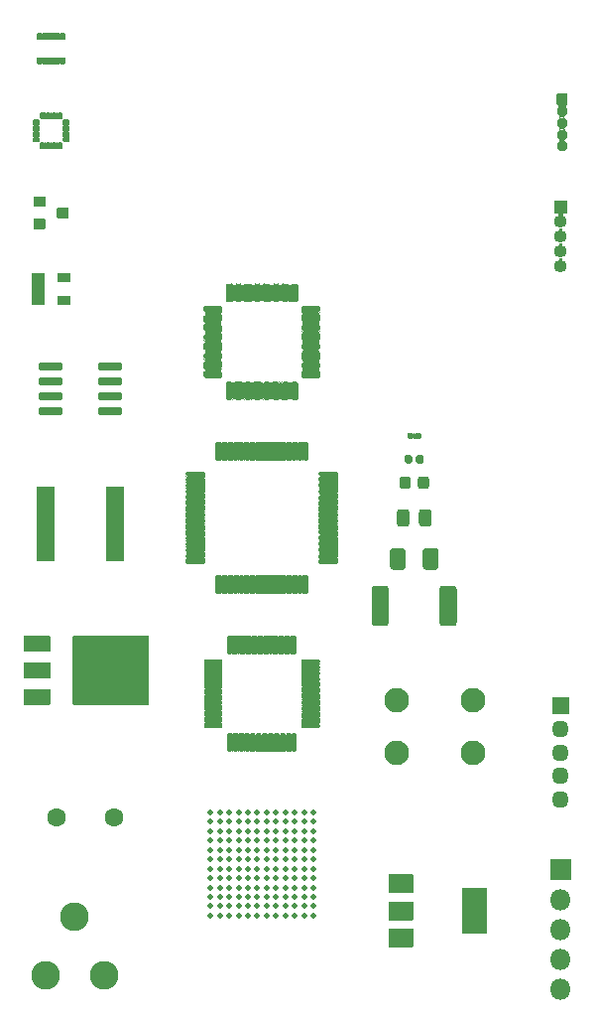
<source format=gbr>
G04 #@! TF.GenerationSoftware,KiCad,Pcbnew,5.1.8-1.fc33*
G04 #@! TF.CreationDate,2021-01-13T18:10:52+01:00*
G04 #@! TF.ProjectId,holder,686f6c64-6572-42e6-9b69-6361645f7063,rev?*
G04 #@! TF.SameCoordinates,Original*
G04 #@! TF.FileFunction,Soldermask,Top*
G04 #@! TF.FilePolarity,Negative*
%FSLAX46Y46*%
G04 Gerber Fmt 4.6, Leading zero omitted, Abs format (unit mm)*
G04 Created by KiCad (PCBNEW 5.1.8-1.fc33) date 2021-01-13 18:10:52*
%MOMM*%
%LPD*%
G01*
G04 APERTURE LIST*
%ADD10C,2.102000*%
%ADD11C,2.442000*%
%ADD12C,0.502000*%
%ADD13O,1.802000X1.802000*%
%ADD14O,1.452000X1.452000*%
%ADD15O,1.102000X1.102000*%
%ADD16O,0.952000X0.952000*%
%ADD17C,1.602000*%
%ADD18C,0.100000*%
G04 APERTURE END LIST*
G36*
G01*
X199799000Y-135950000D02*
X199799000Y-134450000D01*
G75*
G02*
X199850000Y-134399000I51000J0D01*
G01*
X201850000Y-134399000D01*
G75*
G02*
X201901000Y-134450000I0J-51000D01*
G01*
X201901000Y-135950000D01*
G75*
G02*
X201850000Y-136001000I-51000J0D01*
G01*
X199850000Y-136001000D01*
G75*
G02*
X199799000Y-135950000I0J51000D01*
G01*
G37*
G36*
G01*
X199799000Y-140550000D02*
X199799000Y-139050000D01*
G75*
G02*
X199850000Y-138999000I51000J0D01*
G01*
X201850000Y-138999000D01*
G75*
G02*
X201901000Y-139050000I0J-51000D01*
G01*
X201901000Y-140550000D01*
G75*
G02*
X201850000Y-140601000I-51000J0D01*
G01*
X199850000Y-140601000D01*
G75*
G02*
X199799000Y-140550000I0J51000D01*
G01*
G37*
G36*
G01*
X199799000Y-138250000D02*
X199799000Y-136750000D01*
G75*
G02*
X199850000Y-136699000I51000J0D01*
G01*
X201850000Y-136699000D01*
G75*
G02*
X201901000Y-136750000I0J-51000D01*
G01*
X201901000Y-138250000D01*
G75*
G02*
X201850000Y-138301000I-51000J0D01*
G01*
X199850000Y-138301000D01*
G75*
G02*
X199799000Y-138250000I0J51000D01*
G01*
G37*
G36*
G01*
X206099000Y-139400000D02*
X206099000Y-135600000D01*
G75*
G02*
X206150000Y-135549000I51000J0D01*
G01*
X208150000Y-135549000D01*
G75*
G02*
X208201000Y-135600000I0J-51000D01*
G01*
X208201000Y-139400000D01*
G75*
G02*
X208150000Y-139451000I-51000J0D01*
G01*
X206150000Y-139451000D01*
G75*
G02*
X206099000Y-139400000I0J51000D01*
G01*
G37*
D10*
X207000000Y-119500000D03*
X207000000Y-124000000D03*
X200500000Y-119500000D03*
X200500000Y-124000000D03*
D11*
X170500000Y-143000000D03*
X173000000Y-138000000D03*
X175500000Y-143000000D03*
D12*
X193400000Y-137900000D03*
X192600000Y-137900000D03*
X191800000Y-137900000D03*
X191000000Y-137900000D03*
X190200000Y-137900000D03*
X189400000Y-137900000D03*
X188600000Y-137900000D03*
X187800000Y-137900000D03*
X187000000Y-137900000D03*
X186200000Y-137900000D03*
X185400000Y-137900000D03*
X184600000Y-137900000D03*
X193400000Y-137100000D03*
X192600000Y-137100000D03*
X191800000Y-137100000D03*
X191000000Y-137100000D03*
X190200000Y-137100000D03*
X189400000Y-137100000D03*
X188600000Y-137100000D03*
X187800000Y-137100000D03*
X187000000Y-137100000D03*
X186200000Y-137100000D03*
X185400000Y-137100000D03*
X184600000Y-137100000D03*
X193400000Y-136300000D03*
X192600000Y-136300000D03*
X191800000Y-136300000D03*
X191000000Y-136300000D03*
X190200000Y-136300000D03*
X189400000Y-136300000D03*
X188600000Y-136300000D03*
X187800000Y-136300000D03*
X187000000Y-136300000D03*
X186200000Y-136300000D03*
X185400000Y-136300000D03*
X184600000Y-136300000D03*
X193400000Y-135500000D03*
X192600000Y-135500000D03*
X191800000Y-135500000D03*
X191000000Y-135500000D03*
X190200000Y-135500000D03*
X189400000Y-135500000D03*
X188600000Y-135500000D03*
X187800000Y-135500000D03*
X187000000Y-135500000D03*
X186200000Y-135500000D03*
X185400000Y-135500000D03*
X184600000Y-135500000D03*
X193400000Y-134700000D03*
X192600000Y-134700000D03*
X191800000Y-134700000D03*
X191000000Y-134700000D03*
X190200000Y-134700000D03*
X189400000Y-134700000D03*
X188600000Y-134700000D03*
X187800000Y-134700000D03*
X187000000Y-134700000D03*
X186200000Y-134700000D03*
X185400000Y-134700000D03*
X184600000Y-134700000D03*
X193400000Y-133900000D03*
X192600000Y-133900000D03*
X191800000Y-133900000D03*
X191000000Y-133900000D03*
X190200000Y-133900000D03*
X189400000Y-133900000D03*
X188600000Y-133900000D03*
X187800000Y-133900000D03*
X187000000Y-133900000D03*
X186200000Y-133900000D03*
X185400000Y-133900000D03*
X184600000Y-133900000D03*
X193400000Y-133100000D03*
X192600000Y-133100000D03*
X191800000Y-133100000D03*
X191000000Y-133100000D03*
X190200000Y-133100000D03*
X189400000Y-133100000D03*
X188600000Y-133100000D03*
X187800000Y-133100000D03*
X187000000Y-133100000D03*
X186200000Y-133100000D03*
X185400000Y-133100000D03*
X184600000Y-133100000D03*
X193400000Y-132300000D03*
X192600000Y-132300000D03*
X191800000Y-132300000D03*
X191000000Y-132300000D03*
X190200000Y-132300000D03*
X189400000Y-132300000D03*
X188600000Y-132300000D03*
X187800000Y-132300000D03*
X187000000Y-132300000D03*
X186200000Y-132300000D03*
X185400000Y-132300000D03*
X184600000Y-132300000D03*
X193400000Y-131500000D03*
X192600000Y-131500000D03*
X191800000Y-131500000D03*
X191000000Y-131500000D03*
X190200000Y-131500000D03*
X189400000Y-131500000D03*
X188600000Y-131500000D03*
X187800000Y-131500000D03*
X187000000Y-131500000D03*
X186200000Y-131500000D03*
X185400000Y-131500000D03*
X184600000Y-131500000D03*
X193400000Y-130700000D03*
X192600000Y-130700000D03*
X191800000Y-130700000D03*
X191000000Y-130700000D03*
X190200000Y-130700000D03*
X189400000Y-130700000D03*
X188600000Y-130700000D03*
X187800000Y-130700000D03*
X187000000Y-130700000D03*
X186200000Y-130700000D03*
X185400000Y-130700000D03*
X184600000Y-130700000D03*
X193400000Y-129900000D03*
X192600000Y-129900000D03*
X191800000Y-129900000D03*
X191000000Y-129900000D03*
X190200000Y-129900000D03*
X189400000Y-129900000D03*
X188600000Y-129900000D03*
X187800000Y-129900000D03*
X187000000Y-129900000D03*
X186200000Y-129900000D03*
X185400000Y-129900000D03*
X184600000Y-129900000D03*
X193400000Y-129100000D03*
X192600000Y-129100000D03*
X191800000Y-129100000D03*
X191000000Y-129100000D03*
X190200000Y-129100000D03*
X189400000Y-129100000D03*
X188600000Y-129100000D03*
X187800000Y-129100000D03*
X187000000Y-129100000D03*
X186200000Y-129100000D03*
X185400000Y-129100000D03*
X184600000Y-129100000D03*
G36*
G01*
X204174000Y-112957113D02*
X204174000Y-110042887D01*
G75*
G02*
X204442887Y-109774000I268887J0D01*
G01*
X205357113Y-109774000D01*
G75*
G02*
X205626000Y-110042887I0J-268887D01*
G01*
X205626000Y-112957113D01*
G75*
G02*
X205357113Y-113226000I-268887J0D01*
G01*
X204442887Y-113226000D01*
G75*
G02*
X204174000Y-112957113I0J268887D01*
G01*
G37*
G36*
G01*
X198374000Y-112957113D02*
X198374000Y-110042887D01*
G75*
G02*
X198642887Y-109774000I268887J0D01*
G01*
X199557113Y-109774000D01*
G75*
G02*
X199826000Y-110042887I0J-268887D01*
G01*
X199826000Y-112957113D01*
G75*
G02*
X199557113Y-113226000I-268887J0D01*
G01*
X198642887Y-113226000D01*
G75*
G02*
X198374000Y-112957113I0J268887D01*
G01*
G37*
G36*
G01*
X202724000Y-108155600D02*
X202724000Y-106844400D01*
G75*
G02*
X202994400Y-106574000I270400J0D01*
G01*
X203805600Y-106574000D01*
G75*
G02*
X204076000Y-106844400I0J-270400D01*
G01*
X204076000Y-108155600D01*
G75*
G02*
X203805600Y-108426000I-270400J0D01*
G01*
X202994400Y-108426000D01*
G75*
G02*
X202724000Y-108155600I0J270400D01*
G01*
G37*
G36*
G01*
X199924000Y-108155600D02*
X199924000Y-106844400D01*
G75*
G02*
X200194400Y-106574000I270400J0D01*
G01*
X201005600Y-106574000D01*
G75*
G02*
X201276000Y-106844400I0J-270400D01*
G01*
X201276000Y-108155600D01*
G75*
G02*
X201005600Y-108426000I-270400J0D01*
G01*
X200194400Y-108426000D01*
G75*
G02*
X199924000Y-108155600I0J270400D01*
G01*
G37*
G36*
G01*
X202399000Y-104481750D02*
X202399000Y-103518250D01*
G75*
G02*
X202668250Y-103249000I269250J0D01*
G01*
X203206750Y-103249000D01*
G75*
G02*
X203476000Y-103518250I0J-269250D01*
G01*
X203476000Y-104481750D01*
G75*
G02*
X203206750Y-104751000I-269250J0D01*
G01*
X202668250Y-104751000D01*
G75*
G02*
X202399000Y-104481750I0J269250D01*
G01*
G37*
G36*
G01*
X200524000Y-104481750D02*
X200524000Y-103518250D01*
G75*
G02*
X200793250Y-103249000I269250J0D01*
G01*
X201331750Y-103249000D01*
G75*
G02*
X201601000Y-103518250I0J-269250D01*
G01*
X201601000Y-104481750D01*
G75*
G02*
X201331750Y-104751000I-269250J0D01*
G01*
X200793250Y-104751000D01*
G75*
G02*
X200524000Y-104481750I0J269250D01*
G01*
G37*
G36*
G01*
X202299000Y-101281750D02*
X202299000Y-100718250D01*
G75*
G02*
X202543250Y-100474000I244250J0D01*
G01*
X203031750Y-100474000D01*
G75*
G02*
X203276000Y-100718250I0J-244250D01*
G01*
X203276000Y-101281750D01*
G75*
G02*
X203031750Y-101526000I-244250J0D01*
G01*
X202543250Y-101526000D01*
G75*
G02*
X202299000Y-101281750I0J244250D01*
G01*
G37*
G36*
G01*
X200724000Y-101281750D02*
X200724000Y-100718250D01*
G75*
G02*
X200968250Y-100474000I244250J0D01*
G01*
X201456750Y-100474000D01*
G75*
G02*
X201701000Y-100718250I0J-244250D01*
G01*
X201701000Y-101281750D01*
G75*
G02*
X201456750Y-101526000I-244250J0D01*
G01*
X200968250Y-101526000D01*
G75*
G02*
X200724000Y-101281750I0J244250D01*
G01*
G37*
G36*
G01*
X202139000Y-99198000D02*
X202139000Y-98802000D01*
G75*
G02*
X202312000Y-98629000I173000J0D01*
G01*
X202658000Y-98629000D01*
G75*
G02*
X202831000Y-98802000I0J-173000D01*
G01*
X202831000Y-99198000D01*
G75*
G02*
X202658000Y-99371000I-173000J0D01*
G01*
X202312000Y-99371000D01*
G75*
G02*
X202139000Y-99198000I0J173000D01*
G01*
G37*
G36*
G01*
X201169000Y-99198000D02*
X201169000Y-98802000D01*
G75*
G02*
X201342000Y-98629000I173000J0D01*
G01*
X201688000Y-98629000D01*
G75*
G02*
X201861000Y-98802000I0J-173000D01*
G01*
X201861000Y-99198000D01*
G75*
G02*
X201688000Y-99371000I-173000J0D01*
G01*
X201342000Y-99371000D01*
G75*
G02*
X201169000Y-99198000I0J173000D01*
G01*
G37*
G36*
G01*
X202039000Y-97125500D02*
X202039000Y-96874500D01*
G75*
G02*
X202164500Y-96749000I125500J0D01*
G01*
X202475500Y-96749000D01*
G75*
G02*
X202601000Y-96874500I0J-125500D01*
G01*
X202601000Y-97125500D01*
G75*
G02*
X202475500Y-97251000I-125500J0D01*
G01*
X202164500Y-97251000D01*
G75*
G02*
X202039000Y-97125500I0J125500D01*
G01*
G37*
G36*
G01*
X201399000Y-97125500D02*
X201399000Y-96874500D01*
G75*
G02*
X201524500Y-96749000I125500J0D01*
G01*
X201835500Y-96749000D01*
G75*
G02*
X201961000Y-96874500I0J-125500D01*
G01*
X201961000Y-97125500D01*
G75*
G02*
X201835500Y-97251000I-125500J0D01*
G01*
X201524500Y-97251000D01*
G75*
G02*
X201399000Y-97125500I0J125500D01*
G01*
G37*
D13*
X214500000Y-144160000D03*
X214500000Y-141620000D03*
X214500000Y-139080000D03*
X214500000Y-136540000D03*
G36*
G01*
X213599000Y-134850000D02*
X213599000Y-133150000D01*
G75*
G02*
X213650000Y-133099000I51000J0D01*
G01*
X215350000Y-133099000D01*
G75*
G02*
X215401000Y-133150000I0J-51000D01*
G01*
X215401000Y-134850000D01*
G75*
G02*
X215350000Y-134901000I-51000J0D01*
G01*
X213650000Y-134901000D01*
G75*
G02*
X213599000Y-134850000I0J51000D01*
G01*
G37*
D14*
X214500000Y-128000000D03*
X214500000Y-126000000D03*
X214500000Y-124000000D03*
X214500000Y-122000000D03*
G36*
G01*
X213774000Y-120675000D02*
X213774000Y-119325000D01*
G75*
G02*
X213825000Y-119274000I51000J0D01*
G01*
X215175000Y-119274000D01*
G75*
G02*
X215226000Y-119325000I0J-51000D01*
G01*
X215226000Y-120675000D01*
G75*
G02*
X215175000Y-120726000I-51000J0D01*
G01*
X213825000Y-120726000D01*
G75*
G02*
X213774000Y-120675000I0J51000D01*
G01*
G37*
D15*
X214500000Y-82580000D03*
X214500000Y-81310000D03*
X214500000Y-80040000D03*
X214500000Y-78770000D03*
G36*
G01*
X213949000Y-78000000D02*
X213949000Y-77000000D01*
G75*
G02*
X214000000Y-76949000I51000J0D01*
G01*
X215000000Y-76949000D01*
G75*
G02*
X215051000Y-77000000I0J-51000D01*
G01*
X215051000Y-78000000D01*
G75*
G02*
X215000000Y-78051000I-51000J0D01*
G01*
X214000000Y-78051000D01*
G75*
G02*
X213949000Y-78000000I0J51000D01*
G01*
G37*
D16*
X214630000Y-72326000D03*
X214630000Y-71326000D03*
X214630000Y-70326000D03*
X214630000Y-69326000D03*
G36*
G01*
X214154000Y-68751000D02*
X214154000Y-67901000D01*
G75*
G02*
X214205000Y-67850000I51000J0D01*
G01*
X215055000Y-67850000D01*
G75*
G02*
X215106000Y-67901000I0J-51000D01*
G01*
X215106000Y-68751000D01*
G75*
G02*
X215055000Y-68802000I-51000J0D01*
G01*
X214205000Y-68802000D01*
G75*
G02*
X214154000Y-68751000I0J51000D01*
G01*
G37*
D17*
X176380000Y-129500000D03*
X171500000Y-129500000D03*
G36*
G01*
X171519000Y-83875001D02*
X171519000Y-83224999D01*
G75*
G02*
X171569999Y-83174000I50999J0D01*
G01*
X172630001Y-83174000D01*
G75*
G02*
X172681000Y-83224999I0J-50999D01*
G01*
X172681000Y-83875001D01*
G75*
G02*
X172630001Y-83926000I-50999J0D01*
G01*
X171569999Y-83926000D01*
G75*
G02*
X171519000Y-83875001I0J50999D01*
G01*
G37*
G36*
G01*
X171519000Y-85775001D02*
X171519000Y-85124999D01*
G75*
G02*
X171569999Y-85074000I50999J0D01*
G01*
X172630001Y-85074000D01*
G75*
G02*
X172681000Y-85124999I0J-50999D01*
G01*
X172681000Y-85775001D01*
G75*
G02*
X172630001Y-85826000I-50999J0D01*
G01*
X171569999Y-85826000D01*
G75*
G02*
X171519000Y-85775001I0J50999D01*
G01*
G37*
G36*
G01*
X169319000Y-85775001D02*
X169319000Y-85124999D01*
G75*
G02*
X169369999Y-85074000I50999J0D01*
G01*
X170430001Y-85074000D01*
G75*
G02*
X170481000Y-85124999I0J-50999D01*
G01*
X170481000Y-85775001D01*
G75*
G02*
X170430001Y-85826000I-50999J0D01*
G01*
X169369999Y-85826000D01*
G75*
G02*
X169319000Y-85775001I0J50999D01*
G01*
G37*
G36*
G01*
X169319000Y-84825001D02*
X169319000Y-84174999D01*
G75*
G02*
X169369999Y-84124000I50999J0D01*
G01*
X170430001Y-84124000D01*
G75*
G02*
X170481000Y-84174999I0J-50999D01*
G01*
X170481000Y-84825001D01*
G75*
G02*
X170430001Y-84876000I-50999J0D01*
G01*
X169369999Y-84876000D01*
G75*
G02*
X169319000Y-84825001I0J50999D01*
G01*
G37*
G36*
G01*
X169319000Y-83875001D02*
X169319000Y-83224999D01*
G75*
G02*
X169369999Y-83174000I50999J0D01*
G01*
X170430001Y-83174000D01*
G75*
G02*
X170481000Y-83224999I0J-50999D01*
G01*
X170481000Y-83875001D01*
G75*
G02*
X170430001Y-83926000I-50999J0D01*
G01*
X169369999Y-83926000D01*
G75*
G02*
X169319000Y-83875001I0J50999D01*
G01*
G37*
G36*
G01*
X171499000Y-78400000D02*
X171499000Y-77600000D01*
G75*
G02*
X171550000Y-77549000I51000J0D01*
G01*
X172450000Y-77549000D01*
G75*
G02*
X172501000Y-77600000I0J-51000D01*
G01*
X172501000Y-78400000D01*
G75*
G02*
X172450000Y-78451000I-51000J0D01*
G01*
X171550000Y-78451000D01*
G75*
G02*
X171499000Y-78400000I0J51000D01*
G01*
G37*
G36*
G01*
X169499000Y-79350000D02*
X169499000Y-78550000D01*
G75*
G02*
X169550000Y-78499000I51000J0D01*
G01*
X170450000Y-78499000D01*
G75*
G02*
X170501000Y-78550000I0J-51000D01*
G01*
X170501000Y-79350000D01*
G75*
G02*
X170450000Y-79401000I-51000J0D01*
G01*
X169550000Y-79401000D01*
G75*
G02*
X169499000Y-79350000I0J51000D01*
G01*
G37*
G36*
G01*
X169499000Y-77450000D02*
X169499000Y-76650000D01*
G75*
G02*
X169550000Y-76599000I51000J0D01*
G01*
X170450000Y-76599000D01*
G75*
G02*
X170501000Y-76650000I0J-51000D01*
G01*
X170501000Y-77450000D01*
G75*
G02*
X170450000Y-77501000I-51000J0D01*
G01*
X169550000Y-77501000D01*
G75*
G02*
X169499000Y-77450000I0J51000D01*
G01*
G37*
G36*
G01*
X172849000Y-119900001D02*
X172849000Y-114099999D01*
G75*
G02*
X172899999Y-114049000I50999J0D01*
G01*
X179300001Y-114049000D01*
G75*
G02*
X179351000Y-114099999I0J-50999D01*
G01*
X179351000Y-119900001D01*
G75*
G02*
X179300001Y-119951000I-50999J0D01*
G01*
X172899999Y-119951000D01*
G75*
G02*
X172849000Y-119900001I0J50999D01*
G01*
G37*
G36*
G01*
X168649000Y-119880001D02*
X168649000Y-118679999D01*
G75*
G02*
X168699999Y-118629000I50999J0D01*
G01*
X170900001Y-118629000D01*
G75*
G02*
X170951000Y-118679999I0J-50999D01*
G01*
X170951000Y-119880001D01*
G75*
G02*
X170900001Y-119931000I-50999J0D01*
G01*
X168699999Y-119931000D01*
G75*
G02*
X168649000Y-119880001I0J50999D01*
G01*
G37*
G36*
G01*
X168649000Y-117600001D02*
X168649000Y-116399999D01*
G75*
G02*
X168699999Y-116349000I50999J0D01*
G01*
X170900001Y-116349000D01*
G75*
G02*
X170951000Y-116399999I0J-50999D01*
G01*
X170951000Y-117600001D01*
G75*
G02*
X170900001Y-117651000I-50999J0D01*
G01*
X168699999Y-117651000D01*
G75*
G02*
X168649000Y-117600001I0J50999D01*
G01*
G37*
G36*
G01*
X168649000Y-115320001D02*
X168649000Y-114119999D01*
G75*
G02*
X168699999Y-114069000I50999J0D01*
G01*
X170900001Y-114069000D01*
G75*
G02*
X170951000Y-114119999I0J-50999D01*
G01*
X170951000Y-115320001D01*
G75*
G02*
X170900001Y-115371000I-50999J0D01*
G01*
X168699999Y-115371000D01*
G75*
G02*
X168649000Y-115320001I0J50999D01*
G01*
G37*
G36*
G01*
X174999000Y-91283000D02*
X174999000Y-90907000D01*
G75*
G02*
X175187000Y-90719000I188000J0D01*
G01*
X176888000Y-90719000D01*
G75*
G02*
X177076000Y-90907000I0J-188000D01*
G01*
X177076000Y-91283000D01*
G75*
G02*
X176888000Y-91471000I-188000J0D01*
G01*
X175187000Y-91471000D01*
G75*
G02*
X174999000Y-91283000I0J188000D01*
G01*
G37*
G36*
G01*
X174999000Y-92553000D02*
X174999000Y-92177000D01*
G75*
G02*
X175187000Y-91989000I188000J0D01*
G01*
X176888000Y-91989000D01*
G75*
G02*
X177076000Y-92177000I0J-188000D01*
G01*
X177076000Y-92553000D01*
G75*
G02*
X176888000Y-92741000I-188000J0D01*
G01*
X175187000Y-92741000D01*
G75*
G02*
X174999000Y-92553000I0J188000D01*
G01*
G37*
G36*
G01*
X174999000Y-93823000D02*
X174999000Y-93447000D01*
G75*
G02*
X175187000Y-93259000I188000J0D01*
G01*
X176888000Y-93259000D01*
G75*
G02*
X177076000Y-93447000I0J-188000D01*
G01*
X177076000Y-93823000D01*
G75*
G02*
X176888000Y-94011000I-188000J0D01*
G01*
X175187000Y-94011000D01*
G75*
G02*
X174999000Y-93823000I0J188000D01*
G01*
G37*
G36*
G01*
X174999000Y-95093000D02*
X174999000Y-94717000D01*
G75*
G02*
X175187000Y-94529000I188000J0D01*
G01*
X176888000Y-94529000D01*
G75*
G02*
X177076000Y-94717000I0J-188000D01*
G01*
X177076000Y-95093000D01*
G75*
G02*
X176888000Y-95281000I-188000J0D01*
G01*
X175187000Y-95281000D01*
G75*
G02*
X174999000Y-95093000I0J188000D01*
G01*
G37*
G36*
G01*
X169924000Y-95093000D02*
X169924000Y-94717000D01*
G75*
G02*
X170112000Y-94529000I188000J0D01*
G01*
X171813000Y-94529000D01*
G75*
G02*
X172001000Y-94717000I0J-188000D01*
G01*
X172001000Y-95093000D01*
G75*
G02*
X171813000Y-95281000I-188000J0D01*
G01*
X170112000Y-95281000D01*
G75*
G02*
X169924000Y-95093000I0J188000D01*
G01*
G37*
G36*
G01*
X169924000Y-93823000D02*
X169924000Y-93447000D01*
G75*
G02*
X170112000Y-93259000I188000J0D01*
G01*
X171813000Y-93259000D01*
G75*
G02*
X172001000Y-93447000I0J-188000D01*
G01*
X172001000Y-93823000D01*
G75*
G02*
X171813000Y-94011000I-188000J0D01*
G01*
X170112000Y-94011000D01*
G75*
G02*
X169924000Y-93823000I0J188000D01*
G01*
G37*
G36*
G01*
X169924000Y-92553000D02*
X169924000Y-92177000D01*
G75*
G02*
X170112000Y-91989000I188000J0D01*
G01*
X171813000Y-91989000D01*
G75*
G02*
X172001000Y-92177000I0J-188000D01*
G01*
X172001000Y-92553000D01*
G75*
G02*
X171813000Y-92741000I-188000J0D01*
G01*
X170112000Y-92741000D01*
G75*
G02*
X169924000Y-92553000I0J188000D01*
G01*
G37*
G36*
G01*
X169924000Y-91283000D02*
X169924000Y-90907000D01*
G75*
G02*
X170112000Y-90719000I188000J0D01*
G01*
X171813000Y-90719000D01*
G75*
G02*
X172001000Y-90907000I0J-188000D01*
G01*
X172001000Y-91283000D01*
G75*
G02*
X171813000Y-91471000I-188000J0D01*
G01*
X170112000Y-91471000D01*
G75*
G02*
X169924000Y-91283000I0J188000D01*
G01*
G37*
G36*
G01*
X175674000Y-101800000D02*
X175674000Y-101350000D01*
G75*
G02*
X175725000Y-101299000I51000J0D01*
G01*
X177175000Y-101299000D01*
G75*
G02*
X177226000Y-101350000I0J-51000D01*
G01*
X177226000Y-101800000D01*
G75*
G02*
X177175000Y-101851000I-51000J0D01*
G01*
X175725000Y-101851000D01*
G75*
G02*
X175674000Y-101800000I0J51000D01*
G01*
G37*
G36*
G01*
X175674000Y-102450000D02*
X175674000Y-102000000D01*
G75*
G02*
X175725000Y-101949000I51000J0D01*
G01*
X177175000Y-101949000D01*
G75*
G02*
X177226000Y-102000000I0J-51000D01*
G01*
X177226000Y-102450000D01*
G75*
G02*
X177175000Y-102501000I-51000J0D01*
G01*
X175725000Y-102501000D01*
G75*
G02*
X175674000Y-102450000I0J51000D01*
G01*
G37*
G36*
G01*
X175674000Y-103100000D02*
X175674000Y-102650000D01*
G75*
G02*
X175725000Y-102599000I51000J0D01*
G01*
X177175000Y-102599000D01*
G75*
G02*
X177226000Y-102650000I0J-51000D01*
G01*
X177226000Y-103100000D01*
G75*
G02*
X177175000Y-103151000I-51000J0D01*
G01*
X175725000Y-103151000D01*
G75*
G02*
X175674000Y-103100000I0J51000D01*
G01*
G37*
G36*
G01*
X175674000Y-103750000D02*
X175674000Y-103300000D01*
G75*
G02*
X175725000Y-103249000I51000J0D01*
G01*
X177175000Y-103249000D01*
G75*
G02*
X177226000Y-103300000I0J-51000D01*
G01*
X177226000Y-103750000D01*
G75*
G02*
X177175000Y-103801000I-51000J0D01*
G01*
X175725000Y-103801000D01*
G75*
G02*
X175674000Y-103750000I0J51000D01*
G01*
G37*
G36*
G01*
X175674000Y-104400000D02*
X175674000Y-103950000D01*
G75*
G02*
X175725000Y-103899000I51000J0D01*
G01*
X177175000Y-103899000D01*
G75*
G02*
X177226000Y-103950000I0J-51000D01*
G01*
X177226000Y-104400000D01*
G75*
G02*
X177175000Y-104451000I-51000J0D01*
G01*
X175725000Y-104451000D01*
G75*
G02*
X175674000Y-104400000I0J51000D01*
G01*
G37*
G36*
G01*
X175674000Y-105050000D02*
X175674000Y-104600000D01*
G75*
G02*
X175725000Y-104549000I51000J0D01*
G01*
X177175000Y-104549000D01*
G75*
G02*
X177226000Y-104600000I0J-51000D01*
G01*
X177226000Y-105050000D01*
G75*
G02*
X177175000Y-105101000I-51000J0D01*
G01*
X175725000Y-105101000D01*
G75*
G02*
X175674000Y-105050000I0J51000D01*
G01*
G37*
G36*
G01*
X175674000Y-105700000D02*
X175674000Y-105250000D01*
G75*
G02*
X175725000Y-105199000I51000J0D01*
G01*
X177175000Y-105199000D01*
G75*
G02*
X177226000Y-105250000I0J-51000D01*
G01*
X177226000Y-105700000D01*
G75*
G02*
X177175000Y-105751000I-51000J0D01*
G01*
X175725000Y-105751000D01*
G75*
G02*
X175674000Y-105700000I0J51000D01*
G01*
G37*
G36*
G01*
X175674000Y-106350000D02*
X175674000Y-105900000D01*
G75*
G02*
X175725000Y-105849000I51000J0D01*
G01*
X177175000Y-105849000D01*
G75*
G02*
X177226000Y-105900000I0J-51000D01*
G01*
X177226000Y-106350000D01*
G75*
G02*
X177175000Y-106401000I-51000J0D01*
G01*
X175725000Y-106401000D01*
G75*
G02*
X175674000Y-106350000I0J51000D01*
G01*
G37*
G36*
G01*
X175674000Y-107000000D02*
X175674000Y-106550000D01*
G75*
G02*
X175725000Y-106499000I51000J0D01*
G01*
X177175000Y-106499000D01*
G75*
G02*
X177226000Y-106550000I0J-51000D01*
G01*
X177226000Y-107000000D01*
G75*
G02*
X177175000Y-107051000I-51000J0D01*
G01*
X175725000Y-107051000D01*
G75*
G02*
X175674000Y-107000000I0J51000D01*
G01*
G37*
G36*
G01*
X175674000Y-107650000D02*
X175674000Y-107200000D01*
G75*
G02*
X175725000Y-107149000I51000J0D01*
G01*
X177175000Y-107149000D01*
G75*
G02*
X177226000Y-107200000I0J-51000D01*
G01*
X177226000Y-107650000D01*
G75*
G02*
X177175000Y-107701000I-51000J0D01*
G01*
X175725000Y-107701000D01*
G75*
G02*
X175674000Y-107650000I0J51000D01*
G01*
G37*
G36*
G01*
X169774000Y-107650000D02*
X169774000Y-107200000D01*
G75*
G02*
X169825000Y-107149000I51000J0D01*
G01*
X171275000Y-107149000D01*
G75*
G02*
X171326000Y-107200000I0J-51000D01*
G01*
X171326000Y-107650000D01*
G75*
G02*
X171275000Y-107701000I-51000J0D01*
G01*
X169825000Y-107701000D01*
G75*
G02*
X169774000Y-107650000I0J51000D01*
G01*
G37*
G36*
G01*
X169774000Y-107000000D02*
X169774000Y-106550000D01*
G75*
G02*
X169825000Y-106499000I51000J0D01*
G01*
X171275000Y-106499000D01*
G75*
G02*
X171326000Y-106550000I0J-51000D01*
G01*
X171326000Y-107000000D01*
G75*
G02*
X171275000Y-107051000I-51000J0D01*
G01*
X169825000Y-107051000D01*
G75*
G02*
X169774000Y-107000000I0J51000D01*
G01*
G37*
G36*
G01*
X169774000Y-106350000D02*
X169774000Y-105900000D01*
G75*
G02*
X169825000Y-105849000I51000J0D01*
G01*
X171275000Y-105849000D01*
G75*
G02*
X171326000Y-105900000I0J-51000D01*
G01*
X171326000Y-106350000D01*
G75*
G02*
X171275000Y-106401000I-51000J0D01*
G01*
X169825000Y-106401000D01*
G75*
G02*
X169774000Y-106350000I0J51000D01*
G01*
G37*
G36*
G01*
X169774000Y-105700000D02*
X169774000Y-105250000D01*
G75*
G02*
X169825000Y-105199000I51000J0D01*
G01*
X171275000Y-105199000D01*
G75*
G02*
X171326000Y-105250000I0J-51000D01*
G01*
X171326000Y-105700000D01*
G75*
G02*
X171275000Y-105751000I-51000J0D01*
G01*
X169825000Y-105751000D01*
G75*
G02*
X169774000Y-105700000I0J51000D01*
G01*
G37*
G36*
G01*
X169774000Y-105050000D02*
X169774000Y-104600000D01*
G75*
G02*
X169825000Y-104549000I51000J0D01*
G01*
X171275000Y-104549000D01*
G75*
G02*
X171326000Y-104600000I0J-51000D01*
G01*
X171326000Y-105050000D01*
G75*
G02*
X171275000Y-105101000I-51000J0D01*
G01*
X169825000Y-105101000D01*
G75*
G02*
X169774000Y-105050000I0J51000D01*
G01*
G37*
G36*
G01*
X169774000Y-104400000D02*
X169774000Y-103950000D01*
G75*
G02*
X169825000Y-103899000I51000J0D01*
G01*
X171275000Y-103899000D01*
G75*
G02*
X171326000Y-103950000I0J-51000D01*
G01*
X171326000Y-104400000D01*
G75*
G02*
X171275000Y-104451000I-51000J0D01*
G01*
X169825000Y-104451000D01*
G75*
G02*
X169774000Y-104400000I0J51000D01*
G01*
G37*
G36*
G01*
X169774000Y-103750000D02*
X169774000Y-103300000D01*
G75*
G02*
X169825000Y-103249000I51000J0D01*
G01*
X171275000Y-103249000D01*
G75*
G02*
X171326000Y-103300000I0J-51000D01*
G01*
X171326000Y-103750000D01*
G75*
G02*
X171275000Y-103801000I-51000J0D01*
G01*
X169825000Y-103801000D01*
G75*
G02*
X169774000Y-103750000I0J51000D01*
G01*
G37*
G36*
G01*
X169774000Y-103100000D02*
X169774000Y-102650000D01*
G75*
G02*
X169825000Y-102599000I51000J0D01*
G01*
X171275000Y-102599000D01*
G75*
G02*
X171326000Y-102650000I0J-51000D01*
G01*
X171326000Y-103100000D01*
G75*
G02*
X171275000Y-103151000I-51000J0D01*
G01*
X169825000Y-103151000D01*
G75*
G02*
X169774000Y-103100000I0J51000D01*
G01*
G37*
G36*
G01*
X169774000Y-102450000D02*
X169774000Y-102000000D01*
G75*
G02*
X169825000Y-101949000I51000J0D01*
G01*
X171275000Y-101949000D01*
G75*
G02*
X171326000Y-102000000I0J-51000D01*
G01*
X171326000Y-102450000D01*
G75*
G02*
X171275000Y-102501000I-51000J0D01*
G01*
X169825000Y-102501000D01*
G75*
G02*
X169774000Y-102450000I0J51000D01*
G01*
G37*
G36*
G01*
X169774000Y-101800000D02*
X169774000Y-101350000D01*
G75*
G02*
X169825000Y-101299000I51000J0D01*
G01*
X171275000Y-101299000D01*
G75*
G02*
X171326000Y-101350000I0J-51000D01*
G01*
X171326000Y-101800000D01*
G75*
G02*
X171275000Y-101851000I-51000J0D01*
G01*
X169825000Y-101851000D01*
G75*
G02*
X169774000Y-101800000I0J51000D01*
G01*
G37*
G36*
G01*
X172500000Y-71451000D02*
X172050000Y-71451000D01*
G75*
G02*
X171999000Y-71400000I0J51000D01*
G01*
X171999000Y-71100000D01*
G75*
G02*
X172050000Y-71049000I51000J0D01*
G01*
X172500000Y-71049000D01*
G75*
G02*
X172551000Y-71100000I0J-51000D01*
G01*
X172551000Y-71400000D01*
G75*
G02*
X172500000Y-71451000I-51000J0D01*
G01*
G37*
G36*
G01*
X172500000Y-70951000D02*
X172050000Y-70951000D01*
G75*
G02*
X171999000Y-70900000I0J51000D01*
G01*
X171999000Y-70600000D01*
G75*
G02*
X172050000Y-70549000I51000J0D01*
G01*
X172500000Y-70549000D01*
G75*
G02*
X172551000Y-70600000I0J-51000D01*
G01*
X172551000Y-70900000D01*
G75*
G02*
X172500000Y-70951000I-51000J0D01*
G01*
G37*
G36*
G01*
X172500000Y-70451000D02*
X172050000Y-70451000D01*
G75*
G02*
X171999000Y-70400000I0J51000D01*
G01*
X171999000Y-70100000D01*
G75*
G02*
X172050000Y-70049000I51000J0D01*
G01*
X172500000Y-70049000D01*
G75*
G02*
X172551000Y-70100000I0J-51000D01*
G01*
X172551000Y-70400000D01*
G75*
G02*
X172500000Y-70451000I-51000J0D01*
G01*
G37*
G36*
G01*
X172500000Y-71951000D02*
X172050000Y-71951000D01*
G75*
G02*
X171999000Y-71900000I0J51000D01*
G01*
X171999000Y-71600000D01*
G75*
G02*
X172050000Y-71549000I51000J0D01*
G01*
X172500000Y-71549000D01*
G75*
G02*
X172551000Y-71600000I0J-51000D01*
G01*
X172551000Y-71900000D01*
G75*
G02*
X172500000Y-71951000I-51000J0D01*
G01*
G37*
G36*
G01*
X170049000Y-72500000D02*
X170049000Y-72050000D01*
G75*
G02*
X170100000Y-71999000I51000J0D01*
G01*
X170400000Y-71999000D01*
G75*
G02*
X170451000Y-72050000I0J-51000D01*
G01*
X170451000Y-72500000D01*
G75*
G02*
X170400000Y-72551000I-51000J0D01*
G01*
X170100000Y-72551000D01*
G75*
G02*
X170049000Y-72500000I0J51000D01*
G01*
G37*
G36*
G01*
X171049000Y-72500000D02*
X171049000Y-72050000D01*
G75*
G02*
X171100000Y-71999000I51000J0D01*
G01*
X171400000Y-71999000D01*
G75*
G02*
X171451000Y-72050000I0J-51000D01*
G01*
X171451000Y-72500000D01*
G75*
G02*
X171400000Y-72551000I-51000J0D01*
G01*
X171100000Y-72551000D01*
G75*
G02*
X171049000Y-72500000I0J51000D01*
G01*
G37*
G36*
G01*
X170549000Y-72500000D02*
X170549000Y-72050000D01*
G75*
G02*
X170600000Y-71999000I51000J0D01*
G01*
X170900000Y-71999000D01*
G75*
G02*
X170951000Y-72050000I0J-51000D01*
G01*
X170951000Y-72500000D01*
G75*
G02*
X170900000Y-72551000I-51000J0D01*
G01*
X170600000Y-72551000D01*
G75*
G02*
X170549000Y-72500000I0J51000D01*
G01*
G37*
G36*
G01*
X171549000Y-72500000D02*
X171549000Y-72050000D01*
G75*
G02*
X171600000Y-71999000I51000J0D01*
G01*
X171900000Y-71999000D01*
G75*
G02*
X171951000Y-72050000I0J-51000D01*
G01*
X171951000Y-72500000D01*
G75*
G02*
X171900000Y-72551000I-51000J0D01*
G01*
X171600000Y-72551000D01*
G75*
G02*
X171549000Y-72500000I0J51000D01*
G01*
G37*
G36*
G01*
X169950000Y-71951000D02*
X169500000Y-71951000D01*
G75*
G02*
X169449000Y-71900000I0J51000D01*
G01*
X169449000Y-71600000D01*
G75*
G02*
X169500000Y-71549000I51000J0D01*
G01*
X169950000Y-71549000D01*
G75*
G02*
X170001000Y-71600000I0J-51000D01*
G01*
X170001000Y-71900000D01*
G75*
G02*
X169950000Y-71951000I-51000J0D01*
G01*
G37*
G36*
G01*
X169950000Y-71451000D02*
X169500000Y-71451000D01*
G75*
G02*
X169449000Y-71400000I0J51000D01*
G01*
X169449000Y-71100000D01*
G75*
G02*
X169500000Y-71049000I51000J0D01*
G01*
X169950000Y-71049000D01*
G75*
G02*
X170001000Y-71100000I0J-51000D01*
G01*
X170001000Y-71400000D01*
G75*
G02*
X169950000Y-71451000I-51000J0D01*
G01*
G37*
G36*
G01*
X169950000Y-70951000D02*
X169500000Y-70951000D01*
G75*
G02*
X169449000Y-70900000I0J51000D01*
G01*
X169449000Y-70600000D01*
G75*
G02*
X169500000Y-70549000I51000J0D01*
G01*
X169950000Y-70549000D01*
G75*
G02*
X170001000Y-70600000I0J-51000D01*
G01*
X170001000Y-70900000D01*
G75*
G02*
X169950000Y-70951000I-51000J0D01*
G01*
G37*
G36*
G01*
X169950000Y-70451000D02*
X169500000Y-70451000D01*
G75*
G02*
X169449000Y-70400000I0J51000D01*
G01*
X169449000Y-70100000D01*
G75*
G02*
X169500000Y-70049000I51000J0D01*
G01*
X169950000Y-70049000D01*
G75*
G02*
X170001000Y-70100000I0J-51000D01*
G01*
X170001000Y-70400000D01*
G75*
G02*
X169950000Y-70451000I-51000J0D01*
G01*
G37*
G36*
G01*
X171049000Y-69950000D02*
X171049000Y-69500000D01*
G75*
G02*
X171100000Y-69449000I51000J0D01*
G01*
X171400000Y-69449000D01*
G75*
G02*
X171451000Y-69500000I0J-51000D01*
G01*
X171451000Y-69950000D01*
G75*
G02*
X171400000Y-70001000I-51000J0D01*
G01*
X171100000Y-70001000D01*
G75*
G02*
X171049000Y-69950000I0J51000D01*
G01*
G37*
G36*
G01*
X170549000Y-69950000D02*
X170549000Y-69500000D01*
G75*
G02*
X170600000Y-69449000I51000J0D01*
G01*
X170900000Y-69449000D01*
G75*
G02*
X170951000Y-69500000I0J-51000D01*
G01*
X170951000Y-69950000D01*
G75*
G02*
X170900000Y-70001000I-51000J0D01*
G01*
X170600000Y-70001000D01*
G75*
G02*
X170549000Y-69950000I0J51000D01*
G01*
G37*
G36*
G01*
X170049000Y-69950000D02*
X170049000Y-69500000D01*
G75*
G02*
X170100000Y-69449000I51000J0D01*
G01*
X170400000Y-69449000D01*
G75*
G02*
X170451000Y-69500000I0J-51000D01*
G01*
X170451000Y-69950000D01*
G75*
G02*
X170400000Y-70001000I-51000J0D01*
G01*
X170100000Y-70001000D01*
G75*
G02*
X170049000Y-69950000I0J51000D01*
G01*
G37*
G36*
G01*
X171549000Y-69950000D02*
X171549000Y-69500000D01*
G75*
G02*
X171600000Y-69449000I51000J0D01*
G01*
X171900000Y-69449000D01*
G75*
G02*
X171951000Y-69500000I0J-51000D01*
G01*
X171951000Y-69950000D01*
G75*
G02*
X171900000Y-70001000I-51000J0D01*
G01*
X171600000Y-70001000D01*
G75*
G02*
X171549000Y-69950000I0J51000D01*
G01*
G37*
G36*
G01*
X172150000Y-65326000D02*
X171800000Y-65326000D01*
G75*
G02*
X171749000Y-65275000I0J51000D01*
G01*
X171749000Y-64775000D01*
G75*
G02*
X171800000Y-64724000I51000J0D01*
G01*
X172150000Y-64724000D01*
G75*
G02*
X172201000Y-64775000I0J-51000D01*
G01*
X172201000Y-65275000D01*
G75*
G02*
X172150000Y-65326000I-51000J0D01*
G01*
G37*
G36*
G01*
X171500000Y-65326000D02*
X171150000Y-65326000D01*
G75*
G02*
X171099000Y-65275000I0J51000D01*
G01*
X171099000Y-64775000D01*
G75*
G02*
X171150000Y-64724000I51000J0D01*
G01*
X171500000Y-64724000D01*
G75*
G02*
X171551000Y-64775000I0J-51000D01*
G01*
X171551000Y-65275000D01*
G75*
G02*
X171500000Y-65326000I-51000J0D01*
G01*
G37*
G36*
G01*
X170850000Y-65326000D02*
X170500000Y-65326000D01*
G75*
G02*
X170449000Y-65275000I0J51000D01*
G01*
X170449000Y-64775000D01*
G75*
G02*
X170500000Y-64724000I51000J0D01*
G01*
X170850000Y-64724000D01*
G75*
G02*
X170901000Y-64775000I0J-51000D01*
G01*
X170901000Y-65275000D01*
G75*
G02*
X170850000Y-65326000I-51000J0D01*
G01*
G37*
G36*
G01*
X170200000Y-65326000D02*
X169850000Y-65326000D01*
G75*
G02*
X169799000Y-65275000I0J51000D01*
G01*
X169799000Y-64775000D01*
G75*
G02*
X169850000Y-64724000I51000J0D01*
G01*
X170200000Y-64724000D01*
G75*
G02*
X170251000Y-64775000I0J-51000D01*
G01*
X170251000Y-65275000D01*
G75*
G02*
X170200000Y-65326000I-51000J0D01*
G01*
G37*
G36*
G01*
X170200000Y-63276000D02*
X169850000Y-63276000D01*
G75*
G02*
X169799000Y-63225000I0J51000D01*
G01*
X169799000Y-62725000D01*
G75*
G02*
X169850000Y-62674000I51000J0D01*
G01*
X170200000Y-62674000D01*
G75*
G02*
X170251000Y-62725000I0J-51000D01*
G01*
X170251000Y-63225000D01*
G75*
G02*
X170200000Y-63276000I-51000J0D01*
G01*
G37*
G36*
G01*
X170850000Y-63276000D02*
X170500000Y-63276000D01*
G75*
G02*
X170449000Y-63225000I0J51000D01*
G01*
X170449000Y-62725000D01*
G75*
G02*
X170500000Y-62674000I51000J0D01*
G01*
X170850000Y-62674000D01*
G75*
G02*
X170901000Y-62725000I0J-51000D01*
G01*
X170901000Y-63225000D01*
G75*
G02*
X170850000Y-63276000I-51000J0D01*
G01*
G37*
G36*
G01*
X171500000Y-63276000D02*
X171150000Y-63276000D01*
G75*
G02*
X171099000Y-63225000I0J51000D01*
G01*
X171099000Y-62725000D01*
G75*
G02*
X171150000Y-62674000I51000J0D01*
G01*
X171500000Y-62674000D01*
G75*
G02*
X171551000Y-62725000I0J-51000D01*
G01*
X171551000Y-63225000D01*
G75*
G02*
X171500000Y-63276000I-51000J0D01*
G01*
G37*
G36*
G01*
X172150000Y-63276000D02*
X171800000Y-63276000D01*
G75*
G02*
X171749000Y-63225000I0J51000D01*
G01*
X171749000Y-62725000D01*
G75*
G02*
X171800000Y-62674000I51000J0D01*
G01*
X172150000Y-62674000D01*
G75*
G02*
X172201000Y-62725000I0J-51000D01*
G01*
X172201000Y-63225000D01*
G75*
G02*
X172150000Y-63276000I-51000J0D01*
G01*
G37*
G36*
G01*
X186049000Y-115525500D02*
X186049000Y-114149500D01*
G75*
G02*
X186149500Y-114049000I100500J0D01*
G01*
X186350500Y-114049000D01*
G75*
G02*
X186451000Y-114149500I0J-100500D01*
G01*
X186451000Y-115525500D01*
G75*
G02*
X186350500Y-115626000I-100500J0D01*
G01*
X186149500Y-115626000D01*
G75*
G02*
X186049000Y-115525500I0J100500D01*
G01*
G37*
G36*
G01*
X186549000Y-115525500D02*
X186549000Y-114149500D01*
G75*
G02*
X186649500Y-114049000I100500J0D01*
G01*
X186850500Y-114049000D01*
G75*
G02*
X186951000Y-114149500I0J-100500D01*
G01*
X186951000Y-115525500D01*
G75*
G02*
X186850500Y-115626000I-100500J0D01*
G01*
X186649500Y-115626000D01*
G75*
G02*
X186549000Y-115525500I0J100500D01*
G01*
G37*
G36*
G01*
X187049000Y-115525500D02*
X187049000Y-114149500D01*
G75*
G02*
X187149500Y-114049000I100500J0D01*
G01*
X187350500Y-114049000D01*
G75*
G02*
X187451000Y-114149500I0J-100500D01*
G01*
X187451000Y-115525500D01*
G75*
G02*
X187350500Y-115626000I-100500J0D01*
G01*
X187149500Y-115626000D01*
G75*
G02*
X187049000Y-115525500I0J100500D01*
G01*
G37*
G36*
G01*
X187549000Y-115525500D02*
X187549000Y-114149500D01*
G75*
G02*
X187649500Y-114049000I100500J0D01*
G01*
X187850500Y-114049000D01*
G75*
G02*
X187951000Y-114149500I0J-100500D01*
G01*
X187951000Y-115525500D01*
G75*
G02*
X187850500Y-115626000I-100500J0D01*
G01*
X187649500Y-115626000D01*
G75*
G02*
X187549000Y-115525500I0J100500D01*
G01*
G37*
G36*
G01*
X188049000Y-115525500D02*
X188049000Y-114149500D01*
G75*
G02*
X188149500Y-114049000I100500J0D01*
G01*
X188350500Y-114049000D01*
G75*
G02*
X188451000Y-114149500I0J-100500D01*
G01*
X188451000Y-115525500D01*
G75*
G02*
X188350500Y-115626000I-100500J0D01*
G01*
X188149500Y-115626000D01*
G75*
G02*
X188049000Y-115525500I0J100500D01*
G01*
G37*
G36*
G01*
X188549000Y-115525500D02*
X188549000Y-114149500D01*
G75*
G02*
X188649500Y-114049000I100500J0D01*
G01*
X188850500Y-114049000D01*
G75*
G02*
X188951000Y-114149500I0J-100500D01*
G01*
X188951000Y-115525500D01*
G75*
G02*
X188850500Y-115626000I-100500J0D01*
G01*
X188649500Y-115626000D01*
G75*
G02*
X188549000Y-115525500I0J100500D01*
G01*
G37*
G36*
G01*
X189049000Y-115525500D02*
X189049000Y-114149500D01*
G75*
G02*
X189149500Y-114049000I100500J0D01*
G01*
X189350500Y-114049000D01*
G75*
G02*
X189451000Y-114149500I0J-100500D01*
G01*
X189451000Y-115525500D01*
G75*
G02*
X189350500Y-115626000I-100500J0D01*
G01*
X189149500Y-115626000D01*
G75*
G02*
X189049000Y-115525500I0J100500D01*
G01*
G37*
G36*
G01*
X189549000Y-115525500D02*
X189549000Y-114149500D01*
G75*
G02*
X189649500Y-114049000I100500J0D01*
G01*
X189850500Y-114049000D01*
G75*
G02*
X189951000Y-114149500I0J-100500D01*
G01*
X189951000Y-115525500D01*
G75*
G02*
X189850500Y-115626000I-100500J0D01*
G01*
X189649500Y-115626000D01*
G75*
G02*
X189549000Y-115525500I0J100500D01*
G01*
G37*
G36*
G01*
X190049000Y-115525500D02*
X190049000Y-114149500D01*
G75*
G02*
X190149500Y-114049000I100500J0D01*
G01*
X190350500Y-114049000D01*
G75*
G02*
X190451000Y-114149500I0J-100500D01*
G01*
X190451000Y-115525500D01*
G75*
G02*
X190350500Y-115626000I-100500J0D01*
G01*
X190149500Y-115626000D01*
G75*
G02*
X190049000Y-115525500I0J100500D01*
G01*
G37*
G36*
G01*
X190549000Y-115525500D02*
X190549000Y-114149500D01*
G75*
G02*
X190649500Y-114049000I100500J0D01*
G01*
X190850500Y-114049000D01*
G75*
G02*
X190951000Y-114149500I0J-100500D01*
G01*
X190951000Y-115525500D01*
G75*
G02*
X190850500Y-115626000I-100500J0D01*
G01*
X190649500Y-115626000D01*
G75*
G02*
X190549000Y-115525500I0J100500D01*
G01*
G37*
G36*
G01*
X191049000Y-115525500D02*
X191049000Y-114149500D01*
G75*
G02*
X191149500Y-114049000I100500J0D01*
G01*
X191350500Y-114049000D01*
G75*
G02*
X191451000Y-114149500I0J-100500D01*
G01*
X191451000Y-115525500D01*
G75*
G02*
X191350500Y-115626000I-100500J0D01*
G01*
X191149500Y-115626000D01*
G75*
G02*
X191049000Y-115525500I0J100500D01*
G01*
G37*
G36*
G01*
X191549000Y-115525500D02*
X191549000Y-114149500D01*
G75*
G02*
X191649500Y-114049000I100500J0D01*
G01*
X191850500Y-114049000D01*
G75*
G02*
X191951000Y-114149500I0J-100500D01*
G01*
X191951000Y-115525500D01*
G75*
G02*
X191850500Y-115626000I-100500J0D01*
G01*
X191649500Y-115626000D01*
G75*
G02*
X191549000Y-115525500I0J100500D01*
G01*
G37*
G36*
G01*
X192374000Y-116350500D02*
X192374000Y-116149500D01*
G75*
G02*
X192474500Y-116049000I100500J0D01*
G01*
X193850500Y-116049000D01*
G75*
G02*
X193951000Y-116149500I0J-100500D01*
G01*
X193951000Y-116350500D01*
G75*
G02*
X193850500Y-116451000I-100500J0D01*
G01*
X192474500Y-116451000D01*
G75*
G02*
X192374000Y-116350500I0J100500D01*
G01*
G37*
G36*
G01*
X192374000Y-116850500D02*
X192374000Y-116649500D01*
G75*
G02*
X192474500Y-116549000I100500J0D01*
G01*
X193850500Y-116549000D01*
G75*
G02*
X193951000Y-116649500I0J-100500D01*
G01*
X193951000Y-116850500D01*
G75*
G02*
X193850500Y-116951000I-100500J0D01*
G01*
X192474500Y-116951000D01*
G75*
G02*
X192374000Y-116850500I0J100500D01*
G01*
G37*
G36*
G01*
X192374000Y-117350500D02*
X192374000Y-117149500D01*
G75*
G02*
X192474500Y-117049000I100500J0D01*
G01*
X193850500Y-117049000D01*
G75*
G02*
X193951000Y-117149500I0J-100500D01*
G01*
X193951000Y-117350500D01*
G75*
G02*
X193850500Y-117451000I-100500J0D01*
G01*
X192474500Y-117451000D01*
G75*
G02*
X192374000Y-117350500I0J100500D01*
G01*
G37*
G36*
G01*
X192374000Y-117850500D02*
X192374000Y-117649500D01*
G75*
G02*
X192474500Y-117549000I100500J0D01*
G01*
X193850500Y-117549000D01*
G75*
G02*
X193951000Y-117649500I0J-100500D01*
G01*
X193951000Y-117850500D01*
G75*
G02*
X193850500Y-117951000I-100500J0D01*
G01*
X192474500Y-117951000D01*
G75*
G02*
X192374000Y-117850500I0J100500D01*
G01*
G37*
G36*
G01*
X192374000Y-118350500D02*
X192374000Y-118149500D01*
G75*
G02*
X192474500Y-118049000I100500J0D01*
G01*
X193850500Y-118049000D01*
G75*
G02*
X193951000Y-118149500I0J-100500D01*
G01*
X193951000Y-118350500D01*
G75*
G02*
X193850500Y-118451000I-100500J0D01*
G01*
X192474500Y-118451000D01*
G75*
G02*
X192374000Y-118350500I0J100500D01*
G01*
G37*
G36*
G01*
X192374000Y-118850500D02*
X192374000Y-118649500D01*
G75*
G02*
X192474500Y-118549000I100500J0D01*
G01*
X193850500Y-118549000D01*
G75*
G02*
X193951000Y-118649500I0J-100500D01*
G01*
X193951000Y-118850500D01*
G75*
G02*
X193850500Y-118951000I-100500J0D01*
G01*
X192474500Y-118951000D01*
G75*
G02*
X192374000Y-118850500I0J100500D01*
G01*
G37*
G36*
G01*
X192374000Y-119350500D02*
X192374000Y-119149500D01*
G75*
G02*
X192474500Y-119049000I100500J0D01*
G01*
X193850500Y-119049000D01*
G75*
G02*
X193951000Y-119149500I0J-100500D01*
G01*
X193951000Y-119350500D01*
G75*
G02*
X193850500Y-119451000I-100500J0D01*
G01*
X192474500Y-119451000D01*
G75*
G02*
X192374000Y-119350500I0J100500D01*
G01*
G37*
G36*
G01*
X192374000Y-119850500D02*
X192374000Y-119649500D01*
G75*
G02*
X192474500Y-119549000I100500J0D01*
G01*
X193850500Y-119549000D01*
G75*
G02*
X193951000Y-119649500I0J-100500D01*
G01*
X193951000Y-119850500D01*
G75*
G02*
X193850500Y-119951000I-100500J0D01*
G01*
X192474500Y-119951000D01*
G75*
G02*
X192374000Y-119850500I0J100500D01*
G01*
G37*
G36*
G01*
X192374000Y-120350500D02*
X192374000Y-120149500D01*
G75*
G02*
X192474500Y-120049000I100500J0D01*
G01*
X193850500Y-120049000D01*
G75*
G02*
X193951000Y-120149500I0J-100500D01*
G01*
X193951000Y-120350500D01*
G75*
G02*
X193850500Y-120451000I-100500J0D01*
G01*
X192474500Y-120451000D01*
G75*
G02*
X192374000Y-120350500I0J100500D01*
G01*
G37*
G36*
G01*
X192374000Y-120850500D02*
X192374000Y-120649500D01*
G75*
G02*
X192474500Y-120549000I100500J0D01*
G01*
X193850500Y-120549000D01*
G75*
G02*
X193951000Y-120649500I0J-100500D01*
G01*
X193951000Y-120850500D01*
G75*
G02*
X193850500Y-120951000I-100500J0D01*
G01*
X192474500Y-120951000D01*
G75*
G02*
X192374000Y-120850500I0J100500D01*
G01*
G37*
G36*
G01*
X192374000Y-121350500D02*
X192374000Y-121149500D01*
G75*
G02*
X192474500Y-121049000I100500J0D01*
G01*
X193850500Y-121049000D01*
G75*
G02*
X193951000Y-121149500I0J-100500D01*
G01*
X193951000Y-121350500D01*
G75*
G02*
X193850500Y-121451000I-100500J0D01*
G01*
X192474500Y-121451000D01*
G75*
G02*
X192374000Y-121350500I0J100500D01*
G01*
G37*
G36*
G01*
X192374000Y-121850500D02*
X192374000Y-121649500D01*
G75*
G02*
X192474500Y-121549000I100500J0D01*
G01*
X193850500Y-121549000D01*
G75*
G02*
X193951000Y-121649500I0J-100500D01*
G01*
X193951000Y-121850500D01*
G75*
G02*
X193850500Y-121951000I-100500J0D01*
G01*
X192474500Y-121951000D01*
G75*
G02*
X192374000Y-121850500I0J100500D01*
G01*
G37*
G36*
G01*
X191549000Y-123850500D02*
X191549000Y-122474500D01*
G75*
G02*
X191649500Y-122374000I100500J0D01*
G01*
X191850500Y-122374000D01*
G75*
G02*
X191951000Y-122474500I0J-100500D01*
G01*
X191951000Y-123850500D01*
G75*
G02*
X191850500Y-123951000I-100500J0D01*
G01*
X191649500Y-123951000D01*
G75*
G02*
X191549000Y-123850500I0J100500D01*
G01*
G37*
G36*
G01*
X191049000Y-123850500D02*
X191049000Y-122474500D01*
G75*
G02*
X191149500Y-122374000I100500J0D01*
G01*
X191350500Y-122374000D01*
G75*
G02*
X191451000Y-122474500I0J-100500D01*
G01*
X191451000Y-123850500D01*
G75*
G02*
X191350500Y-123951000I-100500J0D01*
G01*
X191149500Y-123951000D01*
G75*
G02*
X191049000Y-123850500I0J100500D01*
G01*
G37*
G36*
G01*
X190549000Y-123850500D02*
X190549000Y-122474500D01*
G75*
G02*
X190649500Y-122374000I100500J0D01*
G01*
X190850500Y-122374000D01*
G75*
G02*
X190951000Y-122474500I0J-100500D01*
G01*
X190951000Y-123850500D01*
G75*
G02*
X190850500Y-123951000I-100500J0D01*
G01*
X190649500Y-123951000D01*
G75*
G02*
X190549000Y-123850500I0J100500D01*
G01*
G37*
G36*
G01*
X190049000Y-123850500D02*
X190049000Y-122474500D01*
G75*
G02*
X190149500Y-122374000I100500J0D01*
G01*
X190350500Y-122374000D01*
G75*
G02*
X190451000Y-122474500I0J-100500D01*
G01*
X190451000Y-123850500D01*
G75*
G02*
X190350500Y-123951000I-100500J0D01*
G01*
X190149500Y-123951000D01*
G75*
G02*
X190049000Y-123850500I0J100500D01*
G01*
G37*
G36*
G01*
X189549000Y-123850500D02*
X189549000Y-122474500D01*
G75*
G02*
X189649500Y-122374000I100500J0D01*
G01*
X189850500Y-122374000D01*
G75*
G02*
X189951000Y-122474500I0J-100500D01*
G01*
X189951000Y-123850500D01*
G75*
G02*
X189850500Y-123951000I-100500J0D01*
G01*
X189649500Y-123951000D01*
G75*
G02*
X189549000Y-123850500I0J100500D01*
G01*
G37*
G36*
G01*
X189049000Y-123850500D02*
X189049000Y-122474500D01*
G75*
G02*
X189149500Y-122374000I100500J0D01*
G01*
X189350500Y-122374000D01*
G75*
G02*
X189451000Y-122474500I0J-100500D01*
G01*
X189451000Y-123850500D01*
G75*
G02*
X189350500Y-123951000I-100500J0D01*
G01*
X189149500Y-123951000D01*
G75*
G02*
X189049000Y-123850500I0J100500D01*
G01*
G37*
G36*
G01*
X188549000Y-123850500D02*
X188549000Y-122474500D01*
G75*
G02*
X188649500Y-122374000I100500J0D01*
G01*
X188850500Y-122374000D01*
G75*
G02*
X188951000Y-122474500I0J-100500D01*
G01*
X188951000Y-123850500D01*
G75*
G02*
X188850500Y-123951000I-100500J0D01*
G01*
X188649500Y-123951000D01*
G75*
G02*
X188549000Y-123850500I0J100500D01*
G01*
G37*
G36*
G01*
X188049000Y-123850500D02*
X188049000Y-122474500D01*
G75*
G02*
X188149500Y-122374000I100500J0D01*
G01*
X188350500Y-122374000D01*
G75*
G02*
X188451000Y-122474500I0J-100500D01*
G01*
X188451000Y-123850500D01*
G75*
G02*
X188350500Y-123951000I-100500J0D01*
G01*
X188149500Y-123951000D01*
G75*
G02*
X188049000Y-123850500I0J100500D01*
G01*
G37*
G36*
G01*
X187549000Y-123850500D02*
X187549000Y-122474500D01*
G75*
G02*
X187649500Y-122374000I100500J0D01*
G01*
X187850500Y-122374000D01*
G75*
G02*
X187951000Y-122474500I0J-100500D01*
G01*
X187951000Y-123850500D01*
G75*
G02*
X187850500Y-123951000I-100500J0D01*
G01*
X187649500Y-123951000D01*
G75*
G02*
X187549000Y-123850500I0J100500D01*
G01*
G37*
G36*
G01*
X187049000Y-123850500D02*
X187049000Y-122474500D01*
G75*
G02*
X187149500Y-122374000I100500J0D01*
G01*
X187350500Y-122374000D01*
G75*
G02*
X187451000Y-122474500I0J-100500D01*
G01*
X187451000Y-123850500D01*
G75*
G02*
X187350500Y-123951000I-100500J0D01*
G01*
X187149500Y-123951000D01*
G75*
G02*
X187049000Y-123850500I0J100500D01*
G01*
G37*
G36*
G01*
X186549000Y-123850500D02*
X186549000Y-122474500D01*
G75*
G02*
X186649500Y-122374000I100500J0D01*
G01*
X186850500Y-122374000D01*
G75*
G02*
X186951000Y-122474500I0J-100500D01*
G01*
X186951000Y-123850500D01*
G75*
G02*
X186850500Y-123951000I-100500J0D01*
G01*
X186649500Y-123951000D01*
G75*
G02*
X186549000Y-123850500I0J100500D01*
G01*
G37*
G36*
G01*
X186049000Y-123850500D02*
X186049000Y-122474500D01*
G75*
G02*
X186149500Y-122374000I100500J0D01*
G01*
X186350500Y-122374000D01*
G75*
G02*
X186451000Y-122474500I0J-100500D01*
G01*
X186451000Y-123850500D01*
G75*
G02*
X186350500Y-123951000I-100500J0D01*
G01*
X186149500Y-123951000D01*
G75*
G02*
X186049000Y-123850500I0J100500D01*
G01*
G37*
G36*
G01*
X184049000Y-121850500D02*
X184049000Y-121649500D01*
G75*
G02*
X184149500Y-121549000I100500J0D01*
G01*
X185525500Y-121549000D01*
G75*
G02*
X185626000Y-121649500I0J-100500D01*
G01*
X185626000Y-121850500D01*
G75*
G02*
X185525500Y-121951000I-100500J0D01*
G01*
X184149500Y-121951000D01*
G75*
G02*
X184049000Y-121850500I0J100500D01*
G01*
G37*
G36*
G01*
X184049000Y-121350500D02*
X184049000Y-121149500D01*
G75*
G02*
X184149500Y-121049000I100500J0D01*
G01*
X185525500Y-121049000D01*
G75*
G02*
X185626000Y-121149500I0J-100500D01*
G01*
X185626000Y-121350500D01*
G75*
G02*
X185525500Y-121451000I-100500J0D01*
G01*
X184149500Y-121451000D01*
G75*
G02*
X184049000Y-121350500I0J100500D01*
G01*
G37*
G36*
G01*
X184049000Y-120850500D02*
X184049000Y-120649500D01*
G75*
G02*
X184149500Y-120549000I100500J0D01*
G01*
X185525500Y-120549000D01*
G75*
G02*
X185626000Y-120649500I0J-100500D01*
G01*
X185626000Y-120850500D01*
G75*
G02*
X185525500Y-120951000I-100500J0D01*
G01*
X184149500Y-120951000D01*
G75*
G02*
X184049000Y-120850500I0J100500D01*
G01*
G37*
G36*
G01*
X184049000Y-120350500D02*
X184049000Y-120149500D01*
G75*
G02*
X184149500Y-120049000I100500J0D01*
G01*
X185525500Y-120049000D01*
G75*
G02*
X185626000Y-120149500I0J-100500D01*
G01*
X185626000Y-120350500D01*
G75*
G02*
X185525500Y-120451000I-100500J0D01*
G01*
X184149500Y-120451000D01*
G75*
G02*
X184049000Y-120350500I0J100500D01*
G01*
G37*
G36*
G01*
X184049000Y-119850500D02*
X184049000Y-119649500D01*
G75*
G02*
X184149500Y-119549000I100500J0D01*
G01*
X185525500Y-119549000D01*
G75*
G02*
X185626000Y-119649500I0J-100500D01*
G01*
X185626000Y-119850500D01*
G75*
G02*
X185525500Y-119951000I-100500J0D01*
G01*
X184149500Y-119951000D01*
G75*
G02*
X184049000Y-119850500I0J100500D01*
G01*
G37*
G36*
G01*
X184049000Y-119350500D02*
X184049000Y-119149500D01*
G75*
G02*
X184149500Y-119049000I100500J0D01*
G01*
X185525500Y-119049000D01*
G75*
G02*
X185626000Y-119149500I0J-100500D01*
G01*
X185626000Y-119350500D01*
G75*
G02*
X185525500Y-119451000I-100500J0D01*
G01*
X184149500Y-119451000D01*
G75*
G02*
X184049000Y-119350500I0J100500D01*
G01*
G37*
G36*
G01*
X184049000Y-118850500D02*
X184049000Y-118649500D01*
G75*
G02*
X184149500Y-118549000I100500J0D01*
G01*
X185525500Y-118549000D01*
G75*
G02*
X185626000Y-118649500I0J-100500D01*
G01*
X185626000Y-118850500D01*
G75*
G02*
X185525500Y-118951000I-100500J0D01*
G01*
X184149500Y-118951000D01*
G75*
G02*
X184049000Y-118850500I0J100500D01*
G01*
G37*
G36*
G01*
X184049000Y-118350500D02*
X184049000Y-118149500D01*
G75*
G02*
X184149500Y-118049000I100500J0D01*
G01*
X185525500Y-118049000D01*
G75*
G02*
X185626000Y-118149500I0J-100500D01*
G01*
X185626000Y-118350500D01*
G75*
G02*
X185525500Y-118451000I-100500J0D01*
G01*
X184149500Y-118451000D01*
G75*
G02*
X184049000Y-118350500I0J100500D01*
G01*
G37*
G36*
G01*
X184049000Y-117850500D02*
X184049000Y-117649500D01*
G75*
G02*
X184149500Y-117549000I100500J0D01*
G01*
X185525500Y-117549000D01*
G75*
G02*
X185626000Y-117649500I0J-100500D01*
G01*
X185626000Y-117850500D01*
G75*
G02*
X185525500Y-117951000I-100500J0D01*
G01*
X184149500Y-117951000D01*
G75*
G02*
X184049000Y-117850500I0J100500D01*
G01*
G37*
G36*
G01*
X184049000Y-117350500D02*
X184049000Y-117149500D01*
G75*
G02*
X184149500Y-117049000I100500J0D01*
G01*
X185525500Y-117049000D01*
G75*
G02*
X185626000Y-117149500I0J-100500D01*
G01*
X185626000Y-117350500D01*
G75*
G02*
X185525500Y-117451000I-100500J0D01*
G01*
X184149500Y-117451000D01*
G75*
G02*
X184049000Y-117350500I0J100500D01*
G01*
G37*
G36*
G01*
X184049000Y-116850500D02*
X184049000Y-116649500D01*
G75*
G02*
X184149500Y-116549000I100500J0D01*
G01*
X185525500Y-116549000D01*
G75*
G02*
X185626000Y-116649500I0J-100500D01*
G01*
X185626000Y-116850500D01*
G75*
G02*
X185525500Y-116951000I-100500J0D01*
G01*
X184149500Y-116951000D01*
G75*
G02*
X184049000Y-116850500I0J100500D01*
G01*
G37*
G36*
G01*
X184049000Y-116350500D02*
X184049000Y-116149500D01*
G75*
G02*
X184149500Y-116049000I100500J0D01*
G01*
X185525500Y-116049000D01*
G75*
G02*
X185626000Y-116149500I0J-100500D01*
G01*
X185626000Y-116350500D01*
G75*
G02*
X185525500Y-116451000I-100500J0D01*
G01*
X184149500Y-116451000D01*
G75*
G02*
X184049000Y-116350500I0J100500D01*
G01*
G37*
G36*
G01*
X185899000Y-85475500D02*
X185899000Y-84174500D01*
G75*
G02*
X186049500Y-84024000I150500J0D01*
G01*
X186350500Y-84024000D01*
G75*
G02*
X186501000Y-84174500I0J-150500D01*
G01*
X186501000Y-85475500D01*
G75*
G02*
X186350500Y-85626000I-150500J0D01*
G01*
X186049500Y-85626000D01*
G75*
G02*
X185899000Y-85475500I0J150500D01*
G01*
G37*
G36*
G01*
X186699000Y-85475500D02*
X186699000Y-84174500D01*
G75*
G02*
X186849500Y-84024000I150500J0D01*
G01*
X187150500Y-84024000D01*
G75*
G02*
X187301000Y-84174500I0J-150500D01*
G01*
X187301000Y-85475500D01*
G75*
G02*
X187150500Y-85626000I-150500J0D01*
G01*
X186849500Y-85626000D01*
G75*
G02*
X186699000Y-85475500I0J150500D01*
G01*
G37*
G36*
G01*
X187499000Y-85475500D02*
X187499000Y-84174500D01*
G75*
G02*
X187649500Y-84024000I150500J0D01*
G01*
X187950500Y-84024000D01*
G75*
G02*
X188101000Y-84174500I0J-150500D01*
G01*
X188101000Y-85475500D01*
G75*
G02*
X187950500Y-85626000I-150500J0D01*
G01*
X187649500Y-85626000D01*
G75*
G02*
X187499000Y-85475500I0J150500D01*
G01*
G37*
G36*
G01*
X188299000Y-85475500D02*
X188299000Y-84174500D01*
G75*
G02*
X188449500Y-84024000I150500J0D01*
G01*
X188750500Y-84024000D01*
G75*
G02*
X188901000Y-84174500I0J-150500D01*
G01*
X188901000Y-85475500D01*
G75*
G02*
X188750500Y-85626000I-150500J0D01*
G01*
X188449500Y-85626000D01*
G75*
G02*
X188299000Y-85475500I0J150500D01*
G01*
G37*
G36*
G01*
X189099000Y-85475500D02*
X189099000Y-84174500D01*
G75*
G02*
X189249500Y-84024000I150500J0D01*
G01*
X189550500Y-84024000D01*
G75*
G02*
X189701000Y-84174500I0J-150500D01*
G01*
X189701000Y-85475500D01*
G75*
G02*
X189550500Y-85626000I-150500J0D01*
G01*
X189249500Y-85626000D01*
G75*
G02*
X189099000Y-85475500I0J150500D01*
G01*
G37*
G36*
G01*
X189899000Y-85475500D02*
X189899000Y-84174500D01*
G75*
G02*
X190049500Y-84024000I150500J0D01*
G01*
X190350500Y-84024000D01*
G75*
G02*
X190501000Y-84174500I0J-150500D01*
G01*
X190501000Y-85475500D01*
G75*
G02*
X190350500Y-85626000I-150500J0D01*
G01*
X190049500Y-85626000D01*
G75*
G02*
X189899000Y-85475500I0J150500D01*
G01*
G37*
G36*
G01*
X190699000Y-85475500D02*
X190699000Y-84174500D01*
G75*
G02*
X190849500Y-84024000I150500J0D01*
G01*
X191150500Y-84024000D01*
G75*
G02*
X191301000Y-84174500I0J-150500D01*
G01*
X191301000Y-85475500D01*
G75*
G02*
X191150500Y-85626000I-150500J0D01*
G01*
X190849500Y-85626000D01*
G75*
G02*
X190699000Y-85475500I0J150500D01*
G01*
G37*
G36*
G01*
X191499000Y-85475500D02*
X191499000Y-84174500D01*
G75*
G02*
X191649500Y-84024000I150500J0D01*
G01*
X191950500Y-84024000D01*
G75*
G02*
X192101000Y-84174500I0J-150500D01*
G01*
X192101000Y-85475500D01*
G75*
G02*
X191950500Y-85626000I-150500J0D01*
G01*
X191649500Y-85626000D01*
G75*
G02*
X191499000Y-85475500I0J150500D01*
G01*
G37*
G36*
G01*
X192374000Y-86350500D02*
X192374000Y-86049500D01*
G75*
G02*
X192524500Y-85899000I150500J0D01*
G01*
X193825500Y-85899000D01*
G75*
G02*
X193976000Y-86049500I0J-150500D01*
G01*
X193976000Y-86350500D01*
G75*
G02*
X193825500Y-86501000I-150500J0D01*
G01*
X192524500Y-86501000D01*
G75*
G02*
X192374000Y-86350500I0J150500D01*
G01*
G37*
G36*
G01*
X192374000Y-87150500D02*
X192374000Y-86849500D01*
G75*
G02*
X192524500Y-86699000I150500J0D01*
G01*
X193825500Y-86699000D01*
G75*
G02*
X193976000Y-86849500I0J-150500D01*
G01*
X193976000Y-87150500D01*
G75*
G02*
X193825500Y-87301000I-150500J0D01*
G01*
X192524500Y-87301000D01*
G75*
G02*
X192374000Y-87150500I0J150500D01*
G01*
G37*
G36*
G01*
X192374000Y-87950500D02*
X192374000Y-87649500D01*
G75*
G02*
X192524500Y-87499000I150500J0D01*
G01*
X193825500Y-87499000D01*
G75*
G02*
X193976000Y-87649500I0J-150500D01*
G01*
X193976000Y-87950500D01*
G75*
G02*
X193825500Y-88101000I-150500J0D01*
G01*
X192524500Y-88101000D01*
G75*
G02*
X192374000Y-87950500I0J150500D01*
G01*
G37*
G36*
G01*
X192374000Y-88750500D02*
X192374000Y-88449500D01*
G75*
G02*
X192524500Y-88299000I150500J0D01*
G01*
X193825500Y-88299000D01*
G75*
G02*
X193976000Y-88449500I0J-150500D01*
G01*
X193976000Y-88750500D01*
G75*
G02*
X193825500Y-88901000I-150500J0D01*
G01*
X192524500Y-88901000D01*
G75*
G02*
X192374000Y-88750500I0J150500D01*
G01*
G37*
G36*
G01*
X192374000Y-89550500D02*
X192374000Y-89249500D01*
G75*
G02*
X192524500Y-89099000I150500J0D01*
G01*
X193825500Y-89099000D01*
G75*
G02*
X193976000Y-89249500I0J-150500D01*
G01*
X193976000Y-89550500D01*
G75*
G02*
X193825500Y-89701000I-150500J0D01*
G01*
X192524500Y-89701000D01*
G75*
G02*
X192374000Y-89550500I0J150500D01*
G01*
G37*
G36*
G01*
X192374000Y-90350500D02*
X192374000Y-90049500D01*
G75*
G02*
X192524500Y-89899000I150500J0D01*
G01*
X193825500Y-89899000D01*
G75*
G02*
X193976000Y-90049500I0J-150500D01*
G01*
X193976000Y-90350500D01*
G75*
G02*
X193825500Y-90501000I-150500J0D01*
G01*
X192524500Y-90501000D01*
G75*
G02*
X192374000Y-90350500I0J150500D01*
G01*
G37*
G36*
G01*
X192374000Y-91150500D02*
X192374000Y-90849500D01*
G75*
G02*
X192524500Y-90699000I150500J0D01*
G01*
X193825500Y-90699000D01*
G75*
G02*
X193976000Y-90849500I0J-150500D01*
G01*
X193976000Y-91150500D01*
G75*
G02*
X193825500Y-91301000I-150500J0D01*
G01*
X192524500Y-91301000D01*
G75*
G02*
X192374000Y-91150500I0J150500D01*
G01*
G37*
G36*
G01*
X192374000Y-91950500D02*
X192374000Y-91649500D01*
G75*
G02*
X192524500Y-91499000I150500J0D01*
G01*
X193825500Y-91499000D01*
G75*
G02*
X193976000Y-91649500I0J-150500D01*
G01*
X193976000Y-91950500D01*
G75*
G02*
X193825500Y-92101000I-150500J0D01*
G01*
X192524500Y-92101000D01*
G75*
G02*
X192374000Y-91950500I0J150500D01*
G01*
G37*
G36*
G01*
X191499000Y-93825500D02*
X191499000Y-92524500D01*
G75*
G02*
X191649500Y-92374000I150500J0D01*
G01*
X191950500Y-92374000D01*
G75*
G02*
X192101000Y-92524500I0J-150500D01*
G01*
X192101000Y-93825500D01*
G75*
G02*
X191950500Y-93976000I-150500J0D01*
G01*
X191649500Y-93976000D01*
G75*
G02*
X191499000Y-93825500I0J150500D01*
G01*
G37*
G36*
G01*
X190699000Y-93825500D02*
X190699000Y-92524500D01*
G75*
G02*
X190849500Y-92374000I150500J0D01*
G01*
X191150500Y-92374000D01*
G75*
G02*
X191301000Y-92524500I0J-150500D01*
G01*
X191301000Y-93825500D01*
G75*
G02*
X191150500Y-93976000I-150500J0D01*
G01*
X190849500Y-93976000D01*
G75*
G02*
X190699000Y-93825500I0J150500D01*
G01*
G37*
G36*
G01*
X189899000Y-93825500D02*
X189899000Y-92524500D01*
G75*
G02*
X190049500Y-92374000I150500J0D01*
G01*
X190350500Y-92374000D01*
G75*
G02*
X190501000Y-92524500I0J-150500D01*
G01*
X190501000Y-93825500D01*
G75*
G02*
X190350500Y-93976000I-150500J0D01*
G01*
X190049500Y-93976000D01*
G75*
G02*
X189899000Y-93825500I0J150500D01*
G01*
G37*
G36*
G01*
X189099000Y-93825500D02*
X189099000Y-92524500D01*
G75*
G02*
X189249500Y-92374000I150500J0D01*
G01*
X189550500Y-92374000D01*
G75*
G02*
X189701000Y-92524500I0J-150500D01*
G01*
X189701000Y-93825500D01*
G75*
G02*
X189550500Y-93976000I-150500J0D01*
G01*
X189249500Y-93976000D01*
G75*
G02*
X189099000Y-93825500I0J150500D01*
G01*
G37*
G36*
G01*
X188299000Y-93825500D02*
X188299000Y-92524500D01*
G75*
G02*
X188449500Y-92374000I150500J0D01*
G01*
X188750500Y-92374000D01*
G75*
G02*
X188901000Y-92524500I0J-150500D01*
G01*
X188901000Y-93825500D01*
G75*
G02*
X188750500Y-93976000I-150500J0D01*
G01*
X188449500Y-93976000D01*
G75*
G02*
X188299000Y-93825500I0J150500D01*
G01*
G37*
G36*
G01*
X187499000Y-93825500D02*
X187499000Y-92524500D01*
G75*
G02*
X187649500Y-92374000I150500J0D01*
G01*
X187950500Y-92374000D01*
G75*
G02*
X188101000Y-92524500I0J-150500D01*
G01*
X188101000Y-93825500D01*
G75*
G02*
X187950500Y-93976000I-150500J0D01*
G01*
X187649500Y-93976000D01*
G75*
G02*
X187499000Y-93825500I0J150500D01*
G01*
G37*
G36*
G01*
X186699000Y-93825500D02*
X186699000Y-92524500D01*
G75*
G02*
X186849500Y-92374000I150500J0D01*
G01*
X187150500Y-92374000D01*
G75*
G02*
X187301000Y-92524500I0J-150500D01*
G01*
X187301000Y-93825500D01*
G75*
G02*
X187150500Y-93976000I-150500J0D01*
G01*
X186849500Y-93976000D01*
G75*
G02*
X186699000Y-93825500I0J150500D01*
G01*
G37*
G36*
G01*
X185899000Y-93825500D02*
X185899000Y-92524500D01*
G75*
G02*
X186049500Y-92374000I150500J0D01*
G01*
X186350500Y-92374000D01*
G75*
G02*
X186501000Y-92524500I0J-150500D01*
G01*
X186501000Y-93825500D01*
G75*
G02*
X186350500Y-93976000I-150500J0D01*
G01*
X186049500Y-93976000D01*
G75*
G02*
X185899000Y-93825500I0J150500D01*
G01*
G37*
G36*
G01*
X184024000Y-91950500D02*
X184024000Y-91649500D01*
G75*
G02*
X184174500Y-91499000I150500J0D01*
G01*
X185475500Y-91499000D01*
G75*
G02*
X185626000Y-91649500I0J-150500D01*
G01*
X185626000Y-91950500D01*
G75*
G02*
X185475500Y-92101000I-150500J0D01*
G01*
X184174500Y-92101000D01*
G75*
G02*
X184024000Y-91950500I0J150500D01*
G01*
G37*
G36*
G01*
X184024000Y-91150500D02*
X184024000Y-90849500D01*
G75*
G02*
X184174500Y-90699000I150500J0D01*
G01*
X185475500Y-90699000D01*
G75*
G02*
X185626000Y-90849500I0J-150500D01*
G01*
X185626000Y-91150500D01*
G75*
G02*
X185475500Y-91301000I-150500J0D01*
G01*
X184174500Y-91301000D01*
G75*
G02*
X184024000Y-91150500I0J150500D01*
G01*
G37*
G36*
G01*
X184024000Y-90350500D02*
X184024000Y-90049500D01*
G75*
G02*
X184174500Y-89899000I150500J0D01*
G01*
X185475500Y-89899000D01*
G75*
G02*
X185626000Y-90049500I0J-150500D01*
G01*
X185626000Y-90350500D01*
G75*
G02*
X185475500Y-90501000I-150500J0D01*
G01*
X184174500Y-90501000D01*
G75*
G02*
X184024000Y-90350500I0J150500D01*
G01*
G37*
G36*
G01*
X184024000Y-89550500D02*
X184024000Y-89249500D01*
G75*
G02*
X184174500Y-89099000I150500J0D01*
G01*
X185475500Y-89099000D01*
G75*
G02*
X185626000Y-89249500I0J-150500D01*
G01*
X185626000Y-89550500D01*
G75*
G02*
X185475500Y-89701000I-150500J0D01*
G01*
X184174500Y-89701000D01*
G75*
G02*
X184024000Y-89550500I0J150500D01*
G01*
G37*
G36*
G01*
X184024000Y-88750500D02*
X184024000Y-88449500D01*
G75*
G02*
X184174500Y-88299000I150500J0D01*
G01*
X185475500Y-88299000D01*
G75*
G02*
X185626000Y-88449500I0J-150500D01*
G01*
X185626000Y-88750500D01*
G75*
G02*
X185475500Y-88901000I-150500J0D01*
G01*
X184174500Y-88901000D01*
G75*
G02*
X184024000Y-88750500I0J150500D01*
G01*
G37*
G36*
G01*
X184024000Y-87950500D02*
X184024000Y-87649500D01*
G75*
G02*
X184174500Y-87499000I150500J0D01*
G01*
X185475500Y-87499000D01*
G75*
G02*
X185626000Y-87649500I0J-150500D01*
G01*
X185626000Y-87950500D01*
G75*
G02*
X185475500Y-88101000I-150500J0D01*
G01*
X184174500Y-88101000D01*
G75*
G02*
X184024000Y-87950500I0J150500D01*
G01*
G37*
G36*
G01*
X184024000Y-87150500D02*
X184024000Y-86849500D01*
G75*
G02*
X184174500Y-86699000I150500J0D01*
G01*
X185475500Y-86699000D01*
G75*
G02*
X185626000Y-86849500I0J-150500D01*
G01*
X185626000Y-87150500D01*
G75*
G02*
X185475500Y-87301000I-150500J0D01*
G01*
X184174500Y-87301000D01*
G75*
G02*
X184024000Y-87150500I0J150500D01*
G01*
G37*
G36*
G01*
X184024000Y-86350500D02*
X184024000Y-86049500D01*
G75*
G02*
X184174500Y-85899000I150500J0D01*
G01*
X185475500Y-85899000D01*
G75*
G02*
X185626000Y-86049500I0J-150500D01*
G01*
X185626000Y-86350500D01*
G75*
G02*
X185475500Y-86501000I-150500J0D01*
G01*
X184174500Y-86501000D01*
G75*
G02*
X184024000Y-86350500I0J150500D01*
G01*
G37*
G36*
G01*
X185049000Y-99050500D02*
X185049000Y-97599500D01*
G75*
G02*
X185149500Y-97499000I100500J0D01*
G01*
X185350500Y-97499000D01*
G75*
G02*
X185451000Y-97599500I0J-100500D01*
G01*
X185451000Y-99050500D01*
G75*
G02*
X185350500Y-99151000I-100500J0D01*
G01*
X185149500Y-99151000D01*
G75*
G02*
X185049000Y-99050500I0J100500D01*
G01*
G37*
G36*
G01*
X185549000Y-99050500D02*
X185549000Y-97599500D01*
G75*
G02*
X185649500Y-97499000I100500J0D01*
G01*
X185850500Y-97499000D01*
G75*
G02*
X185951000Y-97599500I0J-100500D01*
G01*
X185951000Y-99050500D01*
G75*
G02*
X185850500Y-99151000I-100500J0D01*
G01*
X185649500Y-99151000D01*
G75*
G02*
X185549000Y-99050500I0J100500D01*
G01*
G37*
G36*
G01*
X186049000Y-99050500D02*
X186049000Y-97599500D01*
G75*
G02*
X186149500Y-97499000I100500J0D01*
G01*
X186350500Y-97499000D01*
G75*
G02*
X186451000Y-97599500I0J-100500D01*
G01*
X186451000Y-99050500D01*
G75*
G02*
X186350500Y-99151000I-100500J0D01*
G01*
X186149500Y-99151000D01*
G75*
G02*
X186049000Y-99050500I0J100500D01*
G01*
G37*
G36*
G01*
X186549000Y-99050500D02*
X186549000Y-97599500D01*
G75*
G02*
X186649500Y-97499000I100500J0D01*
G01*
X186850500Y-97499000D01*
G75*
G02*
X186951000Y-97599500I0J-100500D01*
G01*
X186951000Y-99050500D01*
G75*
G02*
X186850500Y-99151000I-100500J0D01*
G01*
X186649500Y-99151000D01*
G75*
G02*
X186549000Y-99050500I0J100500D01*
G01*
G37*
G36*
G01*
X187049000Y-99050500D02*
X187049000Y-97599500D01*
G75*
G02*
X187149500Y-97499000I100500J0D01*
G01*
X187350500Y-97499000D01*
G75*
G02*
X187451000Y-97599500I0J-100500D01*
G01*
X187451000Y-99050500D01*
G75*
G02*
X187350500Y-99151000I-100500J0D01*
G01*
X187149500Y-99151000D01*
G75*
G02*
X187049000Y-99050500I0J100500D01*
G01*
G37*
G36*
G01*
X187549000Y-99050500D02*
X187549000Y-97599500D01*
G75*
G02*
X187649500Y-97499000I100500J0D01*
G01*
X187850500Y-97499000D01*
G75*
G02*
X187951000Y-97599500I0J-100500D01*
G01*
X187951000Y-99050500D01*
G75*
G02*
X187850500Y-99151000I-100500J0D01*
G01*
X187649500Y-99151000D01*
G75*
G02*
X187549000Y-99050500I0J100500D01*
G01*
G37*
G36*
G01*
X188049000Y-99050500D02*
X188049000Y-97599500D01*
G75*
G02*
X188149500Y-97499000I100500J0D01*
G01*
X188350500Y-97499000D01*
G75*
G02*
X188451000Y-97599500I0J-100500D01*
G01*
X188451000Y-99050500D01*
G75*
G02*
X188350500Y-99151000I-100500J0D01*
G01*
X188149500Y-99151000D01*
G75*
G02*
X188049000Y-99050500I0J100500D01*
G01*
G37*
G36*
G01*
X188549000Y-99050500D02*
X188549000Y-97599500D01*
G75*
G02*
X188649500Y-97499000I100500J0D01*
G01*
X188850500Y-97499000D01*
G75*
G02*
X188951000Y-97599500I0J-100500D01*
G01*
X188951000Y-99050500D01*
G75*
G02*
X188850500Y-99151000I-100500J0D01*
G01*
X188649500Y-99151000D01*
G75*
G02*
X188549000Y-99050500I0J100500D01*
G01*
G37*
G36*
G01*
X189049000Y-99050500D02*
X189049000Y-97599500D01*
G75*
G02*
X189149500Y-97499000I100500J0D01*
G01*
X189350500Y-97499000D01*
G75*
G02*
X189451000Y-97599500I0J-100500D01*
G01*
X189451000Y-99050500D01*
G75*
G02*
X189350500Y-99151000I-100500J0D01*
G01*
X189149500Y-99151000D01*
G75*
G02*
X189049000Y-99050500I0J100500D01*
G01*
G37*
G36*
G01*
X189549000Y-99050500D02*
X189549000Y-97599500D01*
G75*
G02*
X189649500Y-97499000I100500J0D01*
G01*
X189850500Y-97499000D01*
G75*
G02*
X189951000Y-97599500I0J-100500D01*
G01*
X189951000Y-99050500D01*
G75*
G02*
X189850500Y-99151000I-100500J0D01*
G01*
X189649500Y-99151000D01*
G75*
G02*
X189549000Y-99050500I0J100500D01*
G01*
G37*
G36*
G01*
X190049000Y-99050500D02*
X190049000Y-97599500D01*
G75*
G02*
X190149500Y-97499000I100500J0D01*
G01*
X190350500Y-97499000D01*
G75*
G02*
X190451000Y-97599500I0J-100500D01*
G01*
X190451000Y-99050500D01*
G75*
G02*
X190350500Y-99151000I-100500J0D01*
G01*
X190149500Y-99151000D01*
G75*
G02*
X190049000Y-99050500I0J100500D01*
G01*
G37*
G36*
G01*
X190549000Y-99050500D02*
X190549000Y-97599500D01*
G75*
G02*
X190649500Y-97499000I100500J0D01*
G01*
X190850500Y-97499000D01*
G75*
G02*
X190951000Y-97599500I0J-100500D01*
G01*
X190951000Y-99050500D01*
G75*
G02*
X190850500Y-99151000I-100500J0D01*
G01*
X190649500Y-99151000D01*
G75*
G02*
X190549000Y-99050500I0J100500D01*
G01*
G37*
G36*
G01*
X191049000Y-99050500D02*
X191049000Y-97599500D01*
G75*
G02*
X191149500Y-97499000I100500J0D01*
G01*
X191350500Y-97499000D01*
G75*
G02*
X191451000Y-97599500I0J-100500D01*
G01*
X191451000Y-99050500D01*
G75*
G02*
X191350500Y-99151000I-100500J0D01*
G01*
X191149500Y-99151000D01*
G75*
G02*
X191049000Y-99050500I0J100500D01*
G01*
G37*
G36*
G01*
X191549000Y-99050500D02*
X191549000Y-97599500D01*
G75*
G02*
X191649500Y-97499000I100500J0D01*
G01*
X191850500Y-97499000D01*
G75*
G02*
X191951000Y-97599500I0J-100500D01*
G01*
X191951000Y-99050500D01*
G75*
G02*
X191850500Y-99151000I-100500J0D01*
G01*
X191649500Y-99151000D01*
G75*
G02*
X191549000Y-99050500I0J100500D01*
G01*
G37*
G36*
G01*
X192049000Y-99050500D02*
X192049000Y-97599500D01*
G75*
G02*
X192149500Y-97499000I100500J0D01*
G01*
X192350500Y-97499000D01*
G75*
G02*
X192451000Y-97599500I0J-100500D01*
G01*
X192451000Y-99050500D01*
G75*
G02*
X192350500Y-99151000I-100500J0D01*
G01*
X192149500Y-99151000D01*
G75*
G02*
X192049000Y-99050500I0J100500D01*
G01*
G37*
G36*
G01*
X192549000Y-99050500D02*
X192549000Y-97599500D01*
G75*
G02*
X192649500Y-97499000I100500J0D01*
G01*
X192850500Y-97499000D01*
G75*
G02*
X192951000Y-97599500I0J-100500D01*
G01*
X192951000Y-99050500D01*
G75*
G02*
X192850500Y-99151000I-100500J0D01*
G01*
X192649500Y-99151000D01*
G75*
G02*
X192549000Y-99050500I0J100500D01*
G01*
G37*
G36*
G01*
X193849000Y-100350500D02*
X193849000Y-100149500D01*
G75*
G02*
X193949500Y-100049000I100500J0D01*
G01*
X195400500Y-100049000D01*
G75*
G02*
X195501000Y-100149500I0J-100500D01*
G01*
X195501000Y-100350500D01*
G75*
G02*
X195400500Y-100451000I-100500J0D01*
G01*
X193949500Y-100451000D01*
G75*
G02*
X193849000Y-100350500I0J100500D01*
G01*
G37*
G36*
G01*
X193849000Y-100850500D02*
X193849000Y-100649500D01*
G75*
G02*
X193949500Y-100549000I100500J0D01*
G01*
X195400500Y-100549000D01*
G75*
G02*
X195501000Y-100649500I0J-100500D01*
G01*
X195501000Y-100850500D01*
G75*
G02*
X195400500Y-100951000I-100500J0D01*
G01*
X193949500Y-100951000D01*
G75*
G02*
X193849000Y-100850500I0J100500D01*
G01*
G37*
G36*
G01*
X193849000Y-101350500D02*
X193849000Y-101149500D01*
G75*
G02*
X193949500Y-101049000I100500J0D01*
G01*
X195400500Y-101049000D01*
G75*
G02*
X195501000Y-101149500I0J-100500D01*
G01*
X195501000Y-101350500D01*
G75*
G02*
X195400500Y-101451000I-100500J0D01*
G01*
X193949500Y-101451000D01*
G75*
G02*
X193849000Y-101350500I0J100500D01*
G01*
G37*
G36*
G01*
X193849000Y-101850500D02*
X193849000Y-101649500D01*
G75*
G02*
X193949500Y-101549000I100500J0D01*
G01*
X195400500Y-101549000D01*
G75*
G02*
X195501000Y-101649500I0J-100500D01*
G01*
X195501000Y-101850500D01*
G75*
G02*
X195400500Y-101951000I-100500J0D01*
G01*
X193949500Y-101951000D01*
G75*
G02*
X193849000Y-101850500I0J100500D01*
G01*
G37*
G36*
G01*
X193849000Y-102350500D02*
X193849000Y-102149500D01*
G75*
G02*
X193949500Y-102049000I100500J0D01*
G01*
X195400500Y-102049000D01*
G75*
G02*
X195501000Y-102149500I0J-100500D01*
G01*
X195501000Y-102350500D01*
G75*
G02*
X195400500Y-102451000I-100500J0D01*
G01*
X193949500Y-102451000D01*
G75*
G02*
X193849000Y-102350500I0J100500D01*
G01*
G37*
G36*
G01*
X193849000Y-102850500D02*
X193849000Y-102649500D01*
G75*
G02*
X193949500Y-102549000I100500J0D01*
G01*
X195400500Y-102549000D01*
G75*
G02*
X195501000Y-102649500I0J-100500D01*
G01*
X195501000Y-102850500D01*
G75*
G02*
X195400500Y-102951000I-100500J0D01*
G01*
X193949500Y-102951000D01*
G75*
G02*
X193849000Y-102850500I0J100500D01*
G01*
G37*
G36*
G01*
X193849000Y-103350500D02*
X193849000Y-103149500D01*
G75*
G02*
X193949500Y-103049000I100500J0D01*
G01*
X195400500Y-103049000D01*
G75*
G02*
X195501000Y-103149500I0J-100500D01*
G01*
X195501000Y-103350500D01*
G75*
G02*
X195400500Y-103451000I-100500J0D01*
G01*
X193949500Y-103451000D01*
G75*
G02*
X193849000Y-103350500I0J100500D01*
G01*
G37*
G36*
G01*
X193849000Y-103850500D02*
X193849000Y-103649500D01*
G75*
G02*
X193949500Y-103549000I100500J0D01*
G01*
X195400500Y-103549000D01*
G75*
G02*
X195501000Y-103649500I0J-100500D01*
G01*
X195501000Y-103850500D01*
G75*
G02*
X195400500Y-103951000I-100500J0D01*
G01*
X193949500Y-103951000D01*
G75*
G02*
X193849000Y-103850500I0J100500D01*
G01*
G37*
G36*
G01*
X193849000Y-104350500D02*
X193849000Y-104149500D01*
G75*
G02*
X193949500Y-104049000I100500J0D01*
G01*
X195400500Y-104049000D01*
G75*
G02*
X195501000Y-104149500I0J-100500D01*
G01*
X195501000Y-104350500D01*
G75*
G02*
X195400500Y-104451000I-100500J0D01*
G01*
X193949500Y-104451000D01*
G75*
G02*
X193849000Y-104350500I0J100500D01*
G01*
G37*
G36*
G01*
X193849000Y-104850500D02*
X193849000Y-104649500D01*
G75*
G02*
X193949500Y-104549000I100500J0D01*
G01*
X195400500Y-104549000D01*
G75*
G02*
X195501000Y-104649500I0J-100500D01*
G01*
X195501000Y-104850500D01*
G75*
G02*
X195400500Y-104951000I-100500J0D01*
G01*
X193949500Y-104951000D01*
G75*
G02*
X193849000Y-104850500I0J100500D01*
G01*
G37*
G36*
G01*
X193849000Y-105350500D02*
X193849000Y-105149500D01*
G75*
G02*
X193949500Y-105049000I100500J0D01*
G01*
X195400500Y-105049000D01*
G75*
G02*
X195501000Y-105149500I0J-100500D01*
G01*
X195501000Y-105350500D01*
G75*
G02*
X195400500Y-105451000I-100500J0D01*
G01*
X193949500Y-105451000D01*
G75*
G02*
X193849000Y-105350500I0J100500D01*
G01*
G37*
G36*
G01*
X193849000Y-105850500D02*
X193849000Y-105649500D01*
G75*
G02*
X193949500Y-105549000I100500J0D01*
G01*
X195400500Y-105549000D01*
G75*
G02*
X195501000Y-105649500I0J-100500D01*
G01*
X195501000Y-105850500D01*
G75*
G02*
X195400500Y-105951000I-100500J0D01*
G01*
X193949500Y-105951000D01*
G75*
G02*
X193849000Y-105850500I0J100500D01*
G01*
G37*
G36*
G01*
X193849000Y-106350500D02*
X193849000Y-106149500D01*
G75*
G02*
X193949500Y-106049000I100500J0D01*
G01*
X195400500Y-106049000D01*
G75*
G02*
X195501000Y-106149500I0J-100500D01*
G01*
X195501000Y-106350500D01*
G75*
G02*
X195400500Y-106451000I-100500J0D01*
G01*
X193949500Y-106451000D01*
G75*
G02*
X193849000Y-106350500I0J100500D01*
G01*
G37*
G36*
G01*
X193849000Y-106850500D02*
X193849000Y-106649500D01*
G75*
G02*
X193949500Y-106549000I100500J0D01*
G01*
X195400500Y-106549000D01*
G75*
G02*
X195501000Y-106649500I0J-100500D01*
G01*
X195501000Y-106850500D01*
G75*
G02*
X195400500Y-106951000I-100500J0D01*
G01*
X193949500Y-106951000D01*
G75*
G02*
X193849000Y-106850500I0J100500D01*
G01*
G37*
G36*
G01*
X193849000Y-107350500D02*
X193849000Y-107149500D01*
G75*
G02*
X193949500Y-107049000I100500J0D01*
G01*
X195400500Y-107049000D01*
G75*
G02*
X195501000Y-107149500I0J-100500D01*
G01*
X195501000Y-107350500D01*
G75*
G02*
X195400500Y-107451000I-100500J0D01*
G01*
X193949500Y-107451000D01*
G75*
G02*
X193849000Y-107350500I0J100500D01*
G01*
G37*
G36*
G01*
X193849000Y-107850500D02*
X193849000Y-107649500D01*
G75*
G02*
X193949500Y-107549000I100500J0D01*
G01*
X195400500Y-107549000D01*
G75*
G02*
X195501000Y-107649500I0J-100500D01*
G01*
X195501000Y-107850500D01*
G75*
G02*
X195400500Y-107951000I-100500J0D01*
G01*
X193949500Y-107951000D01*
G75*
G02*
X193849000Y-107850500I0J100500D01*
G01*
G37*
G36*
G01*
X192549000Y-110400500D02*
X192549000Y-108949500D01*
G75*
G02*
X192649500Y-108849000I100500J0D01*
G01*
X192850500Y-108849000D01*
G75*
G02*
X192951000Y-108949500I0J-100500D01*
G01*
X192951000Y-110400500D01*
G75*
G02*
X192850500Y-110501000I-100500J0D01*
G01*
X192649500Y-110501000D01*
G75*
G02*
X192549000Y-110400500I0J100500D01*
G01*
G37*
G36*
G01*
X192049000Y-110400500D02*
X192049000Y-108949500D01*
G75*
G02*
X192149500Y-108849000I100500J0D01*
G01*
X192350500Y-108849000D01*
G75*
G02*
X192451000Y-108949500I0J-100500D01*
G01*
X192451000Y-110400500D01*
G75*
G02*
X192350500Y-110501000I-100500J0D01*
G01*
X192149500Y-110501000D01*
G75*
G02*
X192049000Y-110400500I0J100500D01*
G01*
G37*
G36*
G01*
X191549000Y-110400500D02*
X191549000Y-108949500D01*
G75*
G02*
X191649500Y-108849000I100500J0D01*
G01*
X191850500Y-108849000D01*
G75*
G02*
X191951000Y-108949500I0J-100500D01*
G01*
X191951000Y-110400500D01*
G75*
G02*
X191850500Y-110501000I-100500J0D01*
G01*
X191649500Y-110501000D01*
G75*
G02*
X191549000Y-110400500I0J100500D01*
G01*
G37*
G36*
G01*
X191049000Y-110400500D02*
X191049000Y-108949500D01*
G75*
G02*
X191149500Y-108849000I100500J0D01*
G01*
X191350500Y-108849000D01*
G75*
G02*
X191451000Y-108949500I0J-100500D01*
G01*
X191451000Y-110400500D01*
G75*
G02*
X191350500Y-110501000I-100500J0D01*
G01*
X191149500Y-110501000D01*
G75*
G02*
X191049000Y-110400500I0J100500D01*
G01*
G37*
G36*
G01*
X190549000Y-110400500D02*
X190549000Y-108949500D01*
G75*
G02*
X190649500Y-108849000I100500J0D01*
G01*
X190850500Y-108849000D01*
G75*
G02*
X190951000Y-108949500I0J-100500D01*
G01*
X190951000Y-110400500D01*
G75*
G02*
X190850500Y-110501000I-100500J0D01*
G01*
X190649500Y-110501000D01*
G75*
G02*
X190549000Y-110400500I0J100500D01*
G01*
G37*
G36*
G01*
X190049000Y-110400500D02*
X190049000Y-108949500D01*
G75*
G02*
X190149500Y-108849000I100500J0D01*
G01*
X190350500Y-108849000D01*
G75*
G02*
X190451000Y-108949500I0J-100500D01*
G01*
X190451000Y-110400500D01*
G75*
G02*
X190350500Y-110501000I-100500J0D01*
G01*
X190149500Y-110501000D01*
G75*
G02*
X190049000Y-110400500I0J100500D01*
G01*
G37*
G36*
G01*
X189549000Y-110400500D02*
X189549000Y-108949500D01*
G75*
G02*
X189649500Y-108849000I100500J0D01*
G01*
X189850500Y-108849000D01*
G75*
G02*
X189951000Y-108949500I0J-100500D01*
G01*
X189951000Y-110400500D01*
G75*
G02*
X189850500Y-110501000I-100500J0D01*
G01*
X189649500Y-110501000D01*
G75*
G02*
X189549000Y-110400500I0J100500D01*
G01*
G37*
G36*
G01*
X189049000Y-110400500D02*
X189049000Y-108949500D01*
G75*
G02*
X189149500Y-108849000I100500J0D01*
G01*
X189350500Y-108849000D01*
G75*
G02*
X189451000Y-108949500I0J-100500D01*
G01*
X189451000Y-110400500D01*
G75*
G02*
X189350500Y-110501000I-100500J0D01*
G01*
X189149500Y-110501000D01*
G75*
G02*
X189049000Y-110400500I0J100500D01*
G01*
G37*
G36*
G01*
X188549000Y-110400500D02*
X188549000Y-108949500D01*
G75*
G02*
X188649500Y-108849000I100500J0D01*
G01*
X188850500Y-108849000D01*
G75*
G02*
X188951000Y-108949500I0J-100500D01*
G01*
X188951000Y-110400500D01*
G75*
G02*
X188850500Y-110501000I-100500J0D01*
G01*
X188649500Y-110501000D01*
G75*
G02*
X188549000Y-110400500I0J100500D01*
G01*
G37*
G36*
G01*
X188049000Y-110400500D02*
X188049000Y-108949500D01*
G75*
G02*
X188149500Y-108849000I100500J0D01*
G01*
X188350500Y-108849000D01*
G75*
G02*
X188451000Y-108949500I0J-100500D01*
G01*
X188451000Y-110400500D01*
G75*
G02*
X188350500Y-110501000I-100500J0D01*
G01*
X188149500Y-110501000D01*
G75*
G02*
X188049000Y-110400500I0J100500D01*
G01*
G37*
G36*
G01*
X187549000Y-110400500D02*
X187549000Y-108949500D01*
G75*
G02*
X187649500Y-108849000I100500J0D01*
G01*
X187850500Y-108849000D01*
G75*
G02*
X187951000Y-108949500I0J-100500D01*
G01*
X187951000Y-110400500D01*
G75*
G02*
X187850500Y-110501000I-100500J0D01*
G01*
X187649500Y-110501000D01*
G75*
G02*
X187549000Y-110400500I0J100500D01*
G01*
G37*
G36*
G01*
X187049000Y-110400500D02*
X187049000Y-108949500D01*
G75*
G02*
X187149500Y-108849000I100500J0D01*
G01*
X187350500Y-108849000D01*
G75*
G02*
X187451000Y-108949500I0J-100500D01*
G01*
X187451000Y-110400500D01*
G75*
G02*
X187350500Y-110501000I-100500J0D01*
G01*
X187149500Y-110501000D01*
G75*
G02*
X187049000Y-110400500I0J100500D01*
G01*
G37*
G36*
G01*
X186549000Y-110400500D02*
X186549000Y-108949500D01*
G75*
G02*
X186649500Y-108849000I100500J0D01*
G01*
X186850500Y-108849000D01*
G75*
G02*
X186951000Y-108949500I0J-100500D01*
G01*
X186951000Y-110400500D01*
G75*
G02*
X186850500Y-110501000I-100500J0D01*
G01*
X186649500Y-110501000D01*
G75*
G02*
X186549000Y-110400500I0J100500D01*
G01*
G37*
G36*
G01*
X186049000Y-110400500D02*
X186049000Y-108949500D01*
G75*
G02*
X186149500Y-108849000I100500J0D01*
G01*
X186350500Y-108849000D01*
G75*
G02*
X186451000Y-108949500I0J-100500D01*
G01*
X186451000Y-110400500D01*
G75*
G02*
X186350500Y-110501000I-100500J0D01*
G01*
X186149500Y-110501000D01*
G75*
G02*
X186049000Y-110400500I0J100500D01*
G01*
G37*
G36*
G01*
X185549000Y-110400500D02*
X185549000Y-108949500D01*
G75*
G02*
X185649500Y-108849000I100500J0D01*
G01*
X185850500Y-108849000D01*
G75*
G02*
X185951000Y-108949500I0J-100500D01*
G01*
X185951000Y-110400500D01*
G75*
G02*
X185850500Y-110501000I-100500J0D01*
G01*
X185649500Y-110501000D01*
G75*
G02*
X185549000Y-110400500I0J100500D01*
G01*
G37*
G36*
G01*
X185049000Y-110400500D02*
X185049000Y-108949500D01*
G75*
G02*
X185149500Y-108849000I100500J0D01*
G01*
X185350500Y-108849000D01*
G75*
G02*
X185451000Y-108949500I0J-100500D01*
G01*
X185451000Y-110400500D01*
G75*
G02*
X185350500Y-110501000I-100500J0D01*
G01*
X185149500Y-110501000D01*
G75*
G02*
X185049000Y-110400500I0J100500D01*
G01*
G37*
G36*
G01*
X182499000Y-107850500D02*
X182499000Y-107649500D01*
G75*
G02*
X182599500Y-107549000I100500J0D01*
G01*
X184050500Y-107549000D01*
G75*
G02*
X184151000Y-107649500I0J-100500D01*
G01*
X184151000Y-107850500D01*
G75*
G02*
X184050500Y-107951000I-100500J0D01*
G01*
X182599500Y-107951000D01*
G75*
G02*
X182499000Y-107850500I0J100500D01*
G01*
G37*
G36*
G01*
X182499000Y-107350500D02*
X182499000Y-107149500D01*
G75*
G02*
X182599500Y-107049000I100500J0D01*
G01*
X184050500Y-107049000D01*
G75*
G02*
X184151000Y-107149500I0J-100500D01*
G01*
X184151000Y-107350500D01*
G75*
G02*
X184050500Y-107451000I-100500J0D01*
G01*
X182599500Y-107451000D01*
G75*
G02*
X182499000Y-107350500I0J100500D01*
G01*
G37*
G36*
G01*
X182499000Y-106850500D02*
X182499000Y-106649500D01*
G75*
G02*
X182599500Y-106549000I100500J0D01*
G01*
X184050500Y-106549000D01*
G75*
G02*
X184151000Y-106649500I0J-100500D01*
G01*
X184151000Y-106850500D01*
G75*
G02*
X184050500Y-106951000I-100500J0D01*
G01*
X182599500Y-106951000D01*
G75*
G02*
X182499000Y-106850500I0J100500D01*
G01*
G37*
G36*
G01*
X182499000Y-106350500D02*
X182499000Y-106149500D01*
G75*
G02*
X182599500Y-106049000I100500J0D01*
G01*
X184050500Y-106049000D01*
G75*
G02*
X184151000Y-106149500I0J-100500D01*
G01*
X184151000Y-106350500D01*
G75*
G02*
X184050500Y-106451000I-100500J0D01*
G01*
X182599500Y-106451000D01*
G75*
G02*
X182499000Y-106350500I0J100500D01*
G01*
G37*
G36*
G01*
X182499000Y-105850500D02*
X182499000Y-105649500D01*
G75*
G02*
X182599500Y-105549000I100500J0D01*
G01*
X184050500Y-105549000D01*
G75*
G02*
X184151000Y-105649500I0J-100500D01*
G01*
X184151000Y-105850500D01*
G75*
G02*
X184050500Y-105951000I-100500J0D01*
G01*
X182599500Y-105951000D01*
G75*
G02*
X182499000Y-105850500I0J100500D01*
G01*
G37*
G36*
G01*
X182499000Y-105350500D02*
X182499000Y-105149500D01*
G75*
G02*
X182599500Y-105049000I100500J0D01*
G01*
X184050500Y-105049000D01*
G75*
G02*
X184151000Y-105149500I0J-100500D01*
G01*
X184151000Y-105350500D01*
G75*
G02*
X184050500Y-105451000I-100500J0D01*
G01*
X182599500Y-105451000D01*
G75*
G02*
X182499000Y-105350500I0J100500D01*
G01*
G37*
G36*
G01*
X182499000Y-104850500D02*
X182499000Y-104649500D01*
G75*
G02*
X182599500Y-104549000I100500J0D01*
G01*
X184050500Y-104549000D01*
G75*
G02*
X184151000Y-104649500I0J-100500D01*
G01*
X184151000Y-104850500D01*
G75*
G02*
X184050500Y-104951000I-100500J0D01*
G01*
X182599500Y-104951000D01*
G75*
G02*
X182499000Y-104850500I0J100500D01*
G01*
G37*
G36*
G01*
X182499000Y-104350500D02*
X182499000Y-104149500D01*
G75*
G02*
X182599500Y-104049000I100500J0D01*
G01*
X184050500Y-104049000D01*
G75*
G02*
X184151000Y-104149500I0J-100500D01*
G01*
X184151000Y-104350500D01*
G75*
G02*
X184050500Y-104451000I-100500J0D01*
G01*
X182599500Y-104451000D01*
G75*
G02*
X182499000Y-104350500I0J100500D01*
G01*
G37*
G36*
G01*
X182499000Y-103850500D02*
X182499000Y-103649500D01*
G75*
G02*
X182599500Y-103549000I100500J0D01*
G01*
X184050500Y-103549000D01*
G75*
G02*
X184151000Y-103649500I0J-100500D01*
G01*
X184151000Y-103850500D01*
G75*
G02*
X184050500Y-103951000I-100500J0D01*
G01*
X182599500Y-103951000D01*
G75*
G02*
X182499000Y-103850500I0J100500D01*
G01*
G37*
G36*
G01*
X182499000Y-103350500D02*
X182499000Y-103149500D01*
G75*
G02*
X182599500Y-103049000I100500J0D01*
G01*
X184050500Y-103049000D01*
G75*
G02*
X184151000Y-103149500I0J-100500D01*
G01*
X184151000Y-103350500D01*
G75*
G02*
X184050500Y-103451000I-100500J0D01*
G01*
X182599500Y-103451000D01*
G75*
G02*
X182499000Y-103350500I0J100500D01*
G01*
G37*
G36*
G01*
X182499000Y-102850500D02*
X182499000Y-102649500D01*
G75*
G02*
X182599500Y-102549000I100500J0D01*
G01*
X184050500Y-102549000D01*
G75*
G02*
X184151000Y-102649500I0J-100500D01*
G01*
X184151000Y-102850500D01*
G75*
G02*
X184050500Y-102951000I-100500J0D01*
G01*
X182599500Y-102951000D01*
G75*
G02*
X182499000Y-102850500I0J100500D01*
G01*
G37*
G36*
G01*
X182499000Y-102350500D02*
X182499000Y-102149500D01*
G75*
G02*
X182599500Y-102049000I100500J0D01*
G01*
X184050500Y-102049000D01*
G75*
G02*
X184151000Y-102149500I0J-100500D01*
G01*
X184151000Y-102350500D01*
G75*
G02*
X184050500Y-102451000I-100500J0D01*
G01*
X182599500Y-102451000D01*
G75*
G02*
X182499000Y-102350500I0J100500D01*
G01*
G37*
G36*
G01*
X182499000Y-101850500D02*
X182499000Y-101649500D01*
G75*
G02*
X182599500Y-101549000I100500J0D01*
G01*
X184050500Y-101549000D01*
G75*
G02*
X184151000Y-101649500I0J-100500D01*
G01*
X184151000Y-101850500D01*
G75*
G02*
X184050500Y-101951000I-100500J0D01*
G01*
X182599500Y-101951000D01*
G75*
G02*
X182499000Y-101850500I0J100500D01*
G01*
G37*
G36*
G01*
X182499000Y-101350500D02*
X182499000Y-101149500D01*
G75*
G02*
X182599500Y-101049000I100500J0D01*
G01*
X184050500Y-101049000D01*
G75*
G02*
X184151000Y-101149500I0J-100500D01*
G01*
X184151000Y-101350500D01*
G75*
G02*
X184050500Y-101451000I-100500J0D01*
G01*
X182599500Y-101451000D01*
G75*
G02*
X182499000Y-101350500I0J100500D01*
G01*
G37*
G36*
G01*
X182499000Y-100850500D02*
X182499000Y-100649500D01*
G75*
G02*
X182599500Y-100549000I100500J0D01*
G01*
X184050500Y-100549000D01*
G75*
G02*
X184151000Y-100649500I0J-100500D01*
G01*
X184151000Y-100850500D01*
G75*
G02*
X184050500Y-100951000I-100500J0D01*
G01*
X182599500Y-100951000D01*
G75*
G02*
X182499000Y-100850500I0J100500D01*
G01*
G37*
G36*
G01*
X182499000Y-100350500D02*
X182499000Y-100149500D01*
G75*
G02*
X182599500Y-100049000I100500J0D01*
G01*
X184050500Y-100049000D01*
G75*
G02*
X184151000Y-100149500I0J-100500D01*
G01*
X184151000Y-100350500D01*
G75*
G02*
X184050500Y-100451000I-100500J0D01*
G01*
X182599500Y-100451000D01*
G75*
G02*
X182499000Y-100350500I0J100500D01*
G01*
G37*
D18*
G36*
X188407056Y-122372010D02*
G01*
X188420491Y-122373333D01*
X188420876Y-122373409D01*
X188427890Y-122375537D01*
X188428252Y-122375687D01*
X188441935Y-122383000D01*
X188464298Y-122392263D01*
X188487948Y-122396967D01*
X188512054Y-122396967D01*
X188535704Y-122392262D01*
X188558065Y-122383000D01*
X188571748Y-122375687D01*
X188572110Y-122375537D01*
X188579124Y-122373409D01*
X188579509Y-122373333D01*
X188592944Y-122372010D01*
X188593140Y-122372000D01*
X188649500Y-122372000D01*
X188651232Y-122373000D01*
X188651232Y-122375000D01*
X188649696Y-122375990D01*
X188630288Y-122377901D01*
X188611809Y-122383507D01*
X188594781Y-122392608D01*
X188579857Y-122404857D01*
X188567608Y-122419781D01*
X188558507Y-122436809D01*
X188552901Y-122455288D01*
X188551000Y-122474594D01*
X188551000Y-123850406D01*
X188552901Y-123869712D01*
X188558507Y-123888191D01*
X188567608Y-123905219D01*
X188579857Y-123920143D01*
X188594781Y-123932392D01*
X188611809Y-123941493D01*
X188630288Y-123947099D01*
X188649696Y-123949010D01*
X188651322Y-123950175D01*
X188651126Y-123952165D01*
X188649500Y-123953000D01*
X188593140Y-123953000D01*
X188592944Y-123952990D01*
X188579509Y-123951667D01*
X188579124Y-123951591D01*
X188572110Y-123949463D01*
X188571748Y-123949313D01*
X188558065Y-123942000D01*
X188535702Y-123932737D01*
X188512052Y-123928033D01*
X188487946Y-123928033D01*
X188464296Y-123932738D01*
X188441935Y-123942000D01*
X188428252Y-123949313D01*
X188427890Y-123949463D01*
X188420876Y-123951591D01*
X188420491Y-123951667D01*
X188407056Y-123952990D01*
X188406860Y-123953000D01*
X188350500Y-123953000D01*
X188348768Y-123952000D01*
X188348768Y-123950000D01*
X188350304Y-123949010D01*
X188369712Y-123947099D01*
X188388191Y-123941493D01*
X188405219Y-123932392D01*
X188420143Y-123920143D01*
X188432392Y-123905219D01*
X188441493Y-123888191D01*
X188447099Y-123869712D01*
X188449000Y-123850406D01*
X188449000Y-122474594D01*
X188447099Y-122455288D01*
X188441493Y-122436809D01*
X188432392Y-122419781D01*
X188420143Y-122404857D01*
X188405219Y-122392608D01*
X188388191Y-122383507D01*
X188369712Y-122377901D01*
X188350304Y-122375990D01*
X188348678Y-122374825D01*
X188348874Y-122372835D01*
X188350500Y-122372000D01*
X188406860Y-122372000D01*
X188407056Y-122372010D01*
G37*
G36*
X186907056Y-122372010D02*
G01*
X186920491Y-122373333D01*
X186920876Y-122373409D01*
X186927890Y-122375537D01*
X186928252Y-122375687D01*
X186941935Y-122383000D01*
X186964298Y-122392263D01*
X186987948Y-122396967D01*
X187012054Y-122396967D01*
X187035704Y-122392262D01*
X187058065Y-122383000D01*
X187071748Y-122375687D01*
X187072110Y-122375537D01*
X187079124Y-122373409D01*
X187079509Y-122373333D01*
X187092944Y-122372010D01*
X187093140Y-122372000D01*
X187149500Y-122372000D01*
X187151232Y-122373000D01*
X187151232Y-122375000D01*
X187149696Y-122375990D01*
X187130288Y-122377901D01*
X187111809Y-122383507D01*
X187094781Y-122392608D01*
X187079857Y-122404857D01*
X187067608Y-122419781D01*
X187058507Y-122436809D01*
X187052901Y-122455288D01*
X187051000Y-122474594D01*
X187051000Y-123850406D01*
X187052901Y-123869712D01*
X187058507Y-123888191D01*
X187067608Y-123905219D01*
X187079857Y-123920143D01*
X187094781Y-123932392D01*
X187111809Y-123941493D01*
X187130288Y-123947099D01*
X187149696Y-123949010D01*
X187151322Y-123950175D01*
X187151126Y-123952165D01*
X187149500Y-123953000D01*
X187093140Y-123953000D01*
X187092944Y-123952990D01*
X187079509Y-123951667D01*
X187079124Y-123951591D01*
X187072110Y-123949463D01*
X187071748Y-123949313D01*
X187058065Y-123942000D01*
X187035702Y-123932737D01*
X187012052Y-123928033D01*
X186987946Y-123928033D01*
X186964296Y-123932738D01*
X186941935Y-123942000D01*
X186928252Y-123949313D01*
X186927890Y-123949463D01*
X186920876Y-123951591D01*
X186920491Y-123951667D01*
X186907056Y-123952990D01*
X186906860Y-123953000D01*
X186850500Y-123953000D01*
X186848768Y-123952000D01*
X186848768Y-123950000D01*
X186850304Y-123949010D01*
X186869712Y-123947099D01*
X186888191Y-123941493D01*
X186905219Y-123932392D01*
X186920143Y-123920143D01*
X186932392Y-123905219D01*
X186941493Y-123888191D01*
X186947099Y-123869712D01*
X186949000Y-123850406D01*
X186949000Y-122474594D01*
X186947099Y-122455288D01*
X186941493Y-122436809D01*
X186932392Y-122419781D01*
X186920143Y-122404857D01*
X186905219Y-122392608D01*
X186888191Y-122383507D01*
X186869712Y-122377901D01*
X186850304Y-122375990D01*
X186848678Y-122374825D01*
X186848874Y-122372835D01*
X186850500Y-122372000D01*
X186906860Y-122372000D01*
X186907056Y-122372010D01*
G37*
G36*
X190407056Y-122372010D02*
G01*
X190420491Y-122373333D01*
X190420876Y-122373409D01*
X190427890Y-122375537D01*
X190428252Y-122375687D01*
X190441935Y-122383000D01*
X190464298Y-122392263D01*
X190487948Y-122396967D01*
X190512054Y-122396967D01*
X190535704Y-122392262D01*
X190558065Y-122383000D01*
X190571748Y-122375687D01*
X190572110Y-122375537D01*
X190579124Y-122373409D01*
X190579509Y-122373333D01*
X190592944Y-122372010D01*
X190593140Y-122372000D01*
X190649500Y-122372000D01*
X190651232Y-122373000D01*
X190651232Y-122375000D01*
X190649696Y-122375990D01*
X190630288Y-122377901D01*
X190611809Y-122383507D01*
X190594781Y-122392608D01*
X190579857Y-122404857D01*
X190567608Y-122419781D01*
X190558507Y-122436809D01*
X190552901Y-122455288D01*
X190551000Y-122474594D01*
X190551000Y-123850406D01*
X190552901Y-123869712D01*
X190558507Y-123888191D01*
X190567608Y-123905219D01*
X190579857Y-123920143D01*
X190594781Y-123932392D01*
X190611809Y-123941493D01*
X190630288Y-123947099D01*
X190649696Y-123949010D01*
X190651322Y-123950175D01*
X190651126Y-123952165D01*
X190649500Y-123953000D01*
X190593140Y-123953000D01*
X190592944Y-123952990D01*
X190579509Y-123951667D01*
X190579124Y-123951591D01*
X190572110Y-123949463D01*
X190571748Y-123949313D01*
X190558065Y-123942000D01*
X190535702Y-123932737D01*
X190512052Y-123928033D01*
X190487946Y-123928033D01*
X190464296Y-123932738D01*
X190441935Y-123942000D01*
X190428252Y-123949313D01*
X190427890Y-123949463D01*
X190420876Y-123951591D01*
X190420491Y-123951667D01*
X190407056Y-123952990D01*
X190406860Y-123953000D01*
X190350500Y-123953000D01*
X190348768Y-123952000D01*
X190348768Y-123950000D01*
X190350304Y-123949010D01*
X190369712Y-123947099D01*
X190388191Y-123941493D01*
X190405219Y-123932392D01*
X190420143Y-123920143D01*
X190432392Y-123905219D01*
X190441493Y-123888191D01*
X190447099Y-123869712D01*
X190449000Y-123850406D01*
X190449000Y-122474594D01*
X190447099Y-122455288D01*
X190441493Y-122436809D01*
X190432392Y-122419781D01*
X190420143Y-122404857D01*
X190405219Y-122392608D01*
X190388191Y-122383507D01*
X190369712Y-122377901D01*
X190350304Y-122375990D01*
X190348678Y-122374825D01*
X190348874Y-122372835D01*
X190350500Y-122372000D01*
X190406860Y-122372000D01*
X190407056Y-122372010D01*
G37*
G36*
X186407056Y-122372010D02*
G01*
X186420491Y-122373333D01*
X186420876Y-122373409D01*
X186427890Y-122375537D01*
X186428252Y-122375687D01*
X186441935Y-122383000D01*
X186464298Y-122392263D01*
X186487948Y-122396967D01*
X186512054Y-122396967D01*
X186535704Y-122392262D01*
X186558065Y-122383000D01*
X186571748Y-122375687D01*
X186572110Y-122375537D01*
X186579124Y-122373409D01*
X186579509Y-122373333D01*
X186592944Y-122372010D01*
X186593140Y-122372000D01*
X186649500Y-122372000D01*
X186651232Y-122373000D01*
X186651232Y-122375000D01*
X186649696Y-122375990D01*
X186630288Y-122377901D01*
X186611809Y-122383507D01*
X186594781Y-122392608D01*
X186579857Y-122404857D01*
X186567608Y-122419781D01*
X186558507Y-122436809D01*
X186552901Y-122455288D01*
X186551000Y-122474594D01*
X186551000Y-123850406D01*
X186552901Y-123869712D01*
X186558507Y-123888191D01*
X186567608Y-123905219D01*
X186579857Y-123920143D01*
X186594781Y-123932392D01*
X186611809Y-123941493D01*
X186630288Y-123947099D01*
X186649696Y-123949010D01*
X186651322Y-123950175D01*
X186651126Y-123952165D01*
X186649500Y-123953000D01*
X186593140Y-123953000D01*
X186592944Y-123952990D01*
X186579509Y-123951667D01*
X186579124Y-123951591D01*
X186572110Y-123949463D01*
X186571748Y-123949313D01*
X186558065Y-123942000D01*
X186535702Y-123932737D01*
X186512052Y-123928033D01*
X186487946Y-123928033D01*
X186464296Y-123932738D01*
X186441935Y-123942000D01*
X186428252Y-123949313D01*
X186427890Y-123949463D01*
X186420876Y-123951591D01*
X186420491Y-123951667D01*
X186407056Y-123952990D01*
X186406860Y-123953000D01*
X186350500Y-123953000D01*
X186348768Y-123952000D01*
X186348768Y-123950000D01*
X186350304Y-123949010D01*
X186369712Y-123947099D01*
X186388191Y-123941493D01*
X186405219Y-123932392D01*
X186420143Y-123920143D01*
X186432392Y-123905219D01*
X186441493Y-123888191D01*
X186447099Y-123869712D01*
X186449000Y-123850406D01*
X186449000Y-122474594D01*
X186447099Y-122455288D01*
X186441493Y-122436809D01*
X186432392Y-122419781D01*
X186420143Y-122404857D01*
X186405219Y-122392608D01*
X186388191Y-122383507D01*
X186369712Y-122377901D01*
X186350304Y-122375990D01*
X186348678Y-122374825D01*
X186348874Y-122372835D01*
X186350500Y-122372000D01*
X186406860Y-122372000D01*
X186407056Y-122372010D01*
G37*
G36*
X187407056Y-122372010D02*
G01*
X187420491Y-122373333D01*
X187420876Y-122373409D01*
X187427890Y-122375537D01*
X187428252Y-122375687D01*
X187441935Y-122383000D01*
X187464298Y-122392263D01*
X187487948Y-122396967D01*
X187512054Y-122396967D01*
X187535704Y-122392262D01*
X187558065Y-122383000D01*
X187571748Y-122375687D01*
X187572110Y-122375537D01*
X187579124Y-122373409D01*
X187579509Y-122373333D01*
X187592944Y-122372010D01*
X187593140Y-122372000D01*
X187649500Y-122372000D01*
X187651232Y-122373000D01*
X187651232Y-122375000D01*
X187649696Y-122375990D01*
X187630288Y-122377901D01*
X187611809Y-122383507D01*
X187594781Y-122392608D01*
X187579857Y-122404857D01*
X187567608Y-122419781D01*
X187558507Y-122436809D01*
X187552901Y-122455288D01*
X187551000Y-122474594D01*
X187551000Y-123850406D01*
X187552901Y-123869712D01*
X187558507Y-123888191D01*
X187567608Y-123905219D01*
X187579857Y-123920143D01*
X187594781Y-123932392D01*
X187611809Y-123941493D01*
X187630288Y-123947099D01*
X187649696Y-123949010D01*
X187651322Y-123950175D01*
X187651126Y-123952165D01*
X187649500Y-123953000D01*
X187593140Y-123953000D01*
X187592944Y-123952990D01*
X187579509Y-123951667D01*
X187579124Y-123951591D01*
X187572110Y-123949463D01*
X187571748Y-123949313D01*
X187558065Y-123942000D01*
X187535702Y-123932737D01*
X187512052Y-123928033D01*
X187487946Y-123928033D01*
X187464296Y-123932738D01*
X187441935Y-123942000D01*
X187428252Y-123949313D01*
X187427890Y-123949463D01*
X187420876Y-123951591D01*
X187420491Y-123951667D01*
X187407056Y-123952990D01*
X187406860Y-123953000D01*
X187350500Y-123953000D01*
X187348768Y-123952000D01*
X187348768Y-123950000D01*
X187350304Y-123949010D01*
X187369712Y-123947099D01*
X187388191Y-123941493D01*
X187405219Y-123932392D01*
X187420143Y-123920143D01*
X187432392Y-123905219D01*
X187441493Y-123888191D01*
X187447099Y-123869712D01*
X187449000Y-123850406D01*
X187449000Y-122474594D01*
X187447099Y-122455288D01*
X187441493Y-122436809D01*
X187432392Y-122419781D01*
X187420143Y-122404857D01*
X187405219Y-122392608D01*
X187388191Y-122383507D01*
X187369712Y-122377901D01*
X187350304Y-122375990D01*
X187348678Y-122374825D01*
X187348874Y-122372835D01*
X187350500Y-122372000D01*
X187406860Y-122372000D01*
X187407056Y-122372010D01*
G37*
G36*
X191407056Y-122372010D02*
G01*
X191420491Y-122373333D01*
X191420876Y-122373409D01*
X191427890Y-122375537D01*
X191428252Y-122375687D01*
X191441935Y-122383000D01*
X191464298Y-122392263D01*
X191487948Y-122396967D01*
X191512054Y-122396967D01*
X191535704Y-122392262D01*
X191558065Y-122383000D01*
X191571748Y-122375687D01*
X191572110Y-122375537D01*
X191579124Y-122373409D01*
X191579509Y-122373333D01*
X191592944Y-122372010D01*
X191593140Y-122372000D01*
X191649500Y-122372000D01*
X191651232Y-122373000D01*
X191651232Y-122375000D01*
X191649696Y-122375990D01*
X191630288Y-122377901D01*
X191611809Y-122383507D01*
X191594781Y-122392608D01*
X191579857Y-122404857D01*
X191567608Y-122419781D01*
X191558507Y-122436809D01*
X191552901Y-122455288D01*
X191551000Y-122474594D01*
X191551000Y-123850406D01*
X191552901Y-123869712D01*
X191558507Y-123888191D01*
X191567608Y-123905219D01*
X191579857Y-123920143D01*
X191594781Y-123932392D01*
X191611809Y-123941493D01*
X191630288Y-123947099D01*
X191649696Y-123949010D01*
X191651322Y-123950175D01*
X191651126Y-123952165D01*
X191649500Y-123953000D01*
X191593140Y-123953000D01*
X191592944Y-123952990D01*
X191579509Y-123951667D01*
X191579124Y-123951591D01*
X191572110Y-123949463D01*
X191571748Y-123949313D01*
X191558065Y-123942000D01*
X191535702Y-123932737D01*
X191512052Y-123928033D01*
X191487946Y-123928033D01*
X191464296Y-123932738D01*
X191441935Y-123942000D01*
X191428252Y-123949313D01*
X191427890Y-123949463D01*
X191420876Y-123951591D01*
X191420491Y-123951667D01*
X191407056Y-123952990D01*
X191406860Y-123953000D01*
X191350500Y-123953000D01*
X191348768Y-123952000D01*
X191348768Y-123950000D01*
X191350304Y-123949010D01*
X191369712Y-123947099D01*
X191388191Y-123941493D01*
X191405219Y-123932392D01*
X191420143Y-123920143D01*
X191432392Y-123905219D01*
X191441493Y-123888191D01*
X191447099Y-123869712D01*
X191449000Y-123850406D01*
X191449000Y-122474594D01*
X191447099Y-122455288D01*
X191441493Y-122436809D01*
X191432392Y-122419781D01*
X191420143Y-122404857D01*
X191405219Y-122392608D01*
X191388191Y-122383507D01*
X191369712Y-122377901D01*
X191350304Y-122375990D01*
X191348678Y-122374825D01*
X191348874Y-122372835D01*
X191350500Y-122372000D01*
X191406860Y-122372000D01*
X191407056Y-122372010D01*
G37*
G36*
X188907056Y-122372010D02*
G01*
X188920491Y-122373333D01*
X188920876Y-122373409D01*
X188927890Y-122375537D01*
X188928252Y-122375687D01*
X188941935Y-122383000D01*
X188964298Y-122392263D01*
X188987948Y-122396967D01*
X189012054Y-122396967D01*
X189035704Y-122392262D01*
X189058065Y-122383000D01*
X189071748Y-122375687D01*
X189072110Y-122375537D01*
X189079124Y-122373409D01*
X189079509Y-122373333D01*
X189092944Y-122372010D01*
X189093140Y-122372000D01*
X189149500Y-122372000D01*
X189151232Y-122373000D01*
X189151232Y-122375000D01*
X189149696Y-122375990D01*
X189130288Y-122377901D01*
X189111809Y-122383507D01*
X189094781Y-122392608D01*
X189079857Y-122404857D01*
X189067608Y-122419781D01*
X189058507Y-122436809D01*
X189052901Y-122455288D01*
X189051000Y-122474594D01*
X189051000Y-123850406D01*
X189052901Y-123869712D01*
X189058507Y-123888191D01*
X189067608Y-123905219D01*
X189079857Y-123920143D01*
X189094781Y-123932392D01*
X189111809Y-123941493D01*
X189130288Y-123947099D01*
X189149696Y-123949010D01*
X189151322Y-123950175D01*
X189151126Y-123952165D01*
X189149500Y-123953000D01*
X189093140Y-123953000D01*
X189092944Y-123952990D01*
X189079509Y-123951667D01*
X189079124Y-123951591D01*
X189072110Y-123949463D01*
X189071748Y-123949313D01*
X189058065Y-123942000D01*
X189035702Y-123932737D01*
X189012052Y-123928033D01*
X188987946Y-123928033D01*
X188964296Y-123932738D01*
X188941935Y-123942000D01*
X188928252Y-123949313D01*
X188927890Y-123949463D01*
X188920876Y-123951591D01*
X188920491Y-123951667D01*
X188907056Y-123952990D01*
X188906860Y-123953000D01*
X188850500Y-123953000D01*
X188848768Y-123952000D01*
X188848768Y-123950000D01*
X188850304Y-123949010D01*
X188869712Y-123947099D01*
X188888191Y-123941493D01*
X188905219Y-123932392D01*
X188920143Y-123920143D01*
X188932392Y-123905219D01*
X188941493Y-123888191D01*
X188947099Y-123869712D01*
X188949000Y-123850406D01*
X188949000Y-122474594D01*
X188947099Y-122455288D01*
X188941493Y-122436809D01*
X188932392Y-122419781D01*
X188920143Y-122404857D01*
X188905219Y-122392608D01*
X188888191Y-122383507D01*
X188869712Y-122377901D01*
X188850304Y-122375990D01*
X188848678Y-122374825D01*
X188848874Y-122372835D01*
X188850500Y-122372000D01*
X188906860Y-122372000D01*
X188907056Y-122372010D01*
G37*
G36*
X190907056Y-122372010D02*
G01*
X190920491Y-122373333D01*
X190920876Y-122373409D01*
X190927890Y-122375537D01*
X190928252Y-122375687D01*
X190941935Y-122383000D01*
X190964298Y-122392263D01*
X190987948Y-122396967D01*
X191012054Y-122396967D01*
X191035704Y-122392262D01*
X191058065Y-122383000D01*
X191071748Y-122375687D01*
X191072110Y-122375537D01*
X191079124Y-122373409D01*
X191079509Y-122373333D01*
X191092944Y-122372010D01*
X191093140Y-122372000D01*
X191149500Y-122372000D01*
X191151232Y-122373000D01*
X191151232Y-122375000D01*
X191149696Y-122375990D01*
X191130288Y-122377901D01*
X191111809Y-122383507D01*
X191094781Y-122392608D01*
X191079857Y-122404857D01*
X191067608Y-122419781D01*
X191058507Y-122436809D01*
X191052901Y-122455288D01*
X191051000Y-122474594D01*
X191051000Y-123850406D01*
X191052901Y-123869712D01*
X191058507Y-123888191D01*
X191067608Y-123905219D01*
X191079857Y-123920143D01*
X191094781Y-123932392D01*
X191111809Y-123941493D01*
X191130288Y-123947099D01*
X191149696Y-123949010D01*
X191151322Y-123950175D01*
X191151126Y-123952165D01*
X191149500Y-123953000D01*
X191093140Y-123953000D01*
X191092944Y-123952990D01*
X191079509Y-123951667D01*
X191079124Y-123951591D01*
X191072110Y-123949463D01*
X191071748Y-123949313D01*
X191058065Y-123942000D01*
X191035702Y-123932737D01*
X191012052Y-123928033D01*
X190987946Y-123928033D01*
X190964296Y-123932738D01*
X190941935Y-123942000D01*
X190928252Y-123949313D01*
X190927890Y-123949463D01*
X190920876Y-123951591D01*
X190920491Y-123951667D01*
X190907056Y-123952990D01*
X190906860Y-123953000D01*
X190850500Y-123953000D01*
X190848768Y-123952000D01*
X190848768Y-123950000D01*
X190850304Y-123949010D01*
X190869712Y-123947099D01*
X190888191Y-123941493D01*
X190905219Y-123932392D01*
X190920143Y-123920143D01*
X190932392Y-123905219D01*
X190941493Y-123888191D01*
X190947099Y-123869712D01*
X190949000Y-123850406D01*
X190949000Y-122474594D01*
X190947099Y-122455288D01*
X190941493Y-122436809D01*
X190932392Y-122419781D01*
X190920143Y-122404857D01*
X190905219Y-122392608D01*
X190888191Y-122383507D01*
X190869712Y-122377901D01*
X190850304Y-122375990D01*
X190848678Y-122374825D01*
X190848874Y-122372835D01*
X190850500Y-122372000D01*
X190906860Y-122372000D01*
X190907056Y-122372010D01*
G37*
G36*
X189407056Y-122372010D02*
G01*
X189420491Y-122373333D01*
X189420876Y-122373409D01*
X189427890Y-122375537D01*
X189428252Y-122375687D01*
X189441935Y-122383000D01*
X189464298Y-122392263D01*
X189487948Y-122396967D01*
X189512054Y-122396967D01*
X189535704Y-122392262D01*
X189558065Y-122383000D01*
X189571748Y-122375687D01*
X189572110Y-122375537D01*
X189579124Y-122373409D01*
X189579509Y-122373333D01*
X189592944Y-122372010D01*
X189593140Y-122372000D01*
X189649500Y-122372000D01*
X189651232Y-122373000D01*
X189651232Y-122375000D01*
X189649696Y-122375990D01*
X189630288Y-122377901D01*
X189611809Y-122383507D01*
X189594781Y-122392608D01*
X189579857Y-122404857D01*
X189567608Y-122419781D01*
X189558507Y-122436809D01*
X189552901Y-122455288D01*
X189551000Y-122474594D01*
X189551000Y-123850406D01*
X189552901Y-123869712D01*
X189558507Y-123888191D01*
X189567608Y-123905219D01*
X189579857Y-123920143D01*
X189594781Y-123932392D01*
X189611809Y-123941493D01*
X189630288Y-123947099D01*
X189649696Y-123949010D01*
X189651322Y-123950175D01*
X189651126Y-123952165D01*
X189649500Y-123953000D01*
X189593140Y-123953000D01*
X189592944Y-123952990D01*
X189579509Y-123951667D01*
X189579124Y-123951591D01*
X189572110Y-123949463D01*
X189571748Y-123949313D01*
X189558065Y-123942000D01*
X189535702Y-123932737D01*
X189512052Y-123928033D01*
X189487946Y-123928033D01*
X189464296Y-123932738D01*
X189441935Y-123942000D01*
X189428252Y-123949313D01*
X189427890Y-123949463D01*
X189420876Y-123951591D01*
X189420491Y-123951667D01*
X189407056Y-123952990D01*
X189406860Y-123953000D01*
X189350500Y-123953000D01*
X189348768Y-123952000D01*
X189348768Y-123950000D01*
X189350304Y-123949010D01*
X189369712Y-123947099D01*
X189388191Y-123941493D01*
X189405219Y-123932392D01*
X189420143Y-123920143D01*
X189432392Y-123905219D01*
X189441493Y-123888191D01*
X189447099Y-123869712D01*
X189449000Y-123850406D01*
X189449000Y-122474594D01*
X189447099Y-122455288D01*
X189441493Y-122436809D01*
X189432392Y-122419781D01*
X189420143Y-122404857D01*
X189405219Y-122392608D01*
X189388191Y-122383507D01*
X189369712Y-122377901D01*
X189350304Y-122375990D01*
X189348678Y-122374825D01*
X189348874Y-122372835D01*
X189350500Y-122372000D01*
X189406860Y-122372000D01*
X189407056Y-122372010D01*
G37*
G36*
X189907056Y-122372010D02*
G01*
X189920491Y-122373333D01*
X189920876Y-122373409D01*
X189927890Y-122375537D01*
X189928252Y-122375687D01*
X189941935Y-122383000D01*
X189964298Y-122392263D01*
X189987948Y-122396967D01*
X190012054Y-122396967D01*
X190035704Y-122392262D01*
X190058065Y-122383000D01*
X190071748Y-122375687D01*
X190072110Y-122375537D01*
X190079124Y-122373409D01*
X190079509Y-122373333D01*
X190092944Y-122372010D01*
X190093140Y-122372000D01*
X190149500Y-122372000D01*
X190151232Y-122373000D01*
X190151232Y-122375000D01*
X190149696Y-122375990D01*
X190130288Y-122377901D01*
X190111809Y-122383507D01*
X190094781Y-122392608D01*
X190079857Y-122404857D01*
X190067608Y-122419781D01*
X190058507Y-122436809D01*
X190052901Y-122455288D01*
X190051000Y-122474594D01*
X190051000Y-123850406D01*
X190052901Y-123869712D01*
X190058507Y-123888191D01*
X190067608Y-123905219D01*
X190079857Y-123920143D01*
X190094781Y-123932392D01*
X190111809Y-123941493D01*
X190130288Y-123947099D01*
X190149696Y-123949010D01*
X190151322Y-123950175D01*
X190151126Y-123952165D01*
X190149500Y-123953000D01*
X190093140Y-123953000D01*
X190092944Y-123952990D01*
X190079509Y-123951667D01*
X190079124Y-123951591D01*
X190072110Y-123949463D01*
X190071748Y-123949313D01*
X190058065Y-123942000D01*
X190035702Y-123932737D01*
X190012052Y-123928033D01*
X189987946Y-123928033D01*
X189964296Y-123932738D01*
X189941935Y-123942000D01*
X189928252Y-123949313D01*
X189927890Y-123949463D01*
X189920876Y-123951591D01*
X189920491Y-123951667D01*
X189907056Y-123952990D01*
X189906860Y-123953000D01*
X189850500Y-123953000D01*
X189848768Y-123952000D01*
X189848768Y-123950000D01*
X189850304Y-123949010D01*
X189869712Y-123947099D01*
X189888191Y-123941493D01*
X189905219Y-123932392D01*
X189920143Y-123920143D01*
X189932392Y-123905219D01*
X189941493Y-123888191D01*
X189947099Y-123869712D01*
X189949000Y-123850406D01*
X189949000Y-122474594D01*
X189947099Y-122455288D01*
X189941493Y-122436809D01*
X189932392Y-122419781D01*
X189920143Y-122404857D01*
X189905219Y-122392608D01*
X189888191Y-122383507D01*
X189869712Y-122377901D01*
X189850304Y-122375990D01*
X189848678Y-122374825D01*
X189848874Y-122372835D01*
X189850500Y-122372000D01*
X189906860Y-122372000D01*
X189907056Y-122372010D01*
G37*
G36*
X187907056Y-122372010D02*
G01*
X187920491Y-122373333D01*
X187920876Y-122373409D01*
X187927890Y-122375537D01*
X187928252Y-122375687D01*
X187941935Y-122383000D01*
X187964298Y-122392263D01*
X187987948Y-122396967D01*
X188012054Y-122396967D01*
X188035704Y-122392262D01*
X188058065Y-122383000D01*
X188071748Y-122375687D01*
X188072110Y-122375537D01*
X188079124Y-122373409D01*
X188079509Y-122373333D01*
X188092944Y-122372010D01*
X188093140Y-122372000D01*
X188149500Y-122372000D01*
X188151232Y-122373000D01*
X188151232Y-122375000D01*
X188149696Y-122375990D01*
X188130288Y-122377901D01*
X188111809Y-122383507D01*
X188094781Y-122392608D01*
X188079857Y-122404857D01*
X188067608Y-122419781D01*
X188058507Y-122436809D01*
X188052901Y-122455288D01*
X188051000Y-122474594D01*
X188051000Y-123850406D01*
X188052901Y-123869712D01*
X188058507Y-123888191D01*
X188067608Y-123905219D01*
X188079857Y-123920143D01*
X188094781Y-123932392D01*
X188111809Y-123941493D01*
X188130288Y-123947099D01*
X188149696Y-123949010D01*
X188151322Y-123950175D01*
X188151126Y-123952165D01*
X188149500Y-123953000D01*
X188093140Y-123953000D01*
X188092944Y-123952990D01*
X188079509Y-123951667D01*
X188079124Y-123951591D01*
X188072110Y-123949463D01*
X188071748Y-123949313D01*
X188058065Y-123942000D01*
X188035702Y-123932737D01*
X188012052Y-123928033D01*
X187987946Y-123928033D01*
X187964296Y-123932738D01*
X187941935Y-123942000D01*
X187928252Y-123949313D01*
X187927890Y-123949463D01*
X187920876Y-123951591D01*
X187920491Y-123951667D01*
X187907056Y-123952990D01*
X187906860Y-123953000D01*
X187850500Y-123953000D01*
X187848768Y-123952000D01*
X187848768Y-123950000D01*
X187850304Y-123949010D01*
X187869712Y-123947099D01*
X187888191Y-123941493D01*
X187905219Y-123932392D01*
X187920143Y-123920143D01*
X187932392Y-123905219D01*
X187941493Y-123888191D01*
X187947099Y-123869712D01*
X187949000Y-123850406D01*
X187949000Y-122474594D01*
X187947099Y-122455288D01*
X187941493Y-122436809D01*
X187932392Y-122419781D01*
X187920143Y-122404857D01*
X187905219Y-122392608D01*
X187888191Y-122383507D01*
X187869712Y-122377901D01*
X187850304Y-122375990D01*
X187848678Y-122374825D01*
X187848874Y-122372835D01*
X187850500Y-122372000D01*
X187906860Y-122372000D01*
X187907056Y-122372010D01*
G37*
G36*
X193952165Y-121348874D02*
G01*
X193953000Y-121350500D01*
X193953000Y-121406860D01*
X193952990Y-121407056D01*
X193951667Y-121420491D01*
X193951591Y-121420876D01*
X193949463Y-121427890D01*
X193949313Y-121428252D01*
X193942000Y-121441935D01*
X193932737Y-121464298D01*
X193928033Y-121487948D01*
X193928033Y-121512054D01*
X193932738Y-121535704D01*
X193942000Y-121558065D01*
X193949313Y-121571748D01*
X193949463Y-121572110D01*
X193951591Y-121579124D01*
X193951667Y-121579509D01*
X193952990Y-121592944D01*
X193953000Y-121593140D01*
X193953000Y-121649500D01*
X193952000Y-121651232D01*
X193950000Y-121651232D01*
X193949010Y-121649696D01*
X193947099Y-121630288D01*
X193941493Y-121611809D01*
X193932392Y-121594781D01*
X193920143Y-121579857D01*
X193905219Y-121567608D01*
X193888191Y-121558507D01*
X193869712Y-121552901D01*
X193850406Y-121551000D01*
X192474594Y-121551000D01*
X192455288Y-121552901D01*
X192436809Y-121558507D01*
X192419781Y-121567608D01*
X192404857Y-121579857D01*
X192392608Y-121594781D01*
X192383507Y-121611809D01*
X192377901Y-121630288D01*
X192375990Y-121649696D01*
X192374825Y-121651322D01*
X192372835Y-121651126D01*
X192372000Y-121649500D01*
X192372000Y-121593140D01*
X192372010Y-121592944D01*
X192373333Y-121579509D01*
X192373409Y-121579124D01*
X192375537Y-121572110D01*
X192375687Y-121571748D01*
X192383000Y-121558065D01*
X192392263Y-121535702D01*
X192396967Y-121512052D01*
X192396967Y-121487946D01*
X192392262Y-121464296D01*
X192383000Y-121441935D01*
X192375687Y-121428252D01*
X192375537Y-121427890D01*
X192373409Y-121420876D01*
X192373333Y-121420491D01*
X192372010Y-121407056D01*
X192372000Y-121406860D01*
X192372000Y-121350500D01*
X192373000Y-121348768D01*
X192375000Y-121348768D01*
X192375990Y-121350304D01*
X192377901Y-121369712D01*
X192383507Y-121388191D01*
X192392608Y-121405219D01*
X192404857Y-121420143D01*
X192419781Y-121432392D01*
X192436809Y-121441493D01*
X192455288Y-121447099D01*
X192474594Y-121449000D01*
X193850406Y-121449000D01*
X193869712Y-121447099D01*
X193888191Y-121441493D01*
X193905219Y-121432392D01*
X193920143Y-121420143D01*
X193932392Y-121405219D01*
X193941493Y-121388191D01*
X193947099Y-121369712D01*
X193949010Y-121350304D01*
X193950175Y-121348678D01*
X193952165Y-121348874D01*
G37*
G36*
X185627165Y-121348874D02*
G01*
X185628000Y-121350500D01*
X185628000Y-121406860D01*
X185627990Y-121407056D01*
X185626667Y-121420491D01*
X185626591Y-121420876D01*
X185624463Y-121427890D01*
X185624313Y-121428252D01*
X185617000Y-121441935D01*
X185607737Y-121464298D01*
X185603033Y-121487948D01*
X185603033Y-121512054D01*
X185607738Y-121535704D01*
X185617000Y-121558065D01*
X185624313Y-121571748D01*
X185624463Y-121572110D01*
X185626591Y-121579124D01*
X185626667Y-121579509D01*
X185627990Y-121592944D01*
X185628000Y-121593140D01*
X185628000Y-121649500D01*
X185627000Y-121651232D01*
X185625000Y-121651232D01*
X185624010Y-121649696D01*
X185622099Y-121630288D01*
X185616493Y-121611809D01*
X185607392Y-121594781D01*
X185595143Y-121579857D01*
X185580219Y-121567608D01*
X185563191Y-121558507D01*
X185544712Y-121552901D01*
X185525406Y-121551000D01*
X184149594Y-121551000D01*
X184130288Y-121552901D01*
X184111809Y-121558507D01*
X184094781Y-121567608D01*
X184079857Y-121579857D01*
X184067608Y-121594781D01*
X184058507Y-121611809D01*
X184052901Y-121630288D01*
X184050990Y-121649696D01*
X184049825Y-121651322D01*
X184047835Y-121651126D01*
X184047000Y-121649500D01*
X184047000Y-121593140D01*
X184047010Y-121592944D01*
X184048333Y-121579509D01*
X184048409Y-121579124D01*
X184050537Y-121572110D01*
X184050687Y-121571748D01*
X184058000Y-121558065D01*
X184067263Y-121535702D01*
X184071967Y-121512052D01*
X184071967Y-121487946D01*
X184067262Y-121464296D01*
X184058000Y-121441935D01*
X184050687Y-121428252D01*
X184050537Y-121427890D01*
X184048409Y-121420876D01*
X184048333Y-121420491D01*
X184047010Y-121407056D01*
X184047000Y-121406860D01*
X184047000Y-121350500D01*
X184048000Y-121348768D01*
X184050000Y-121348768D01*
X184050990Y-121350304D01*
X184052901Y-121369712D01*
X184058507Y-121388191D01*
X184067608Y-121405219D01*
X184079857Y-121420143D01*
X184094781Y-121432392D01*
X184111809Y-121441493D01*
X184130288Y-121447099D01*
X184149594Y-121449000D01*
X185525406Y-121449000D01*
X185544712Y-121447099D01*
X185563191Y-121441493D01*
X185580219Y-121432392D01*
X185595143Y-121420143D01*
X185607392Y-121405219D01*
X185616493Y-121388191D01*
X185622099Y-121369712D01*
X185624010Y-121350304D01*
X185625175Y-121348678D01*
X185627165Y-121348874D01*
G37*
G36*
X185627165Y-120848874D02*
G01*
X185628000Y-120850500D01*
X185628000Y-120906860D01*
X185627990Y-120907056D01*
X185626667Y-120920491D01*
X185626591Y-120920876D01*
X185624463Y-120927890D01*
X185624313Y-120928252D01*
X185617000Y-120941935D01*
X185607737Y-120964298D01*
X185603033Y-120987948D01*
X185603033Y-121012054D01*
X185607738Y-121035704D01*
X185617000Y-121058065D01*
X185624313Y-121071748D01*
X185624463Y-121072110D01*
X185626591Y-121079124D01*
X185626667Y-121079509D01*
X185627990Y-121092944D01*
X185628000Y-121093140D01*
X185628000Y-121149500D01*
X185627000Y-121151232D01*
X185625000Y-121151232D01*
X185624010Y-121149696D01*
X185622099Y-121130288D01*
X185616493Y-121111809D01*
X185607392Y-121094781D01*
X185595143Y-121079857D01*
X185580219Y-121067608D01*
X185563191Y-121058507D01*
X185544712Y-121052901D01*
X185525406Y-121051000D01*
X184149594Y-121051000D01*
X184130288Y-121052901D01*
X184111809Y-121058507D01*
X184094781Y-121067608D01*
X184079857Y-121079857D01*
X184067608Y-121094781D01*
X184058507Y-121111809D01*
X184052901Y-121130288D01*
X184050990Y-121149696D01*
X184049825Y-121151322D01*
X184047835Y-121151126D01*
X184047000Y-121149500D01*
X184047000Y-121093140D01*
X184047010Y-121092944D01*
X184048333Y-121079509D01*
X184048409Y-121079124D01*
X184050537Y-121072110D01*
X184050687Y-121071748D01*
X184058000Y-121058065D01*
X184067263Y-121035702D01*
X184071967Y-121012052D01*
X184071967Y-120987946D01*
X184067262Y-120964296D01*
X184058000Y-120941935D01*
X184050687Y-120928252D01*
X184050537Y-120927890D01*
X184048409Y-120920876D01*
X184048333Y-120920491D01*
X184047010Y-120907056D01*
X184047000Y-120906860D01*
X184047000Y-120850500D01*
X184048000Y-120848768D01*
X184050000Y-120848768D01*
X184050990Y-120850304D01*
X184052901Y-120869712D01*
X184058507Y-120888191D01*
X184067608Y-120905219D01*
X184079857Y-120920143D01*
X184094781Y-120932392D01*
X184111809Y-120941493D01*
X184130288Y-120947099D01*
X184149594Y-120949000D01*
X185525406Y-120949000D01*
X185544712Y-120947099D01*
X185563191Y-120941493D01*
X185580219Y-120932392D01*
X185595143Y-120920143D01*
X185607392Y-120905219D01*
X185616493Y-120888191D01*
X185622099Y-120869712D01*
X185624010Y-120850304D01*
X185625175Y-120848678D01*
X185627165Y-120848874D01*
G37*
G36*
X193952165Y-120848874D02*
G01*
X193953000Y-120850500D01*
X193953000Y-120906860D01*
X193952990Y-120907056D01*
X193951667Y-120920491D01*
X193951591Y-120920876D01*
X193949463Y-120927890D01*
X193949313Y-120928252D01*
X193942000Y-120941935D01*
X193932737Y-120964298D01*
X193928033Y-120987948D01*
X193928033Y-121012054D01*
X193932738Y-121035704D01*
X193942000Y-121058065D01*
X193949313Y-121071748D01*
X193949463Y-121072110D01*
X193951591Y-121079124D01*
X193951667Y-121079509D01*
X193952990Y-121092944D01*
X193953000Y-121093140D01*
X193953000Y-121149500D01*
X193952000Y-121151232D01*
X193950000Y-121151232D01*
X193949010Y-121149696D01*
X193947099Y-121130288D01*
X193941493Y-121111809D01*
X193932392Y-121094781D01*
X193920143Y-121079857D01*
X193905219Y-121067608D01*
X193888191Y-121058507D01*
X193869712Y-121052901D01*
X193850406Y-121051000D01*
X192474594Y-121051000D01*
X192455288Y-121052901D01*
X192436809Y-121058507D01*
X192419781Y-121067608D01*
X192404857Y-121079857D01*
X192392608Y-121094781D01*
X192383507Y-121111809D01*
X192377901Y-121130288D01*
X192375990Y-121149696D01*
X192374825Y-121151322D01*
X192372835Y-121151126D01*
X192372000Y-121149500D01*
X192372000Y-121093140D01*
X192372010Y-121092944D01*
X192373333Y-121079509D01*
X192373409Y-121079124D01*
X192375537Y-121072110D01*
X192375687Y-121071748D01*
X192383000Y-121058065D01*
X192392263Y-121035702D01*
X192396967Y-121012052D01*
X192396967Y-120987946D01*
X192392262Y-120964296D01*
X192383000Y-120941935D01*
X192375687Y-120928252D01*
X192375537Y-120927890D01*
X192373409Y-120920876D01*
X192373333Y-120920491D01*
X192372010Y-120907056D01*
X192372000Y-120906860D01*
X192372000Y-120850500D01*
X192373000Y-120848768D01*
X192375000Y-120848768D01*
X192375990Y-120850304D01*
X192377901Y-120869712D01*
X192383507Y-120888191D01*
X192392608Y-120905219D01*
X192404857Y-120920143D01*
X192419781Y-120932392D01*
X192436809Y-120941493D01*
X192455288Y-120947099D01*
X192474594Y-120949000D01*
X193850406Y-120949000D01*
X193869712Y-120947099D01*
X193888191Y-120941493D01*
X193905219Y-120932392D01*
X193920143Y-120920143D01*
X193932392Y-120905219D01*
X193941493Y-120888191D01*
X193947099Y-120869712D01*
X193949010Y-120850304D01*
X193950175Y-120848678D01*
X193952165Y-120848874D01*
G37*
G36*
X185627165Y-120348874D02*
G01*
X185628000Y-120350500D01*
X185628000Y-120406860D01*
X185627990Y-120407056D01*
X185626667Y-120420491D01*
X185626591Y-120420876D01*
X185624463Y-120427890D01*
X185624313Y-120428252D01*
X185617000Y-120441935D01*
X185607737Y-120464298D01*
X185603033Y-120487948D01*
X185603033Y-120512054D01*
X185607738Y-120535704D01*
X185617000Y-120558065D01*
X185624313Y-120571748D01*
X185624463Y-120572110D01*
X185626591Y-120579124D01*
X185626667Y-120579509D01*
X185627990Y-120592944D01*
X185628000Y-120593140D01*
X185628000Y-120649500D01*
X185627000Y-120651232D01*
X185625000Y-120651232D01*
X185624010Y-120649696D01*
X185622099Y-120630288D01*
X185616493Y-120611809D01*
X185607392Y-120594781D01*
X185595143Y-120579857D01*
X185580219Y-120567608D01*
X185563191Y-120558507D01*
X185544712Y-120552901D01*
X185525406Y-120551000D01*
X184149594Y-120551000D01*
X184130288Y-120552901D01*
X184111809Y-120558507D01*
X184094781Y-120567608D01*
X184079857Y-120579857D01*
X184067608Y-120594781D01*
X184058507Y-120611809D01*
X184052901Y-120630288D01*
X184050990Y-120649696D01*
X184049825Y-120651322D01*
X184047835Y-120651126D01*
X184047000Y-120649500D01*
X184047000Y-120593140D01*
X184047010Y-120592944D01*
X184048333Y-120579509D01*
X184048409Y-120579124D01*
X184050537Y-120572110D01*
X184050687Y-120571748D01*
X184058000Y-120558065D01*
X184067263Y-120535702D01*
X184071967Y-120512052D01*
X184071967Y-120487946D01*
X184067262Y-120464296D01*
X184058000Y-120441935D01*
X184050687Y-120428252D01*
X184050537Y-120427890D01*
X184048409Y-120420876D01*
X184048333Y-120420491D01*
X184047010Y-120407056D01*
X184047000Y-120406860D01*
X184047000Y-120350500D01*
X184048000Y-120348768D01*
X184050000Y-120348768D01*
X184050990Y-120350304D01*
X184052901Y-120369712D01*
X184058507Y-120388191D01*
X184067608Y-120405219D01*
X184079857Y-120420143D01*
X184094781Y-120432392D01*
X184111809Y-120441493D01*
X184130288Y-120447099D01*
X184149594Y-120449000D01*
X185525406Y-120449000D01*
X185544712Y-120447099D01*
X185563191Y-120441493D01*
X185580219Y-120432392D01*
X185595143Y-120420143D01*
X185607392Y-120405219D01*
X185616493Y-120388191D01*
X185622099Y-120369712D01*
X185624010Y-120350304D01*
X185625175Y-120348678D01*
X185627165Y-120348874D01*
G37*
G36*
X193952165Y-120348874D02*
G01*
X193953000Y-120350500D01*
X193953000Y-120406860D01*
X193952990Y-120407056D01*
X193951667Y-120420491D01*
X193951591Y-120420876D01*
X193949463Y-120427890D01*
X193949313Y-120428252D01*
X193942000Y-120441935D01*
X193932737Y-120464298D01*
X193928033Y-120487948D01*
X193928033Y-120512054D01*
X193932738Y-120535704D01*
X193942000Y-120558065D01*
X193949313Y-120571748D01*
X193949463Y-120572110D01*
X193951591Y-120579124D01*
X193951667Y-120579509D01*
X193952990Y-120592944D01*
X193953000Y-120593140D01*
X193953000Y-120649500D01*
X193952000Y-120651232D01*
X193950000Y-120651232D01*
X193949010Y-120649696D01*
X193947099Y-120630288D01*
X193941493Y-120611809D01*
X193932392Y-120594781D01*
X193920143Y-120579857D01*
X193905219Y-120567608D01*
X193888191Y-120558507D01*
X193869712Y-120552901D01*
X193850406Y-120551000D01*
X192474594Y-120551000D01*
X192455288Y-120552901D01*
X192436809Y-120558507D01*
X192419781Y-120567608D01*
X192404857Y-120579857D01*
X192392608Y-120594781D01*
X192383507Y-120611809D01*
X192377901Y-120630288D01*
X192375990Y-120649696D01*
X192374825Y-120651322D01*
X192372835Y-120651126D01*
X192372000Y-120649500D01*
X192372000Y-120593140D01*
X192372010Y-120592944D01*
X192373333Y-120579509D01*
X192373409Y-120579124D01*
X192375537Y-120572110D01*
X192375687Y-120571748D01*
X192383000Y-120558065D01*
X192392263Y-120535702D01*
X192396967Y-120512052D01*
X192396967Y-120487946D01*
X192392262Y-120464296D01*
X192383000Y-120441935D01*
X192375687Y-120428252D01*
X192375537Y-120427890D01*
X192373409Y-120420876D01*
X192373333Y-120420491D01*
X192372010Y-120407056D01*
X192372000Y-120406860D01*
X192372000Y-120350500D01*
X192373000Y-120348768D01*
X192375000Y-120348768D01*
X192375990Y-120350304D01*
X192377901Y-120369712D01*
X192383507Y-120388191D01*
X192392608Y-120405219D01*
X192404857Y-120420143D01*
X192419781Y-120432392D01*
X192436809Y-120441493D01*
X192455288Y-120447099D01*
X192474594Y-120449000D01*
X193850406Y-120449000D01*
X193869712Y-120447099D01*
X193888191Y-120441493D01*
X193905219Y-120432392D01*
X193920143Y-120420143D01*
X193932392Y-120405219D01*
X193941493Y-120388191D01*
X193947099Y-120369712D01*
X193949010Y-120350304D01*
X193950175Y-120348678D01*
X193952165Y-120348874D01*
G37*
G36*
X193952165Y-119848874D02*
G01*
X193953000Y-119850500D01*
X193953000Y-119906860D01*
X193952990Y-119907056D01*
X193951667Y-119920491D01*
X193951591Y-119920876D01*
X193949463Y-119927890D01*
X193949313Y-119928252D01*
X193942000Y-119941935D01*
X193932737Y-119964298D01*
X193928033Y-119987948D01*
X193928033Y-120012054D01*
X193932738Y-120035704D01*
X193942000Y-120058065D01*
X193949313Y-120071748D01*
X193949463Y-120072110D01*
X193951591Y-120079124D01*
X193951667Y-120079509D01*
X193952990Y-120092944D01*
X193953000Y-120093140D01*
X193953000Y-120149500D01*
X193952000Y-120151232D01*
X193950000Y-120151232D01*
X193949010Y-120149696D01*
X193947099Y-120130288D01*
X193941493Y-120111809D01*
X193932392Y-120094781D01*
X193920143Y-120079857D01*
X193905219Y-120067608D01*
X193888191Y-120058507D01*
X193869712Y-120052901D01*
X193850406Y-120051000D01*
X192474594Y-120051000D01*
X192455288Y-120052901D01*
X192436809Y-120058507D01*
X192419781Y-120067608D01*
X192404857Y-120079857D01*
X192392608Y-120094781D01*
X192383507Y-120111809D01*
X192377901Y-120130288D01*
X192375990Y-120149696D01*
X192374825Y-120151322D01*
X192372835Y-120151126D01*
X192372000Y-120149500D01*
X192372000Y-120093140D01*
X192372010Y-120092944D01*
X192373333Y-120079509D01*
X192373409Y-120079124D01*
X192375537Y-120072110D01*
X192375687Y-120071748D01*
X192383000Y-120058065D01*
X192392263Y-120035702D01*
X192396967Y-120012052D01*
X192396967Y-119987946D01*
X192392262Y-119964296D01*
X192383000Y-119941935D01*
X192375687Y-119928252D01*
X192375537Y-119927890D01*
X192373409Y-119920876D01*
X192373333Y-119920491D01*
X192372010Y-119907056D01*
X192372000Y-119906860D01*
X192372000Y-119850500D01*
X192373000Y-119848768D01*
X192375000Y-119848768D01*
X192375990Y-119850304D01*
X192377901Y-119869712D01*
X192383507Y-119888191D01*
X192392608Y-119905219D01*
X192404857Y-119920143D01*
X192419781Y-119932392D01*
X192436809Y-119941493D01*
X192455288Y-119947099D01*
X192474594Y-119949000D01*
X193850406Y-119949000D01*
X193869712Y-119947099D01*
X193888191Y-119941493D01*
X193905219Y-119932392D01*
X193920143Y-119920143D01*
X193932392Y-119905219D01*
X193941493Y-119888191D01*
X193947099Y-119869712D01*
X193949010Y-119850304D01*
X193950175Y-119848678D01*
X193952165Y-119848874D01*
G37*
G36*
X185627165Y-119848874D02*
G01*
X185628000Y-119850500D01*
X185628000Y-119906860D01*
X185627990Y-119907056D01*
X185626667Y-119920491D01*
X185626591Y-119920876D01*
X185624463Y-119927890D01*
X185624313Y-119928252D01*
X185617000Y-119941935D01*
X185607737Y-119964298D01*
X185603033Y-119987948D01*
X185603033Y-120012054D01*
X185607738Y-120035704D01*
X185617000Y-120058065D01*
X185624313Y-120071748D01*
X185624463Y-120072110D01*
X185626591Y-120079124D01*
X185626667Y-120079509D01*
X185627990Y-120092944D01*
X185628000Y-120093140D01*
X185628000Y-120149500D01*
X185627000Y-120151232D01*
X185625000Y-120151232D01*
X185624010Y-120149696D01*
X185622099Y-120130288D01*
X185616493Y-120111809D01*
X185607392Y-120094781D01*
X185595143Y-120079857D01*
X185580219Y-120067608D01*
X185563191Y-120058507D01*
X185544712Y-120052901D01*
X185525406Y-120051000D01*
X184149594Y-120051000D01*
X184130288Y-120052901D01*
X184111809Y-120058507D01*
X184094781Y-120067608D01*
X184079857Y-120079857D01*
X184067608Y-120094781D01*
X184058507Y-120111809D01*
X184052901Y-120130288D01*
X184050990Y-120149696D01*
X184049825Y-120151322D01*
X184047835Y-120151126D01*
X184047000Y-120149500D01*
X184047000Y-120093140D01*
X184047010Y-120092944D01*
X184048333Y-120079509D01*
X184048409Y-120079124D01*
X184050537Y-120072110D01*
X184050687Y-120071748D01*
X184058000Y-120058065D01*
X184067263Y-120035702D01*
X184071967Y-120012052D01*
X184071967Y-119987946D01*
X184067262Y-119964296D01*
X184058000Y-119941935D01*
X184050687Y-119928252D01*
X184050537Y-119927890D01*
X184048409Y-119920876D01*
X184048333Y-119920491D01*
X184047010Y-119907056D01*
X184047000Y-119906860D01*
X184047000Y-119850500D01*
X184048000Y-119848768D01*
X184050000Y-119848768D01*
X184050990Y-119850304D01*
X184052901Y-119869712D01*
X184058507Y-119888191D01*
X184067608Y-119905219D01*
X184079857Y-119920143D01*
X184094781Y-119932392D01*
X184111809Y-119941493D01*
X184130288Y-119947099D01*
X184149594Y-119949000D01*
X185525406Y-119949000D01*
X185544712Y-119947099D01*
X185563191Y-119941493D01*
X185580219Y-119932392D01*
X185595143Y-119920143D01*
X185607392Y-119905219D01*
X185616493Y-119888191D01*
X185622099Y-119869712D01*
X185624010Y-119850304D01*
X185625175Y-119848678D01*
X185627165Y-119848874D01*
G37*
G36*
X185627165Y-119348874D02*
G01*
X185628000Y-119350500D01*
X185628000Y-119406860D01*
X185627990Y-119407056D01*
X185626667Y-119420491D01*
X185626591Y-119420876D01*
X185624463Y-119427890D01*
X185624313Y-119428252D01*
X185617000Y-119441935D01*
X185607737Y-119464298D01*
X185603033Y-119487948D01*
X185603033Y-119512054D01*
X185607738Y-119535704D01*
X185617000Y-119558065D01*
X185624313Y-119571748D01*
X185624463Y-119572110D01*
X185626591Y-119579124D01*
X185626667Y-119579509D01*
X185627990Y-119592944D01*
X185628000Y-119593140D01*
X185628000Y-119649500D01*
X185627000Y-119651232D01*
X185625000Y-119651232D01*
X185624010Y-119649696D01*
X185622099Y-119630288D01*
X185616493Y-119611809D01*
X185607392Y-119594781D01*
X185595143Y-119579857D01*
X185580219Y-119567608D01*
X185563191Y-119558507D01*
X185544712Y-119552901D01*
X185525406Y-119551000D01*
X184149594Y-119551000D01*
X184130288Y-119552901D01*
X184111809Y-119558507D01*
X184094781Y-119567608D01*
X184079857Y-119579857D01*
X184067608Y-119594781D01*
X184058507Y-119611809D01*
X184052901Y-119630288D01*
X184050990Y-119649696D01*
X184049825Y-119651322D01*
X184047835Y-119651126D01*
X184047000Y-119649500D01*
X184047000Y-119593140D01*
X184047010Y-119592944D01*
X184048333Y-119579509D01*
X184048409Y-119579124D01*
X184050537Y-119572110D01*
X184050687Y-119571748D01*
X184058000Y-119558065D01*
X184067263Y-119535702D01*
X184071967Y-119512052D01*
X184071967Y-119487946D01*
X184067262Y-119464296D01*
X184058000Y-119441935D01*
X184050687Y-119428252D01*
X184050537Y-119427890D01*
X184048409Y-119420876D01*
X184048333Y-119420491D01*
X184047010Y-119407056D01*
X184047000Y-119406860D01*
X184047000Y-119350500D01*
X184048000Y-119348768D01*
X184050000Y-119348768D01*
X184050990Y-119350304D01*
X184052901Y-119369712D01*
X184058507Y-119388191D01*
X184067608Y-119405219D01*
X184079857Y-119420143D01*
X184094781Y-119432392D01*
X184111809Y-119441493D01*
X184130288Y-119447099D01*
X184149594Y-119449000D01*
X185525406Y-119449000D01*
X185544712Y-119447099D01*
X185563191Y-119441493D01*
X185580219Y-119432392D01*
X185595143Y-119420143D01*
X185607392Y-119405219D01*
X185616493Y-119388191D01*
X185622099Y-119369712D01*
X185624010Y-119350304D01*
X185625175Y-119348678D01*
X185627165Y-119348874D01*
G37*
G36*
X193952165Y-119348874D02*
G01*
X193953000Y-119350500D01*
X193953000Y-119406860D01*
X193952990Y-119407056D01*
X193951667Y-119420491D01*
X193951591Y-119420876D01*
X193949463Y-119427890D01*
X193949313Y-119428252D01*
X193942000Y-119441935D01*
X193932737Y-119464298D01*
X193928033Y-119487948D01*
X193928033Y-119512054D01*
X193932738Y-119535704D01*
X193942000Y-119558065D01*
X193949313Y-119571748D01*
X193949463Y-119572110D01*
X193951591Y-119579124D01*
X193951667Y-119579509D01*
X193952990Y-119592944D01*
X193953000Y-119593140D01*
X193953000Y-119649500D01*
X193952000Y-119651232D01*
X193950000Y-119651232D01*
X193949010Y-119649696D01*
X193947099Y-119630288D01*
X193941493Y-119611809D01*
X193932392Y-119594781D01*
X193920143Y-119579857D01*
X193905219Y-119567608D01*
X193888191Y-119558507D01*
X193869712Y-119552901D01*
X193850406Y-119551000D01*
X192474594Y-119551000D01*
X192455288Y-119552901D01*
X192436809Y-119558507D01*
X192419781Y-119567608D01*
X192404857Y-119579857D01*
X192392608Y-119594781D01*
X192383507Y-119611809D01*
X192377901Y-119630288D01*
X192375990Y-119649696D01*
X192374825Y-119651322D01*
X192372835Y-119651126D01*
X192372000Y-119649500D01*
X192372000Y-119593140D01*
X192372010Y-119592944D01*
X192373333Y-119579509D01*
X192373409Y-119579124D01*
X192375537Y-119572110D01*
X192375687Y-119571748D01*
X192383000Y-119558065D01*
X192392263Y-119535702D01*
X192396967Y-119512052D01*
X192396967Y-119487946D01*
X192392262Y-119464296D01*
X192383000Y-119441935D01*
X192375687Y-119428252D01*
X192375537Y-119427890D01*
X192373409Y-119420876D01*
X192373333Y-119420491D01*
X192372010Y-119407056D01*
X192372000Y-119406860D01*
X192372000Y-119350500D01*
X192373000Y-119348768D01*
X192375000Y-119348768D01*
X192375990Y-119350304D01*
X192377901Y-119369712D01*
X192383507Y-119388191D01*
X192392608Y-119405219D01*
X192404857Y-119420143D01*
X192419781Y-119432392D01*
X192436809Y-119441493D01*
X192455288Y-119447099D01*
X192474594Y-119449000D01*
X193850406Y-119449000D01*
X193869712Y-119447099D01*
X193888191Y-119441493D01*
X193905219Y-119432392D01*
X193920143Y-119420143D01*
X193932392Y-119405219D01*
X193941493Y-119388191D01*
X193947099Y-119369712D01*
X193949010Y-119350304D01*
X193950175Y-119348678D01*
X193952165Y-119348874D01*
G37*
G36*
X193952165Y-118848874D02*
G01*
X193953000Y-118850500D01*
X193953000Y-118906860D01*
X193952990Y-118907056D01*
X193951667Y-118920491D01*
X193951591Y-118920876D01*
X193949463Y-118927890D01*
X193949313Y-118928252D01*
X193942000Y-118941935D01*
X193932737Y-118964298D01*
X193928033Y-118987948D01*
X193928033Y-119012054D01*
X193932738Y-119035704D01*
X193942000Y-119058065D01*
X193949313Y-119071748D01*
X193949463Y-119072110D01*
X193951591Y-119079124D01*
X193951667Y-119079509D01*
X193952990Y-119092944D01*
X193953000Y-119093140D01*
X193953000Y-119149500D01*
X193952000Y-119151232D01*
X193950000Y-119151232D01*
X193949010Y-119149696D01*
X193947099Y-119130288D01*
X193941493Y-119111809D01*
X193932392Y-119094781D01*
X193920143Y-119079857D01*
X193905219Y-119067608D01*
X193888191Y-119058507D01*
X193869712Y-119052901D01*
X193850406Y-119051000D01*
X192474594Y-119051000D01*
X192455288Y-119052901D01*
X192436809Y-119058507D01*
X192419781Y-119067608D01*
X192404857Y-119079857D01*
X192392608Y-119094781D01*
X192383507Y-119111809D01*
X192377901Y-119130288D01*
X192375990Y-119149696D01*
X192374825Y-119151322D01*
X192372835Y-119151126D01*
X192372000Y-119149500D01*
X192372000Y-119093140D01*
X192372010Y-119092944D01*
X192373333Y-119079509D01*
X192373409Y-119079124D01*
X192375537Y-119072110D01*
X192375687Y-119071748D01*
X192383000Y-119058065D01*
X192392263Y-119035702D01*
X192396967Y-119012052D01*
X192396967Y-118987946D01*
X192392262Y-118964296D01*
X192383000Y-118941935D01*
X192375687Y-118928252D01*
X192375537Y-118927890D01*
X192373409Y-118920876D01*
X192373333Y-118920491D01*
X192372010Y-118907056D01*
X192372000Y-118906860D01*
X192372000Y-118850500D01*
X192373000Y-118848768D01*
X192375000Y-118848768D01*
X192375990Y-118850304D01*
X192377901Y-118869712D01*
X192383507Y-118888191D01*
X192392608Y-118905219D01*
X192404857Y-118920143D01*
X192419781Y-118932392D01*
X192436809Y-118941493D01*
X192455288Y-118947099D01*
X192474594Y-118949000D01*
X193850406Y-118949000D01*
X193869712Y-118947099D01*
X193888191Y-118941493D01*
X193905219Y-118932392D01*
X193920143Y-118920143D01*
X193932392Y-118905219D01*
X193941493Y-118888191D01*
X193947099Y-118869712D01*
X193949010Y-118850304D01*
X193950175Y-118848678D01*
X193952165Y-118848874D01*
G37*
G36*
X185627165Y-118848874D02*
G01*
X185628000Y-118850500D01*
X185628000Y-118906860D01*
X185627990Y-118907056D01*
X185626667Y-118920491D01*
X185626591Y-118920876D01*
X185624463Y-118927890D01*
X185624313Y-118928252D01*
X185617000Y-118941935D01*
X185607737Y-118964298D01*
X185603033Y-118987948D01*
X185603033Y-119012054D01*
X185607738Y-119035704D01*
X185617000Y-119058065D01*
X185624313Y-119071748D01*
X185624463Y-119072110D01*
X185626591Y-119079124D01*
X185626667Y-119079509D01*
X185627990Y-119092944D01*
X185628000Y-119093140D01*
X185628000Y-119149500D01*
X185627000Y-119151232D01*
X185625000Y-119151232D01*
X185624010Y-119149696D01*
X185622099Y-119130288D01*
X185616493Y-119111809D01*
X185607392Y-119094781D01*
X185595143Y-119079857D01*
X185580219Y-119067608D01*
X185563191Y-119058507D01*
X185544712Y-119052901D01*
X185525406Y-119051000D01*
X184149594Y-119051000D01*
X184130288Y-119052901D01*
X184111809Y-119058507D01*
X184094781Y-119067608D01*
X184079857Y-119079857D01*
X184067608Y-119094781D01*
X184058507Y-119111809D01*
X184052901Y-119130288D01*
X184050990Y-119149696D01*
X184049825Y-119151322D01*
X184047835Y-119151126D01*
X184047000Y-119149500D01*
X184047000Y-119093140D01*
X184047010Y-119092944D01*
X184048333Y-119079509D01*
X184048409Y-119079124D01*
X184050537Y-119072110D01*
X184050687Y-119071748D01*
X184058000Y-119058065D01*
X184067263Y-119035702D01*
X184071967Y-119012052D01*
X184071967Y-118987946D01*
X184067262Y-118964296D01*
X184058000Y-118941935D01*
X184050687Y-118928252D01*
X184050537Y-118927890D01*
X184048409Y-118920876D01*
X184048333Y-118920491D01*
X184047010Y-118907056D01*
X184047000Y-118906860D01*
X184047000Y-118850500D01*
X184048000Y-118848768D01*
X184050000Y-118848768D01*
X184050990Y-118850304D01*
X184052901Y-118869712D01*
X184058507Y-118888191D01*
X184067608Y-118905219D01*
X184079857Y-118920143D01*
X184094781Y-118932392D01*
X184111809Y-118941493D01*
X184130288Y-118947099D01*
X184149594Y-118949000D01*
X185525406Y-118949000D01*
X185544712Y-118947099D01*
X185563191Y-118941493D01*
X185580219Y-118932392D01*
X185595143Y-118920143D01*
X185607392Y-118905219D01*
X185616493Y-118888191D01*
X185622099Y-118869712D01*
X185624010Y-118850304D01*
X185625175Y-118848678D01*
X185627165Y-118848874D01*
G37*
G36*
X185627165Y-118348874D02*
G01*
X185628000Y-118350500D01*
X185628000Y-118406860D01*
X185627990Y-118407056D01*
X185626667Y-118420491D01*
X185626591Y-118420876D01*
X185624463Y-118427890D01*
X185624313Y-118428252D01*
X185617000Y-118441935D01*
X185607737Y-118464298D01*
X185603033Y-118487948D01*
X185603033Y-118512054D01*
X185607738Y-118535704D01*
X185617000Y-118558065D01*
X185624313Y-118571748D01*
X185624463Y-118572110D01*
X185626591Y-118579124D01*
X185626667Y-118579509D01*
X185627990Y-118592944D01*
X185628000Y-118593140D01*
X185628000Y-118649500D01*
X185627000Y-118651232D01*
X185625000Y-118651232D01*
X185624010Y-118649696D01*
X185622099Y-118630288D01*
X185616493Y-118611809D01*
X185607392Y-118594781D01*
X185595143Y-118579857D01*
X185580219Y-118567608D01*
X185563191Y-118558507D01*
X185544712Y-118552901D01*
X185525406Y-118551000D01*
X184149594Y-118551000D01*
X184130288Y-118552901D01*
X184111809Y-118558507D01*
X184094781Y-118567608D01*
X184079857Y-118579857D01*
X184067608Y-118594781D01*
X184058507Y-118611809D01*
X184052901Y-118630288D01*
X184050990Y-118649696D01*
X184049825Y-118651322D01*
X184047835Y-118651126D01*
X184047000Y-118649500D01*
X184047000Y-118593140D01*
X184047010Y-118592944D01*
X184048333Y-118579509D01*
X184048409Y-118579124D01*
X184050537Y-118572110D01*
X184050687Y-118571748D01*
X184058000Y-118558065D01*
X184067263Y-118535702D01*
X184071967Y-118512052D01*
X184071967Y-118487946D01*
X184067262Y-118464296D01*
X184058000Y-118441935D01*
X184050687Y-118428252D01*
X184050537Y-118427890D01*
X184048409Y-118420876D01*
X184048333Y-118420491D01*
X184047010Y-118407056D01*
X184047000Y-118406860D01*
X184047000Y-118350500D01*
X184048000Y-118348768D01*
X184050000Y-118348768D01*
X184050990Y-118350304D01*
X184052901Y-118369712D01*
X184058507Y-118388191D01*
X184067608Y-118405219D01*
X184079857Y-118420143D01*
X184094781Y-118432392D01*
X184111809Y-118441493D01*
X184130288Y-118447099D01*
X184149594Y-118449000D01*
X185525406Y-118449000D01*
X185544712Y-118447099D01*
X185563191Y-118441493D01*
X185580219Y-118432392D01*
X185595143Y-118420143D01*
X185607392Y-118405219D01*
X185616493Y-118388191D01*
X185622099Y-118369712D01*
X185624010Y-118350304D01*
X185625175Y-118348678D01*
X185627165Y-118348874D01*
G37*
G36*
X193952165Y-118348874D02*
G01*
X193953000Y-118350500D01*
X193953000Y-118406860D01*
X193952990Y-118407056D01*
X193951667Y-118420491D01*
X193951591Y-118420876D01*
X193949463Y-118427890D01*
X193949313Y-118428252D01*
X193942000Y-118441935D01*
X193932737Y-118464298D01*
X193928033Y-118487948D01*
X193928033Y-118512054D01*
X193932738Y-118535704D01*
X193942000Y-118558065D01*
X193949313Y-118571748D01*
X193949463Y-118572110D01*
X193951591Y-118579124D01*
X193951667Y-118579509D01*
X193952990Y-118592944D01*
X193953000Y-118593140D01*
X193953000Y-118649500D01*
X193952000Y-118651232D01*
X193950000Y-118651232D01*
X193949010Y-118649696D01*
X193947099Y-118630288D01*
X193941493Y-118611809D01*
X193932392Y-118594781D01*
X193920143Y-118579857D01*
X193905219Y-118567608D01*
X193888191Y-118558507D01*
X193869712Y-118552901D01*
X193850406Y-118551000D01*
X192474594Y-118551000D01*
X192455288Y-118552901D01*
X192436809Y-118558507D01*
X192419781Y-118567608D01*
X192404857Y-118579857D01*
X192392608Y-118594781D01*
X192383507Y-118611809D01*
X192377901Y-118630288D01*
X192375990Y-118649696D01*
X192374825Y-118651322D01*
X192372835Y-118651126D01*
X192372000Y-118649500D01*
X192372000Y-118593140D01*
X192372010Y-118592944D01*
X192373333Y-118579509D01*
X192373409Y-118579124D01*
X192375537Y-118572110D01*
X192375687Y-118571748D01*
X192383000Y-118558065D01*
X192392263Y-118535702D01*
X192396967Y-118512052D01*
X192396967Y-118487946D01*
X192392262Y-118464296D01*
X192383000Y-118441935D01*
X192375687Y-118428252D01*
X192375537Y-118427890D01*
X192373409Y-118420876D01*
X192373333Y-118420491D01*
X192372010Y-118407056D01*
X192372000Y-118406860D01*
X192372000Y-118350500D01*
X192373000Y-118348768D01*
X192375000Y-118348768D01*
X192375990Y-118350304D01*
X192377901Y-118369712D01*
X192383507Y-118388191D01*
X192392608Y-118405219D01*
X192404857Y-118420143D01*
X192419781Y-118432392D01*
X192436809Y-118441493D01*
X192455288Y-118447099D01*
X192474594Y-118449000D01*
X193850406Y-118449000D01*
X193869712Y-118447099D01*
X193888191Y-118441493D01*
X193905219Y-118432392D01*
X193920143Y-118420143D01*
X193932392Y-118405219D01*
X193941493Y-118388191D01*
X193947099Y-118369712D01*
X193949010Y-118350304D01*
X193950175Y-118348678D01*
X193952165Y-118348874D01*
G37*
G36*
X185627165Y-117848874D02*
G01*
X185628000Y-117850500D01*
X185628000Y-117906860D01*
X185627990Y-117907056D01*
X185626667Y-117920491D01*
X185626591Y-117920876D01*
X185624463Y-117927890D01*
X185624313Y-117928252D01*
X185617000Y-117941935D01*
X185607737Y-117964298D01*
X185603033Y-117987948D01*
X185603033Y-118012054D01*
X185607738Y-118035704D01*
X185617000Y-118058065D01*
X185624313Y-118071748D01*
X185624463Y-118072110D01*
X185626591Y-118079124D01*
X185626667Y-118079509D01*
X185627990Y-118092944D01*
X185628000Y-118093140D01*
X185628000Y-118149500D01*
X185627000Y-118151232D01*
X185625000Y-118151232D01*
X185624010Y-118149696D01*
X185622099Y-118130288D01*
X185616493Y-118111809D01*
X185607392Y-118094781D01*
X185595143Y-118079857D01*
X185580219Y-118067608D01*
X185563191Y-118058507D01*
X185544712Y-118052901D01*
X185525406Y-118051000D01*
X184149594Y-118051000D01*
X184130288Y-118052901D01*
X184111809Y-118058507D01*
X184094781Y-118067608D01*
X184079857Y-118079857D01*
X184067608Y-118094781D01*
X184058507Y-118111809D01*
X184052901Y-118130288D01*
X184050990Y-118149696D01*
X184049825Y-118151322D01*
X184047835Y-118151126D01*
X184047000Y-118149500D01*
X184047000Y-118093140D01*
X184047010Y-118092944D01*
X184048333Y-118079509D01*
X184048409Y-118079124D01*
X184050537Y-118072110D01*
X184050687Y-118071748D01*
X184058000Y-118058065D01*
X184067263Y-118035702D01*
X184071967Y-118012052D01*
X184071967Y-117987946D01*
X184067262Y-117964296D01*
X184058000Y-117941935D01*
X184050687Y-117928252D01*
X184050537Y-117927890D01*
X184048409Y-117920876D01*
X184048333Y-117920491D01*
X184047010Y-117907056D01*
X184047000Y-117906860D01*
X184047000Y-117850500D01*
X184048000Y-117848768D01*
X184050000Y-117848768D01*
X184050990Y-117850304D01*
X184052901Y-117869712D01*
X184058507Y-117888191D01*
X184067608Y-117905219D01*
X184079857Y-117920143D01*
X184094781Y-117932392D01*
X184111809Y-117941493D01*
X184130288Y-117947099D01*
X184149594Y-117949000D01*
X185525406Y-117949000D01*
X185544712Y-117947099D01*
X185563191Y-117941493D01*
X185580219Y-117932392D01*
X185595143Y-117920143D01*
X185607392Y-117905219D01*
X185616493Y-117888191D01*
X185622099Y-117869712D01*
X185624010Y-117850304D01*
X185625175Y-117848678D01*
X185627165Y-117848874D01*
G37*
G36*
X193952165Y-117848874D02*
G01*
X193953000Y-117850500D01*
X193953000Y-117906860D01*
X193952990Y-117907056D01*
X193951667Y-117920491D01*
X193951591Y-117920876D01*
X193949463Y-117927890D01*
X193949313Y-117928252D01*
X193942000Y-117941935D01*
X193932737Y-117964298D01*
X193928033Y-117987948D01*
X193928033Y-118012054D01*
X193932738Y-118035704D01*
X193942000Y-118058065D01*
X193949313Y-118071748D01*
X193949463Y-118072110D01*
X193951591Y-118079124D01*
X193951667Y-118079509D01*
X193952990Y-118092944D01*
X193953000Y-118093140D01*
X193953000Y-118149500D01*
X193952000Y-118151232D01*
X193950000Y-118151232D01*
X193949010Y-118149696D01*
X193947099Y-118130288D01*
X193941493Y-118111809D01*
X193932392Y-118094781D01*
X193920143Y-118079857D01*
X193905219Y-118067608D01*
X193888191Y-118058507D01*
X193869712Y-118052901D01*
X193850406Y-118051000D01*
X192474594Y-118051000D01*
X192455288Y-118052901D01*
X192436809Y-118058507D01*
X192419781Y-118067608D01*
X192404857Y-118079857D01*
X192392608Y-118094781D01*
X192383507Y-118111809D01*
X192377901Y-118130288D01*
X192375990Y-118149696D01*
X192374825Y-118151322D01*
X192372835Y-118151126D01*
X192372000Y-118149500D01*
X192372000Y-118093140D01*
X192372010Y-118092944D01*
X192373333Y-118079509D01*
X192373409Y-118079124D01*
X192375537Y-118072110D01*
X192375687Y-118071748D01*
X192383000Y-118058065D01*
X192392263Y-118035702D01*
X192396967Y-118012052D01*
X192396967Y-117987946D01*
X192392262Y-117964296D01*
X192383000Y-117941935D01*
X192375687Y-117928252D01*
X192375537Y-117927890D01*
X192373409Y-117920876D01*
X192373333Y-117920491D01*
X192372010Y-117907056D01*
X192372000Y-117906860D01*
X192372000Y-117850500D01*
X192373000Y-117848768D01*
X192375000Y-117848768D01*
X192375990Y-117850304D01*
X192377901Y-117869712D01*
X192383507Y-117888191D01*
X192392608Y-117905219D01*
X192404857Y-117920143D01*
X192419781Y-117932392D01*
X192436809Y-117941493D01*
X192455288Y-117947099D01*
X192474594Y-117949000D01*
X193850406Y-117949000D01*
X193869712Y-117947099D01*
X193888191Y-117941493D01*
X193905219Y-117932392D01*
X193920143Y-117920143D01*
X193932392Y-117905219D01*
X193941493Y-117888191D01*
X193947099Y-117869712D01*
X193949010Y-117850304D01*
X193950175Y-117848678D01*
X193952165Y-117848874D01*
G37*
G36*
X185627165Y-117348874D02*
G01*
X185628000Y-117350500D01*
X185628000Y-117406860D01*
X185627990Y-117407056D01*
X185626667Y-117420491D01*
X185626591Y-117420876D01*
X185624463Y-117427890D01*
X185624313Y-117428252D01*
X185617000Y-117441935D01*
X185607737Y-117464298D01*
X185603033Y-117487948D01*
X185603033Y-117512054D01*
X185607738Y-117535704D01*
X185617000Y-117558065D01*
X185624313Y-117571748D01*
X185624463Y-117572110D01*
X185626591Y-117579124D01*
X185626667Y-117579509D01*
X185627990Y-117592944D01*
X185628000Y-117593140D01*
X185628000Y-117649500D01*
X185627000Y-117651232D01*
X185625000Y-117651232D01*
X185624010Y-117649696D01*
X185622099Y-117630288D01*
X185616493Y-117611809D01*
X185607392Y-117594781D01*
X185595143Y-117579857D01*
X185580219Y-117567608D01*
X185563191Y-117558507D01*
X185544712Y-117552901D01*
X185525406Y-117551000D01*
X184149594Y-117551000D01*
X184130288Y-117552901D01*
X184111809Y-117558507D01*
X184094781Y-117567608D01*
X184079857Y-117579857D01*
X184067608Y-117594781D01*
X184058507Y-117611809D01*
X184052901Y-117630288D01*
X184050990Y-117649696D01*
X184049825Y-117651322D01*
X184047835Y-117651126D01*
X184047000Y-117649500D01*
X184047000Y-117593140D01*
X184047010Y-117592944D01*
X184048333Y-117579509D01*
X184048409Y-117579124D01*
X184050537Y-117572110D01*
X184050687Y-117571748D01*
X184058000Y-117558065D01*
X184067263Y-117535702D01*
X184071967Y-117512052D01*
X184071967Y-117487946D01*
X184067262Y-117464296D01*
X184058000Y-117441935D01*
X184050687Y-117428252D01*
X184050537Y-117427890D01*
X184048409Y-117420876D01*
X184048333Y-117420491D01*
X184047010Y-117407056D01*
X184047000Y-117406860D01*
X184047000Y-117350500D01*
X184048000Y-117348768D01*
X184050000Y-117348768D01*
X184050990Y-117350304D01*
X184052901Y-117369712D01*
X184058507Y-117388191D01*
X184067608Y-117405219D01*
X184079857Y-117420143D01*
X184094781Y-117432392D01*
X184111809Y-117441493D01*
X184130288Y-117447099D01*
X184149594Y-117449000D01*
X185525406Y-117449000D01*
X185544712Y-117447099D01*
X185563191Y-117441493D01*
X185580219Y-117432392D01*
X185595143Y-117420143D01*
X185607392Y-117405219D01*
X185616493Y-117388191D01*
X185622099Y-117369712D01*
X185624010Y-117350304D01*
X185625175Y-117348678D01*
X185627165Y-117348874D01*
G37*
G36*
X193952165Y-117348874D02*
G01*
X193953000Y-117350500D01*
X193953000Y-117406860D01*
X193952990Y-117407056D01*
X193951667Y-117420491D01*
X193951591Y-117420876D01*
X193949463Y-117427890D01*
X193949313Y-117428252D01*
X193942000Y-117441935D01*
X193932737Y-117464298D01*
X193928033Y-117487948D01*
X193928033Y-117512054D01*
X193932738Y-117535704D01*
X193942000Y-117558065D01*
X193949313Y-117571748D01*
X193949463Y-117572110D01*
X193951591Y-117579124D01*
X193951667Y-117579509D01*
X193952990Y-117592944D01*
X193953000Y-117593140D01*
X193953000Y-117649500D01*
X193952000Y-117651232D01*
X193950000Y-117651232D01*
X193949010Y-117649696D01*
X193947099Y-117630288D01*
X193941493Y-117611809D01*
X193932392Y-117594781D01*
X193920143Y-117579857D01*
X193905219Y-117567608D01*
X193888191Y-117558507D01*
X193869712Y-117552901D01*
X193850406Y-117551000D01*
X192474594Y-117551000D01*
X192455288Y-117552901D01*
X192436809Y-117558507D01*
X192419781Y-117567608D01*
X192404857Y-117579857D01*
X192392608Y-117594781D01*
X192383507Y-117611809D01*
X192377901Y-117630288D01*
X192375990Y-117649696D01*
X192374825Y-117651322D01*
X192372835Y-117651126D01*
X192372000Y-117649500D01*
X192372000Y-117593140D01*
X192372010Y-117592944D01*
X192373333Y-117579509D01*
X192373409Y-117579124D01*
X192375537Y-117572110D01*
X192375687Y-117571748D01*
X192383000Y-117558065D01*
X192392263Y-117535702D01*
X192396967Y-117512052D01*
X192396967Y-117487946D01*
X192392262Y-117464296D01*
X192383000Y-117441935D01*
X192375687Y-117428252D01*
X192375537Y-117427890D01*
X192373409Y-117420876D01*
X192373333Y-117420491D01*
X192372010Y-117407056D01*
X192372000Y-117406860D01*
X192372000Y-117350500D01*
X192373000Y-117348768D01*
X192375000Y-117348768D01*
X192375990Y-117350304D01*
X192377901Y-117369712D01*
X192383507Y-117388191D01*
X192392608Y-117405219D01*
X192404857Y-117420143D01*
X192419781Y-117432392D01*
X192436809Y-117441493D01*
X192455288Y-117447099D01*
X192474594Y-117449000D01*
X193850406Y-117449000D01*
X193869712Y-117447099D01*
X193888191Y-117441493D01*
X193905219Y-117432392D01*
X193920143Y-117420143D01*
X193932392Y-117405219D01*
X193941493Y-117388191D01*
X193947099Y-117369712D01*
X193949010Y-117350304D01*
X193950175Y-117348678D01*
X193952165Y-117348874D01*
G37*
G36*
X185627165Y-116848874D02*
G01*
X185628000Y-116850500D01*
X185628000Y-116906860D01*
X185627990Y-116907056D01*
X185626667Y-116920491D01*
X185626591Y-116920876D01*
X185624463Y-116927890D01*
X185624313Y-116928252D01*
X185617000Y-116941935D01*
X185607737Y-116964298D01*
X185603033Y-116987948D01*
X185603033Y-117012054D01*
X185607738Y-117035704D01*
X185617000Y-117058065D01*
X185624313Y-117071748D01*
X185624463Y-117072110D01*
X185626591Y-117079124D01*
X185626667Y-117079509D01*
X185627990Y-117092944D01*
X185628000Y-117093140D01*
X185628000Y-117149500D01*
X185627000Y-117151232D01*
X185625000Y-117151232D01*
X185624010Y-117149696D01*
X185622099Y-117130288D01*
X185616493Y-117111809D01*
X185607392Y-117094781D01*
X185595143Y-117079857D01*
X185580219Y-117067608D01*
X185563191Y-117058507D01*
X185544712Y-117052901D01*
X185525406Y-117051000D01*
X184149594Y-117051000D01*
X184130288Y-117052901D01*
X184111809Y-117058507D01*
X184094781Y-117067608D01*
X184079857Y-117079857D01*
X184067608Y-117094781D01*
X184058507Y-117111809D01*
X184052901Y-117130288D01*
X184050990Y-117149696D01*
X184049825Y-117151322D01*
X184047835Y-117151126D01*
X184047000Y-117149500D01*
X184047000Y-117093140D01*
X184047010Y-117092944D01*
X184048333Y-117079509D01*
X184048409Y-117079124D01*
X184050537Y-117072110D01*
X184050687Y-117071748D01*
X184058000Y-117058065D01*
X184067263Y-117035702D01*
X184071967Y-117012052D01*
X184071967Y-116987946D01*
X184067262Y-116964296D01*
X184058000Y-116941935D01*
X184050687Y-116928252D01*
X184050537Y-116927890D01*
X184048409Y-116920876D01*
X184048333Y-116920491D01*
X184047010Y-116907056D01*
X184047000Y-116906860D01*
X184047000Y-116850500D01*
X184048000Y-116848768D01*
X184050000Y-116848768D01*
X184050990Y-116850304D01*
X184052901Y-116869712D01*
X184058507Y-116888191D01*
X184067608Y-116905219D01*
X184079857Y-116920143D01*
X184094781Y-116932392D01*
X184111809Y-116941493D01*
X184130288Y-116947099D01*
X184149594Y-116949000D01*
X185525406Y-116949000D01*
X185544712Y-116947099D01*
X185563191Y-116941493D01*
X185580219Y-116932392D01*
X185595143Y-116920143D01*
X185607392Y-116905219D01*
X185616493Y-116888191D01*
X185622099Y-116869712D01*
X185624010Y-116850304D01*
X185625175Y-116848678D01*
X185627165Y-116848874D01*
G37*
G36*
X193952165Y-116848874D02*
G01*
X193953000Y-116850500D01*
X193953000Y-116906860D01*
X193952990Y-116907056D01*
X193951667Y-116920491D01*
X193951591Y-116920876D01*
X193949463Y-116927890D01*
X193949313Y-116928252D01*
X193942000Y-116941935D01*
X193932737Y-116964298D01*
X193928033Y-116987948D01*
X193928033Y-117012054D01*
X193932738Y-117035704D01*
X193942000Y-117058065D01*
X193949313Y-117071748D01*
X193949463Y-117072110D01*
X193951591Y-117079124D01*
X193951667Y-117079509D01*
X193952990Y-117092944D01*
X193953000Y-117093140D01*
X193953000Y-117149500D01*
X193952000Y-117151232D01*
X193950000Y-117151232D01*
X193949010Y-117149696D01*
X193947099Y-117130288D01*
X193941493Y-117111809D01*
X193932392Y-117094781D01*
X193920143Y-117079857D01*
X193905219Y-117067608D01*
X193888191Y-117058507D01*
X193869712Y-117052901D01*
X193850406Y-117051000D01*
X192474594Y-117051000D01*
X192455288Y-117052901D01*
X192436809Y-117058507D01*
X192419781Y-117067608D01*
X192404857Y-117079857D01*
X192392608Y-117094781D01*
X192383507Y-117111809D01*
X192377901Y-117130288D01*
X192375990Y-117149696D01*
X192374825Y-117151322D01*
X192372835Y-117151126D01*
X192372000Y-117149500D01*
X192372000Y-117093140D01*
X192372010Y-117092944D01*
X192373333Y-117079509D01*
X192373409Y-117079124D01*
X192375537Y-117072110D01*
X192375687Y-117071748D01*
X192383000Y-117058065D01*
X192392263Y-117035702D01*
X192396967Y-117012052D01*
X192396967Y-116987946D01*
X192392262Y-116964296D01*
X192383000Y-116941935D01*
X192375687Y-116928252D01*
X192375537Y-116927890D01*
X192373409Y-116920876D01*
X192373333Y-116920491D01*
X192372010Y-116907056D01*
X192372000Y-116906860D01*
X192372000Y-116850500D01*
X192373000Y-116848768D01*
X192375000Y-116848768D01*
X192375990Y-116850304D01*
X192377901Y-116869712D01*
X192383507Y-116888191D01*
X192392608Y-116905219D01*
X192404857Y-116920143D01*
X192419781Y-116932392D01*
X192436809Y-116941493D01*
X192455288Y-116947099D01*
X192474594Y-116949000D01*
X193850406Y-116949000D01*
X193869712Y-116947099D01*
X193888191Y-116941493D01*
X193905219Y-116932392D01*
X193920143Y-116920143D01*
X193932392Y-116905219D01*
X193941493Y-116888191D01*
X193947099Y-116869712D01*
X193949010Y-116850304D01*
X193950175Y-116848678D01*
X193952165Y-116848874D01*
G37*
G36*
X193952165Y-116348874D02*
G01*
X193953000Y-116350500D01*
X193953000Y-116406860D01*
X193952990Y-116407056D01*
X193951667Y-116420491D01*
X193951591Y-116420876D01*
X193949463Y-116427890D01*
X193949313Y-116428252D01*
X193942000Y-116441935D01*
X193932737Y-116464298D01*
X193928033Y-116487948D01*
X193928033Y-116512054D01*
X193932738Y-116535704D01*
X193942000Y-116558065D01*
X193949313Y-116571748D01*
X193949463Y-116572110D01*
X193951591Y-116579124D01*
X193951667Y-116579509D01*
X193952990Y-116592944D01*
X193953000Y-116593140D01*
X193953000Y-116649500D01*
X193952000Y-116651232D01*
X193950000Y-116651232D01*
X193949010Y-116649696D01*
X193947099Y-116630288D01*
X193941493Y-116611809D01*
X193932392Y-116594781D01*
X193920143Y-116579857D01*
X193905219Y-116567608D01*
X193888191Y-116558507D01*
X193869712Y-116552901D01*
X193850406Y-116551000D01*
X192474594Y-116551000D01*
X192455288Y-116552901D01*
X192436809Y-116558507D01*
X192419781Y-116567608D01*
X192404857Y-116579857D01*
X192392608Y-116594781D01*
X192383507Y-116611809D01*
X192377901Y-116630288D01*
X192375990Y-116649696D01*
X192374825Y-116651322D01*
X192372835Y-116651126D01*
X192372000Y-116649500D01*
X192372000Y-116593140D01*
X192372010Y-116592944D01*
X192373333Y-116579509D01*
X192373409Y-116579124D01*
X192375537Y-116572110D01*
X192375687Y-116571748D01*
X192383000Y-116558065D01*
X192392263Y-116535702D01*
X192396967Y-116512052D01*
X192396967Y-116487946D01*
X192392262Y-116464296D01*
X192383000Y-116441935D01*
X192375687Y-116428252D01*
X192375537Y-116427890D01*
X192373409Y-116420876D01*
X192373333Y-116420491D01*
X192372010Y-116407056D01*
X192372000Y-116406860D01*
X192372000Y-116350500D01*
X192373000Y-116348768D01*
X192375000Y-116348768D01*
X192375990Y-116350304D01*
X192377901Y-116369712D01*
X192383507Y-116388191D01*
X192392608Y-116405219D01*
X192404857Y-116420143D01*
X192419781Y-116432392D01*
X192436809Y-116441493D01*
X192455288Y-116447099D01*
X192474594Y-116449000D01*
X193850406Y-116449000D01*
X193869712Y-116447099D01*
X193888191Y-116441493D01*
X193905219Y-116432392D01*
X193920143Y-116420143D01*
X193932392Y-116405219D01*
X193941493Y-116388191D01*
X193947099Y-116369712D01*
X193949010Y-116350304D01*
X193950175Y-116348678D01*
X193952165Y-116348874D01*
G37*
G36*
X185627165Y-116348874D02*
G01*
X185628000Y-116350500D01*
X185628000Y-116406860D01*
X185627990Y-116407056D01*
X185626667Y-116420491D01*
X185626591Y-116420876D01*
X185624463Y-116427890D01*
X185624313Y-116428252D01*
X185617000Y-116441935D01*
X185607737Y-116464298D01*
X185603033Y-116487948D01*
X185603033Y-116512054D01*
X185607738Y-116535704D01*
X185617000Y-116558065D01*
X185624313Y-116571748D01*
X185624463Y-116572110D01*
X185626591Y-116579124D01*
X185626667Y-116579509D01*
X185627990Y-116592944D01*
X185628000Y-116593140D01*
X185628000Y-116649500D01*
X185627000Y-116651232D01*
X185625000Y-116651232D01*
X185624010Y-116649696D01*
X185622099Y-116630288D01*
X185616493Y-116611809D01*
X185607392Y-116594781D01*
X185595143Y-116579857D01*
X185580219Y-116567608D01*
X185563191Y-116558507D01*
X185544712Y-116552901D01*
X185525406Y-116551000D01*
X184149594Y-116551000D01*
X184130288Y-116552901D01*
X184111809Y-116558507D01*
X184094781Y-116567608D01*
X184079857Y-116579857D01*
X184067608Y-116594781D01*
X184058507Y-116611809D01*
X184052901Y-116630288D01*
X184050990Y-116649696D01*
X184049825Y-116651322D01*
X184047835Y-116651126D01*
X184047000Y-116649500D01*
X184047000Y-116593140D01*
X184047010Y-116592944D01*
X184048333Y-116579509D01*
X184048409Y-116579124D01*
X184050537Y-116572110D01*
X184050687Y-116571748D01*
X184058000Y-116558065D01*
X184067263Y-116535702D01*
X184071967Y-116512052D01*
X184071967Y-116487946D01*
X184067262Y-116464296D01*
X184058000Y-116441935D01*
X184050687Y-116428252D01*
X184050537Y-116427890D01*
X184048409Y-116420876D01*
X184048333Y-116420491D01*
X184047010Y-116407056D01*
X184047000Y-116406860D01*
X184047000Y-116350500D01*
X184048000Y-116348768D01*
X184050000Y-116348768D01*
X184050990Y-116350304D01*
X184052901Y-116369712D01*
X184058507Y-116388191D01*
X184067608Y-116405219D01*
X184079857Y-116420143D01*
X184094781Y-116432392D01*
X184111809Y-116441493D01*
X184130288Y-116447099D01*
X184149594Y-116449000D01*
X185525406Y-116449000D01*
X185544712Y-116447099D01*
X185563191Y-116441493D01*
X185580219Y-116432392D01*
X185595143Y-116420143D01*
X185607392Y-116405219D01*
X185616493Y-116388191D01*
X185622099Y-116369712D01*
X185624010Y-116350304D01*
X185625175Y-116348678D01*
X185627165Y-116348874D01*
G37*
G36*
X190907056Y-114047010D02*
G01*
X190920491Y-114048333D01*
X190920876Y-114048409D01*
X190927890Y-114050537D01*
X190928252Y-114050687D01*
X190941935Y-114058000D01*
X190964298Y-114067263D01*
X190987948Y-114071967D01*
X191012054Y-114071967D01*
X191035704Y-114067262D01*
X191058065Y-114058000D01*
X191071748Y-114050687D01*
X191072110Y-114050537D01*
X191079124Y-114048409D01*
X191079509Y-114048333D01*
X191092944Y-114047010D01*
X191093140Y-114047000D01*
X191149500Y-114047000D01*
X191151232Y-114048000D01*
X191151232Y-114050000D01*
X191149696Y-114050990D01*
X191130288Y-114052901D01*
X191111809Y-114058507D01*
X191094781Y-114067608D01*
X191079857Y-114079857D01*
X191067608Y-114094781D01*
X191058507Y-114111809D01*
X191052901Y-114130288D01*
X191051000Y-114149594D01*
X191051000Y-115525406D01*
X191052901Y-115544712D01*
X191058507Y-115563191D01*
X191067608Y-115580219D01*
X191079857Y-115595143D01*
X191094781Y-115607392D01*
X191111809Y-115616493D01*
X191130288Y-115622099D01*
X191149696Y-115624010D01*
X191151322Y-115625175D01*
X191151126Y-115627165D01*
X191149500Y-115628000D01*
X191093140Y-115628000D01*
X191092944Y-115627990D01*
X191079509Y-115626667D01*
X191079124Y-115626591D01*
X191072110Y-115624463D01*
X191071748Y-115624313D01*
X191058065Y-115617000D01*
X191035702Y-115607737D01*
X191012052Y-115603033D01*
X190987946Y-115603033D01*
X190964296Y-115607738D01*
X190941935Y-115617000D01*
X190928252Y-115624313D01*
X190927890Y-115624463D01*
X190920876Y-115626591D01*
X190920491Y-115626667D01*
X190907056Y-115627990D01*
X190906860Y-115628000D01*
X190850500Y-115628000D01*
X190848768Y-115627000D01*
X190848768Y-115625000D01*
X190850304Y-115624010D01*
X190869712Y-115622099D01*
X190888191Y-115616493D01*
X190905219Y-115607392D01*
X190920143Y-115595143D01*
X190932392Y-115580219D01*
X190941493Y-115563191D01*
X190947099Y-115544712D01*
X190949000Y-115525406D01*
X190949000Y-114149594D01*
X190947099Y-114130288D01*
X190941493Y-114111809D01*
X190932392Y-114094781D01*
X190920143Y-114079857D01*
X190905219Y-114067608D01*
X190888191Y-114058507D01*
X190869712Y-114052901D01*
X190850304Y-114050990D01*
X190848678Y-114049825D01*
X190848874Y-114047835D01*
X190850500Y-114047000D01*
X190906860Y-114047000D01*
X190907056Y-114047010D01*
G37*
G36*
X189907056Y-114047010D02*
G01*
X189920491Y-114048333D01*
X189920876Y-114048409D01*
X189927890Y-114050537D01*
X189928252Y-114050687D01*
X189941935Y-114058000D01*
X189964298Y-114067263D01*
X189987948Y-114071967D01*
X190012054Y-114071967D01*
X190035704Y-114067262D01*
X190058065Y-114058000D01*
X190071748Y-114050687D01*
X190072110Y-114050537D01*
X190079124Y-114048409D01*
X190079509Y-114048333D01*
X190092944Y-114047010D01*
X190093140Y-114047000D01*
X190149500Y-114047000D01*
X190151232Y-114048000D01*
X190151232Y-114050000D01*
X190149696Y-114050990D01*
X190130288Y-114052901D01*
X190111809Y-114058507D01*
X190094781Y-114067608D01*
X190079857Y-114079857D01*
X190067608Y-114094781D01*
X190058507Y-114111809D01*
X190052901Y-114130288D01*
X190051000Y-114149594D01*
X190051000Y-115525406D01*
X190052901Y-115544712D01*
X190058507Y-115563191D01*
X190067608Y-115580219D01*
X190079857Y-115595143D01*
X190094781Y-115607392D01*
X190111809Y-115616493D01*
X190130288Y-115622099D01*
X190149696Y-115624010D01*
X190151322Y-115625175D01*
X190151126Y-115627165D01*
X190149500Y-115628000D01*
X190093140Y-115628000D01*
X190092944Y-115627990D01*
X190079509Y-115626667D01*
X190079124Y-115626591D01*
X190072110Y-115624463D01*
X190071748Y-115624313D01*
X190058065Y-115617000D01*
X190035702Y-115607737D01*
X190012052Y-115603033D01*
X189987946Y-115603033D01*
X189964296Y-115607738D01*
X189941935Y-115617000D01*
X189928252Y-115624313D01*
X189927890Y-115624463D01*
X189920876Y-115626591D01*
X189920491Y-115626667D01*
X189907056Y-115627990D01*
X189906860Y-115628000D01*
X189850500Y-115628000D01*
X189848768Y-115627000D01*
X189848768Y-115625000D01*
X189850304Y-115624010D01*
X189869712Y-115622099D01*
X189888191Y-115616493D01*
X189905219Y-115607392D01*
X189920143Y-115595143D01*
X189932392Y-115580219D01*
X189941493Y-115563191D01*
X189947099Y-115544712D01*
X189949000Y-115525406D01*
X189949000Y-114149594D01*
X189947099Y-114130288D01*
X189941493Y-114111809D01*
X189932392Y-114094781D01*
X189920143Y-114079857D01*
X189905219Y-114067608D01*
X189888191Y-114058507D01*
X189869712Y-114052901D01*
X189850304Y-114050990D01*
X189848678Y-114049825D01*
X189848874Y-114047835D01*
X189850500Y-114047000D01*
X189906860Y-114047000D01*
X189907056Y-114047010D01*
G37*
G36*
X188907056Y-114047010D02*
G01*
X188920491Y-114048333D01*
X188920876Y-114048409D01*
X188927890Y-114050537D01*
X188928252Y-114050687D01*
X188941935Y-114058000D01*
X188964298Y-114067263D01*
X188987948Y-114071967D01*
X189012054Y-114071967D01*
X189035704Y-114067262D01*
X189058065Y-114058000D01*
X189071748Y-114050687D01*
X189072110Y-114050537D01*
X189079124Y-114048409D01*
X189079509Y-114048333D01*
X189092944Y-114047010D01*
X189093140Y-114047000D01*
X189149500Y-114047000D01*
X189151232Y-114048000D01*
X189151232Y-114050000D01*
X189149696Y-114050990D01*
X189130288Y-114052901D01*
X189111809Y-114058507D01*
X189094781Y-114067608D01*
X189079857Y-114079857D01*
X189067608Y-114094781D01*
X189058507Y-114111809D01*
X189052901Y-114130288D01*
X189051000Y-114149594D01*
X189051000Y-115525406D01*
X189052901Y-115544712D01*
X189058507Y-115563191D01*
X189067608Y-115580219D01*
X189079857Y-115595143D01*
X189094781Y-115607392D01*
X189111809Y-115616493D01*
X189130288Y-115622099D01*
X189149696Y-115624010D01*
X189151322Y-115625175D01*
X189151126Y-115627165D01*
X189149500Y-115628000D01*
X189093140Y-115628000D01*
X189092944Y-115627990D01*
X189079509Y-115626667D01*
X189079124Y-115626591D01*
X189072110Y-115624463D01*
X189071748Y-115624313D01*
X189058065Y-115617000D01*
X189035702Y-115607737D01*
X189012052Y-115603033D01*
X188987946Y-115603033D01*
X188964296Y-115607738D01*
X188941935Y-115617000D01*
X188928252Y-115624313D01*
X188927890Y-115624463D01*
X188920876Y-115626591D01*
X188920491Y-115626667D01*
X188907056Y-115627990D01*
X188906860Y-115628000D01*
X188850500Y-115628000D01*
X188848768Y-115627000D01*
X188848768Y-115625000D01*
X188850304Y-115624010D01*
X188869712Y-115622099D01*
X188888191Y-115616493D01*
X188905219Y-115607392D01*
X188920143Y-115595143D01*
X188932392Y-115580219D01*
X188941493Y-115563191D01*
X188947099Y-115544712D01*
X188949000Y-115525406D01*
X188949000Y-114149594D01*
X188947099Y-114130288D01*
X188941493Y-114111809D01*
X188932392Y-114094781D01*
X188920143Y-114079857D01*
X188905219Y-114067608D01*
X188888191Y-114058507D01*
X188869712Y-114052901D01*
X188850304Y-114050990D01*
X188848678Y-114049825D01*
X188848874Y-114047835D01*
X188850500Y-114047000D01*
X188906860Y-114047000D01*
X188907056Y-114047010D01*
G37*
G36*
X187407056Y-114047010D02*
G01*
X187420491Y-114048333D01*
X187420876Y-114048409D01*
X187427890Y-114050537D01*
X187428252Y-114050687D01*
X187441935Y-114058000D01*
X187464298Y-114067263D01*
X187487948Y-114071967D01*
X187512054Y-114071967D01*
X187535704Y-114067262D01*
X187558065Y-114058000D01*
X187571748Y-114050687D01*
X187572110Y-114050537D01*
X187579124Y-114048409D01*
X187579509Y-114048333D01*
X187592944Y-114047010D01*
X187593140Y-114047000D01*
X187649500Y-114047000D01*
X187651232Y-114048000D01*
X187651232Y-114050000D01*
X187649696Y-114050990D01*
X187630288Y-114052901D01*
X187611809Y-114058507D01*
X187594781Y-114067608D01*
X187579857Y-114079857D01*
X187567608Y-114094781D01*
X187558507Y-114111809D01*
X187552901Y-114130288D01*
X187551000Y-114149594D01*
X187551000Y-115525406D01*
X187552901Y-115544712D01*
X187558507Y-115563191D01*
X187567608Y-115580219D01*
X187579857Y-115595143D01*
X187594781Y-115607392D01*
X187611809Y-115616493D01*
X187630288Y-115622099D01*
X187649696Y-115624010D01*
X187651322Y-115625175D01*
X187651126Y-115627165D01*
X187649500Y-115628000D01*
X187593140Y-115628000D01*
X187592944Y-115627990D01*
X187579509Y-115626667D01*
X187579124Y-115626591D01*
X187572110Y-115624463D01*
X187571748Y-115624313D01*
X187558065Y-115617000D01*
X187535702Y-115607737D01*
X187512052Y-115603033D01*
X187487946Y-115603033D01*
X187464296Y-115607738D01*
X187441935Y-115617000D01*
X187428252Y-115624313D01*
X187427890Y-115624463D01*
X187420876Y-115626591D01*
X187420491Y-115626667D01*
X187407056Y-115627990D01*
X187406860Y-115628000D01*
X187350500Y-115628000D01*
X187348768Y-115627000D01*
X187348768Y-115625000D01*
X187350304Y-115624010D01*
X187369712Y-115622099D01*
X187388191Y-115616493D01*
X187405219Y-115607392D01*
X187420143Y-115595143D01*
X187432392Y-115580219D01*
X187441493Y-115563191D01*
X187447099Y-115544712D01*
X187449000Y-115525406D01*
X187449000Y-114149594D01*
X187447099Y-114130288D01*
X187441493Y-114111809D01*
X187432392Y-114094781D01*
X187420143Y-114079857D01*
X187405219Y-114067608D01*
X187388191Y-114058507D01*
X187369712Y-114052901D01*
X187350304Y-114050990D01*
X187348678Y-114049825D01*
X187348874Y-114047835D01*
X187350500Y-114047000D01*
X187406860Y-114047000D01*
X187407056Y-114047010D01*
G37*
G36*
X187907056Y-114047010D02*
G01*
X187920491Y-114048333D01*
X187920876Y-114048409D01*
X187927890Y-114050537D01*
X187928252Y-114050687D01*
X187941935Y-114058000D01*
X187964298Y-114067263D01*
X187987948Y-114071967D01*
X188012054Y-114071967D01*
X188035704Y-114067262D01*
X188058065Y-114058000D01*
X188071748Y-114050687D01*
X188072110Y-114050537D01*
X188079124Y-114048409D01*
X188079509Y-114048333D01*
X188092944Y-114047010D01*
X188093140Y-114047000D01*
X188149500Y-114047000D01*
X188151232Y-114048000D01*
X188151232Y-114050000D01*
X188149696Y-114050990D01*
X188130288Y-114052901D01*
X188111809Y-114058507D01*
X188094781Y-114067608D01*
X188079857Y-114079857D01*
X188067608Y-114094781D01*
X188058507Y-114111809D01*
X188052901Y-114130288D01*
X188051000Y-114149594D01*
X188051000Y-115525406D01*
X188052901Y-115544712D01*
X188058507Y-115563191D01*
X188067608Y-115580219D01*
X188079857Y-115595143D01*
X188094781Y-115607392D01*
X188111809Y-115616493D01*
X188130288Y-115622099D01*
X188149696Y-115624010D01*
X188151322Y-115625175D01*
X188151126Y-115627165D01*
X188149500Y-115628000D01*
X188093140Y-115628000D01*
X188092944Y-115627990D01*
X188079509Y-115626667D01*
X188079124Y-115626591D01*
X188072110Y-115624463D01*
X188071748Y-115624313D01*
X188058065Y-115617000D01*
X188035702Y-115607737D01*
X188012052Y-115603033D01*
X187987946Y-115603033D01*
X187964296Y-115607738D01*
X187941935Y-115617000D01*
X187928252Y-115624313D01*
X187927890Y-115624463D01*
X187920876Y-115626591D01*
X187920491Y-115626667D01*
X187907056Y-115627990D01*
X187906860Y-115628000D01*
X187850500Y-115628000D01*
X187848768Y-115627000D01*
X187848768Y-115625000D01*
X187850304Y-115624010D01*
X187869712Y-115622099D01*
X187888191Y-115616493D01*
X187905219Y-115607392D01*
X187920143Y-115595143D01*
X187932392Y-115580219D01*
X187941493Y-115563191D01*
X187947099Y-115544712D01*
X187949000Y-115525406D01*
X187949000Y-114149594D01*
X187947099Y-114130288D01*
X187941493Y-114111809D01*
X187932392Y-114094781D01*
X187920143Y-114079857D01*
X187905219Y-114067608D01*
X187888191Y-114058507D01*
X187869712Y-114052901D01*
X187850304Y-114050990D01*
X187848678Y-114049825D01*
X187848874Y-114047835D01*
X187850500Y-114047000D01*
X187906860Y-114047000D01*
X187907056Y-114047010D01*
G37*
G36*
X190407056Y-114047010D02*
G01*
X190420491Y-114048333D01*
X190420876Y-114048409D01*
X190427890Y-114050537D01*
X190428252Y-114050687D01*
X190441935Y-114058000D01*
X190464298Y-114067263D01*
X190487948Y-114071967D01*
X190512054Y-114071967D01*
X190535704Y-114067262D01*
X190558065Y-114058000D01*
X190571748Y-114050687D01*
X190572110Y-114050537D01*
X190579124Y-114048409D01*
X190579509Y-114048333D01*
X190592944Y-114047010D01*
X190593140Y-114047000D01*
X190649500Y-114047000D01*
X190651232Y-114048000D01*
X190651232Y-114050000D01*
X190649696Y-114050990D01*
X190630288Y-114052901D01*
X190611809Y-114058507D01*
X190594781Y-114067608D01*
X190579857Y-114079857D01*
X190567608Y-114094781D01*
X190558507Y-114111809D01*
X190552901Y-114130288D01*
X190551000Y-114149594D01*
X190551000Y-115525406D01*
X190552901Y-115544712D01*
X190558507Y-115563191D01*
X190567608Y-115580219D01*
X190579857Y-115595143D01*
X190594781Y-115607392D01*
X190611809Y-115616493D01*
X190630288Y-115622099D01*
X190649696Y-115624010D01*
X190651322Y-115625175D01*
X190651126Y-115627165D01*
X190649500Y-115628000D01*
X190593140Y-115628000D01*
X190592944Y-115627990D01*
X190579509Y-115626667D01*
X190579124Y-115626591D01*
X190572110Y-115624463D01*
X190571748Y-115624313D01*
X190558065Y-115617000D01*
X190535702Y-115607737D01*
X190512052Y-115603033D01*
X190487946Y-115603033D01*
X190464296Y-115607738D01*
X190441935Y-115617000D01*
X190428252Y-115624313D01*
X190427890Y-115624463D01*
X190420876Y-115626591D01*
X190420491Y-115626667D01*
X190407056Y-115627990D01*
X190406860Y-115628000D01*
X190350500Y-115628000D01*
X190348768Y-115627000D01*
X190348768Y-115625000D01*
X190350304Y-115624010D01*
X190369712Y-115622099D01*
X190388191Y-115616493D01*
X190405219Y-115607392D01*
X190420143Y-115595143D01*
X190432392Y-115580219D01*
X190441493Y-115563191D01*
X190447099Y-115544712D01*
X190449000Y-115525406D01*
X190449000Y-114149594D01*
X190447099Y-114130288D01*
X190441493Y-114111809D01*
X190432392Y-114094781D01*
X190420143Y-114079857D01*
X190405219Y-114067608D01*
X190388191Y-114058507D01*
X190369712Y-114052901D01*
X190350304Y-114050990D01*
X190348678Y-114049825D01*
X190348874Y-114047835D01*
X190350500Y-114047000D01*
X190406860Y-114047000D01*
X190407056Y-114047010D01*
G37*
G36*
X188407056Y-114047010D02*
G01*
X188420491Y-114048333D01*
X188420876Y-114048409D01*
X188427890Y-114050537D01*
X188428252Y-114050687D01*
X188441935Y-114058000D01*
X188464298Y-114067263D01*
X188487948Y-114071967D01*
X188512054Y-114071967D01*
X188535704Y-114067262D01*
X188558065Y-114058000D01*
X188571748Y-114050687D01*
X188572110Y-114050537D01*
X188579124Y-114048409D01*
X188579509Y-114048333D01*
X188592944Y-114047010D01*
X188593140Y-114047000D01*
X188649500Y-114047000D01*
X188651232Y-114048000D01*
X188651232Y-114050000D01*
X188649696Y-114050990D01*
X188630288Y-114052901D01*
X188611809Y-114058507D01*
X188594781Y-114067608D01*
X188579857Y-114079857D01*
X188567608Y-114094781D01*
X188558507Y-114111809D01*
X188552901Y-114130288D01*
X188551000Y-114149594D01*
X188551000Y-115525406D01*
X188552901Y-115544712D01*
X188558507Y-115563191D01*
X188567608Y-115580219D01*
X188579857Y-115595143D01*
X188594781Y-115607392D01*
X188611809Y-115616493D01*
X188630288Y-115622099D01*
X188649696Y-115624010D01*
X188651322Y-115625175D01*
X188651126Y-115627165D01*
X188649500Y-115628000D01*
X188593140Y-115628000D01*
X188592944Y-115627990D01*
X188579509Y-115626667D01*
X188579124Y-115626591D01*
X188572110Y-115624463D01*
X188571748Y-115624313D01*
X188558065Y-115617000D01*
X188535702Y-115607737D01*
X188512052Y-115603033D01*
X188487946Y-115603033D01*
X188464296Y-115607738D01*
X188441935Y-115617000D01*
X188428252Y-115624313D01*
X188427890Y-115624463D01*
X188420876Y-115626591D01*
X188420491Y-115626667D01*
X188407056Y-115627990D01*
X188406860Y-115628000D01*
X188350500Y-115628000D01*
X188348768Y-115627000D01*
X188348768Y-115625000D01*
X188350304Y-115624010D01*
X188369712Y-115622099D01*
X188388191Y-115616493D01*
X188405219Y-115607392D01*
X188420143Y-115595143D01*
X188432392Y-115580219D01*
X188441493Y-115563191D01*
X188447099Y-115544712D01*
X188449000Y-115525406D01*
X188449000Y-114149594D01*
X188447099Y-114130288D01*
X188441493Y-114111809D01*
X188432392Y-114094781D01*
X188420143Y-114079857D01*
X188405219Y-114067608D01*
X188388191Y-114058507D01*
X188369712Y-114052901D01*
X188350304Y-114050990D01*
X188348678Y-114049825D01*
X188348874Y-114047835D01*
X188350500Y-114047000D01*
X188406860Y-114047000D01*
X188407056Y-114047010D01*
G37*
G36*
X186907056Y-114047010D02*
G01*
X186920491Y-114048333D01*
X186920876Y-114048409D01*
X186927890Y-114050537D01*
X186928252Y-114050687D01*
X186941935Y-114058000D01*
X186964298Y-114067263D01*
X186987948Y-114071967D01*
X187012054Y-114071967D01*
X187035704Y-114067262D01*
X187058065Y-114058000D01*
X187071748Y-114050687D01*
X187072110Y-114050537D01*
X187079124Y-114048409D01*
X187079509Y-114048333D01*
X187092944Y-114047010D01*
X187093140Y-114047000D01*
X187149500Y-114047000D01*
X187151232Y-114048000D01*
X187151232Y-114050000D01*
X187149696Y-114050990D01*
X187130288Y-114052901D01*
X187111809Y-114058507D01*
X187094781Y-114067608D01*
X187079857Y-114079857D01*
X187067608Y-114094781D01*
X187058507Y-114111809D01*
X187052901Y-114130288D01*
X187051000Y-114149594D01*
X187051000Y-115525406D01*
X187052901Y-115544712D01*
X187058507Y-115563191D01*
X187067608Y-115580219D01*
X187079857Y-115595143D01*
X187094781Y-115607392D01*
X187111809Y-115616493D01*
X187130288Y-115622099D01*
X187149696Y-115624010D01*
X187151322Y-115625175D01*
X187151126Y-115627165D01*
X187149500Y-115628000D01*
X187093140Y-115628000D01*
X187092944Y-115627990D01*
X187079509Y-115626667D01*
X187079124Y-115626591D01*
X187072110Y-115624463D01*
X187071748Y-115624313D01*
X187058065Y-115617000D01*
X187035702Y-115607737D01*
X187012052Y-115603033D01*
X186987946Y-115603033D01*
X186964296Y-115607738D01*
X186941935Y-115617000D01*
X186928252Y-115624313D01*
X186927890Y-115624463D01*
X186920876Y-115626591D01*
X186920491Y-115626667D01*
X186907056Y-115627990D01*
X186906860Y-115628000D01*
X186850500Y-115628000D01*
X186848768Y-115627000D01*
X186848768Y-115625000D01*
X186850304Y-115624010D01*
X186869712Y-115622099D01*
X186888191Y-115616493D01*
X186905219Y-115607392D01*
X186920143Y-115595143D01*
X186932392Y-115580219D01*
X186941493Y-115563191D01*
X186947099Y-115544712D01*
X186949000Y-115525406D01*
X186949000Y-114149594D01*
X186947099Y-114130288D01*
X186941493Y-114111809D01*
X186932392Y-114094781D01*
X186920143Y-114079857D01*
X186905219Y-114067608D01*
X186888191Y-114058507D01*
X186869712Y-114052901D01*
X186850304Y-114050990D01*
X186848678Y-114049825D01*
X186848874Y-114047835D01*
X186850500Y-114047000D01*
X186906860Y-114047000D01*
X186907056Y-114047010D01*
G37*
G36*
X191407056Y-114047010D02*
G01*
X191420491Y-114048333D01*
X191420876Y-114048409D01*
X191427890Y-114050537D01*
X191428252Y-114050687D01*
X191441935Y-114058000D01*
X191464298Y-114067263D01*
X191487948Y-114071967D01*
X191512054Y-114071967D01*
X191535704Y-114067262D01*
X191558065Y-114058000D01*
X191571748Y-114050687D01*
X191572110Y-114050537D01*
X191579124Y-114048409D01*
X191579509Y-114048333D01*
X191592944Y-114047010D01*
X191593140Y-114047000D01*
X191649500Y-114047000D01*
X191651232Y-114048000D01*
X191651232Y-114050000D01*
X191649696Y-114050990D01*
X191630288Y-114052901D01*
X191611809Y-114058507D01*
X191594781Y-114067608D01*
X191579857Y-114079857D01*
X191567608Y-114094781D01*
X191558507Y-114111809D01*
X191552901Y-114130288D01*
X191551000Y-114149594D01*
X191551000Y-115525406D01*
X191552901Y-115544712D01*
X191558507Y-115563191D01*
X191567608Y-115580219D01*
X191579857Y-115595143D01*
X191594781Y-115607392D01*
X191611809Y-115616493D01*
X191630288Y-115622099D01*
X191649696Y-115624010D01*
X191651322Y-115625175D01*
X191651126Y-115627165D01*
X191649500Y-115628000D01*
X191593140Y-115628000D01*
X191592944Y-115627990D01*
X191579509Y-115626667D01*
X191579124Y-115626591D01*
X191572110Y-115624463D01*
X191571748Y-115624313D01*
X191558065Y-115617000D01*
X191535702Y-115607737D01*
X191512052Y-115603033D01*
X191487946Y-115603033D01*
X191464296Y-115607738D01*
X191441935Y-115617000D01*
X191428252Y-115624313D01*
X191427890Y-115624463D01*
X191420876Y-115626591D01*
X191420491Y-115626667D01*
X191407056Y-115627990D01*
X191406860Y-115628000D01*
X191350500Y-115628000D01*
X191348768Y-115627000D01*
X191348768Y-115625000D01*
X191350304Y-115624010D01*
X191369712Y-115622099D01*
X191388191Y-115616493D01*
X191405219Y-115607392D01*
X191420143Y-115595143D01*
X191432392Y-115580219D01*
X191441493Y-115563191D01*
X191447099Y-115544712D01*
X191449000Y-115525406D01*
X191449000Y-114149594D01*
X191447099Y-114130288D01*
X191441493Y-114111809D01*
X191432392Y-114094781D01*
X191420143Y-114079857D01*
X191405219Y-114067608D01*
X191388191Y-114058507D01*
X191369712Y-114052901D01*
X191350304Y-114050990D01*
X191348678Y-114049825D01*
X191348874Y-114047835D01*
X191350500Y-114047000D01*
X191406860Y-114047000D01*
X191407056Y-114047010D01*
G37*
G36*
X189407056Y-114047010D02*
G01*
X189420491Y-114048333D01*
X189420876Y-114048409D01*
X189427890Y-114050537D01*
X189428252Y-114050687D01*
X189441935Y-114058000D01*
X189464298Y-114067263D01*
X189487948Y-114071967D01*
X189512054Y-114071967D01*
X189535704Y-114067262D01*
X189558065Y-114058000D01*
X189571748Y-114050687D01*
X189572110Y-114050537D01*
X189579124Y-114048409D01*
X189579509Y-114048333D01*
X189592944Y-114047010D01*
X189593140Y-114047000D01*
X189649500Y-114047000D01*
X189651232Y-114048000D01*
X189651232Y-114050000D01*
X189649696Y-114050990D01*
X189630288Y-114052901D01*
X189611809Y-114058507D01*
X189594781Y-114067608D01*
X189579857Y-114079857D01*
X189567608Y-114094781D01*
X189558507Y-114111809D01*
X189552901Y-114130288D01*
X189551000Y-114149594D01*
X189551000Y-115525406D01*
X189552901Y-115544712D01*
X189558507Y-115563191D01*
X189567608Y-115580219D01*
X189579857Y-115595143D01*
X189594781Y-115607392D01*
X189611809Y-115616493D01*
X189630288Y-115622099D01*
X189649696Y-115624010D01*
X189651322Y-115625175D01*
X189651126Y-115627165D01*
X189649500Y-115628000D01*
X189593140Y-115628000D01*
X189592944Y-115627990D01*
X189579509Y-115626667D01*
X189579124Y-115626591D01*
X189572110Y-115624463D01*
X189571748Y-115624313D01*
X189558065Y-115617000D01*
X189535702Y-115607737D01*
X189512052Y-115603033D01*
X189487946Y-115603033D01*
X189464296Y-115607738D01*
X189441935Y-115617000D01*
X189428252Y-115624313D01*
X189427890Y-115624463D01*
X189420876Y-115626591D01*
X189420491Y-115626667D01*
X189407056Y-115627990D01*
X189406860Y-115628000D01*
X189350500Y-115628000D01*
X189348768Y-115627000D01*
X189348768Y-115625000D01*
X189350304Y-115624010D01*
X189369712Y-115622099D01*
X189388191Y-115616493D01*
X189405219Y-115607392D01*
X189420143Y-115595143D01*
X189432392Y-115580219D01*
X189441493Y-115563191D01*
X189447099Y-115544712D01*
X189449000Y-115525406D01*
X189449000Y-114149594D01*
X189447099Y-114130288D01*
X189441493Y-114111809D01*
X189432392Y-114094781D01*
X189420143Y-114079857D01*
X189405219Y-114067608D01*
X189388191Y-114058507D01*
X189369712Y-114052901D01*
X189350304Y-114050990D01*
X189348678Y-114049825D01*
X189348874Y-114047835D01*
X189350500Y-114047000D01*
X189406860Y-114047000D01*
X189407056Y-114047010D01*
G37*
G36*
X186407056Y-114047010D02*
G01*
X186420491Y-114048333D01*
X186420876Y-114048409D01*
X186427890Y-114050537D01*
X186428252Y-114050687D01*
X186441935Y-114058000D01*
X186464298Y-114067263D01*
X186487948Y-114071967D01*
X186512054Y-114071967D01*
X186535704Y-114067262D01*
X186558065Y-114058000D01*
X186571748Y-114050687D01*
X186572110Y-114050537D01*
X186579124Y-114048409D01*
X186579509Y-114048333D01*
X186592944Y-114047010D01*
X186593140Y-114047000D01*
X186649500Y-114047000D01*
X186651232Y-114048000D01*
X186651232Y-114050000D01*
X186649696Y-114050990D01*
X186630288Y-114052901D01*
X186611809Y-114058507D01*
X186594781Y-114067608D01*
X186579857Y-114079857D01*
X186567608Y-114094781D01*
X186558507Y-114111809D01*
X186552901Y-114130288D01*
X186551000Y-114149594D01*
X186551000Y-115525406D01*
X186552901Y-115544712D01*
X186558507Y-115563191D01*
X186567608Y-115580219D01*
X186579857Y-115595143D01*
X186594781Y-115607392D01*
X186611809Y-115616493D01*
X186630288Y-115622099D01*
X186649696Y-115624010D01*
X186651322Y-115625175D01*
X186651126Y-115627165D01*
X186649500Y-115628000D01*
X186593140Y-115628000D01*
X186592944Y-115627990D01*
X186579509Y-115626667D01*
X186579124Y-115626591D01*
X186572110Y-115624463D01*
X186571748Y-115624313D01*
X186558065Y-115617000D01*
X186535702Y-115607737D01*
X186512052Y-115603033D01*
X186487946Y-115603033D01*
X186464296Y-115607738D01*
X186441935Y-115617000D01*
X186428252Y-115624313D01*
X186427890Y-115624463D01*
X186420876Y-115626591D01*
X186420491Y-115626667D01*
X186407056Y-115627990D01*
X186406860Y-115628000D01*
X186350500Y-115628000D01*
X186348768Y-115627000D01*
X186348768Y-115625000D01*
X186350304Y-115624010D01*
X186369712Y-115622099D01*
X186388191Y-115616493D01*
X186405219Y-115607392D01*
X186420143Y-115595143D01*
X186432392Y-115580219D01*
X186441493Y-115563191D01*
X186447099Y-115544712D01*
X186449000Y-115525406D01*
X186449000Y-114149594D01*
X186447099Y-114130288D01*
X186441493Y-114111809D01*
X186432392Y-114094781D01*
X186420143Y-114079857D01*
X186405219Y-114067608D01*
X186388191Y-114058507D01*
X186369712Y-114052901D01*
X186350304Y-114050990D01*
X186348678Y-114049825D01*
X186348874Y-114047835D01*
X186350500Y-114047000D01*
X186406860Y-114047000D01*
X186407056Y-114047010D01*
G37*
G36*
X188407056Y-108847010D02*
G01*
X188420491Y-108848333D01*
X188420876Y-108848409D01*
X188427890Y-108850537D01*
X188428252Y-108850687D01*
X188441935Y-108858000D01*
X188464298Y-108867263D01*
X188487948Y-108871967D01*
X188512054Y-108871967D01*
X188535704Y-108867262D01*
X188558065Y-108858000D01*
X188571748Y-108850687D01*
X188572110Y-108850537D01*
X188579124Y-108848409D01*
X188579509Y-108848333D01*
X188592944Y-108847010D01*
X188593140Y-108847000D01*
X188649500Y-108847000D01*
X188651232Y-108848000D01*
X188651232Y-108850000D01*
X188649696Y-108850990D01*
X188630288Y-108852901D01*
X188611809Y-108858507D01*
X188594781Y-108867608D01*
X188579857Y-108879857D01*
X188567608Y-108894781D01*
X188558507Y-108911809D01*
X188552901Y-108930288D01*
X188551000Y-108949594D01*
X188551000Y-110400406D01*
X188552901Y-110419712D01*
X188558507Y-110438191D01*
X188567608Y-110455219D01*
X188579857Y-110470143D01*
X188594781Y-110482392D01*
X188611809Y-110491493D01*
X188630288Y-110497099D01*
X188649696Y-110499010D01*
X188651322Y-110500175D01*
X188651126Y-110502165D01*
X188649500Y-110503000D01*
X188593140Y-110503000D01*
X188592944Y-110502990D01*
X188579509Y-110501667D01*
X188579124Y-110501591D01*
X188572110Y-110499463D01*
X188571748Y-110499313D01*
X188558065Y-110492000D01*
X188535702Y-110482737D01*
X188512052Y-110478033D01*
X188487946Y-110478033D01*
X188464296Y-110482738D01*
X188441935Y-110492000D01*
X188428252Y-110499313D01*
X188427890Y-110499463D01*
X188420876Y-110501591D01*
X188420491Y-110501667D01*
X188407056Y-110502990D01*
X188406860Y-110503000D01*
X188350500Y-110503000D01*
X188348768Y-110502000D01*
X188348768Y-110500000D01*
X188350304Y-110499010D01*
X188369712Y-110497099D01*
X188388191Y-110491493D01*
X188405219Y-110482392D01*
X188420143Y-110470143D01*
X188432392Y-110455219D01*
X188441493Y-110438191D01*
X188447099Y-110419712D01*
X188449000Y-110400406D01*
X188449000Y-108949594D01*
X188447099Y-108930288D01*
X188441493Y-108911809D01*
X188432392Y-108894781D01*
X188420143Y-108879857D01*
X188405219Y-108867608D01*
X188388191Y-108858507D01*
X188369712Y-108852901D01*
X188350304Y-108850990D01*
X188348678Y-108849825D01*
X188348874Y-108847835D01*
X188350500Y-108847000D01*
X188406860Y-108847000D01*
X188407056Y-108847010D01*
G37*
G36*
X187407056Y-108847010D02*
G01*
X187420491Y-108848333D01*
X187420876Y-108848409D01*
X187427890Y-108850537D01*
X187428252Y-108850687D01*
X187441935Y-108858000D01*
X187464298Y-108867263D01*
X187487948Y-108871967D01*
X187512054Y-108871967D01*
X187535704Y-108867262D01*
X187558065Y-108858000D01*
X187571748Y-108850687D01*
X187572110Y-108850537D01*
X187579124Y-108848409D01*
X187579509Y-108848333D01*
X187592944Y-108847010D01*
X187593140Y-108847000D01*
X187649500Y-108847000D01*
X187651232Y-108848000D01*
X187651232Y-108850000D01*
X187649696Y-108850990D01*
X187630288Y-108852901D01*
X187611809Y-108858507D01*
X187594781Y-108867608D01*
X187579857Y-108879857D01*
X187567608Y-108894781D01*
X187558507Y-108911809D01*
X187552901Y-108930288D01*
X187551000Y-108949594D01*
X187551000Y-110400406D01*
X187552901Y-110419712D01*
X187558507Y-110438191D01*
X187567608Y-110455219D01*
X187579857Y-110470143D01*
X187594781Y-110482392D01*
X187611809Y-110491493D01*
X187630288Y-110497099D01*
X187649696Y-110499010D01*
X187651322Y-110500175D01*
X187651126Y-110502165D01*
X187649500Y-110503000D01*
X187593140Y-110503000D01*
X187592944Y-110502990D01*
X187579509Y-110501667D01*
X187579124Y-110501591D01*
X187572110Y-110499463D01*
X187571748Y-110499313D01*
X187558065Y-110492000D01*
X187535702Y-110482737D01*
X187512052Y-110478033D01*
X187487946Y-110478033D01*
X187464296Y-110482738D01*
X187441935Y-110492000D01*
X187428252Y-110499313D01*
X187427890Y-110499463D01*
X187420876Y-110501591D01*
X187420491Y-110501667D01*
X187407056Y-110502990D01*
X187406860Y-110503000D01*
X187350500Y-110503000D01*
X187348768Y-110502000D01*
X187348768Y-110500000D01*
X187350304Y-110499010D01*
X187369712Y-110497099D01*
X187388191Y-110491493D01*
X187405219Y-110482392D01*
X187420143Y-110470143D01*
X187432392Y-110455219D01*
X187441493Y-110438191D01*
X187447099Y-110419712D01*
X187449000Y-110400406D01*
X187449000Y-108949594D01*
X187447099Y-108930288D01*
X187441493Y-108911809D01*
X187432392Y-108894781D01*
X187420143Y-108879857D01*
X187405219Y-108867608D01*
X187388191Y-108858507D01*
X187369712Y-108852901D01*
X187350304Y-108850990D01*
X187348678Y-108849825D01*
X187348874Y-108847835D01*
X187350500Y-108847000D01*
X187406860Y-108847000D01*
X187407056Y-108847010D01*
G37*
G36*
X186907056Y-108847010D02*
G01*
X186920491Y-108848333D01*
X186920876Y-108848409D01*
X186927890Y-108850537D01*
X186928252Y-108850687D01*
X186941935Y-108858000D01*
X186964298Y-108867263D01*
X186987948Y-108871967D01*
X187012054Y-108871967D01*
X187035704Y-108867262D01*
X187058065Y-108858000D01*
X187071748Y-108850687D01*
X187072110Y-108850537D01*
X187079124Y-108848409D01*
X187079509Y-108848333D01*
X187092944Y-108847010D01*
X187093140Y-108847000D01*
X187149500Y-108847000D01*
X187151232Y-108848000D01*
X187151232Y-108850000D01*
X187149696Y-108850990D01*
X187130288Y-108852901D01*
X187111809Y-108858507D01*
X187094781Y-108867608D01*
X187079857Y-108879857D01*
X187067608Y-108894781D01*
X187058507Y-108911809D01*
X187052901Y-108930288D01*
X187051000Y-108949594D01*
X187051000Y-110400406D01*
X187052901Y-110419712D01*
X187058507Y-110438191D01*
X187067608Y-110455219D01*
X187079857Y-110470143D01*
X187094781Y-110482392D01*
X187111809Y-110491493D01*
X187130288Y-110497099D01*
X187149696Y-110499010D01*
X187151322Y-110500175D01*
X187151126Y-110502165D01*
X187149500Y-110503000D01*
X187093140Y-110503000D01*
X187092944Y-110502990D01*
X187079509Y-110501667D01*
X187079124Y-110501591D01*
X187072110Y-110499463D01*
X187071748Y-110499313D01*
X187058065Y-110492000D01*
X187035702Y-110482737D01*
X187012052Y-110478033D01*
X186987946Y-110478033D01*
X186964296Y-110482738D01*
X186941935Y-110492000D01*
X186928252Y-110499313D01*
X186927890Y-110499463D01*
X186920876Y-110501591D01*
X186920491Y-110501667D01*
X186907056Y-110502990D01*
X186906860Y-110503000D01*
X186850500Y-110503000D01*
X186848768Y-110502000D01*
X186848768Y-110500000D01*
X186850304Y-110499010D01*
X186869712Y-110497099D01*
X186888191Y-110491493D01*
X186905219Y-110482392D01*
X186920143Y-110470143D01*
X186932392Y-110455219D01*
X186941493Y-110438191D01*
X186947099Y-110419712D01*
X186949000Y-110400406D01*
X186949000Y-108949594D01*
X186947099Y-108930288D01*
X186941493Y-108911809D01*
X186932392Y-108894781D01*
X186920143Y-108879857D01*
X186905219Y-108867608D01*
X186888191Y-108858507D01*
X186869712Y-108852901D01*
X186850304Y-108850990D01*
X186848678Y-108849825D01*
X186848874Y-108847835D01*
X186850500Y-108847000D01*
X186906860Y-108847000D01*
X186907056Y-108847010D01*
G37*
G36*
X192407056Y-108847010D02*
G01*
X192420491Y-108848333D01*
X192420876Y-108848409D01*
X192427890Y-108850537D01*
X192428252Y-108850687D01*
X192441935Y-108858000D01*
X192464298Y-108867263D01*
X192487948Y-108871967D01*
X192512054Y-108871967D01*
X192535704Y-108867262D01*
X192558065Y-108858000D01*
X192571748Y-108850687D01*
X192572110Y-108850537D01*
X192579124Y-108848409D01*
X192579509Y-108848333D01*
X192592944Y-108847010D01*
X192593140Y-108847000D01*
X192649500Y-108847000D01*
X192651232Y-108848000D01*
X192651232Y-108850000D01*
X192649696Y-108850990D01*
X192630288Y-108852901D01*
X192611809Y-108858507D01*
X192594781Y-108867608D01*
X192579857Y-108879857D01*
X192567608Y-108894781D01*
X192558507Y-108911809D01*
X192552901Y-108930288D01*
X192551000Y-108949594D01*
X192551000Y-110400406D01*
X192552901Y-110419712D01*
X192558507Y-110438191D01*
X192567608Y-110455219D01*
X192579857Y-110470143D01*
X192594781Y-110482392D01*
X192611809Y-110491493D01*
X192630288Y-110497099D01*
X192649696Y-110499010D01*
X192651322Y-110500175D01*
X192651126Y-110502165D01*
X192649500Y-110503000D01*
X192593140Y-110503000D01*
X192592944Y-110502990D01*
X192579509Y-110501667D01*
X192579124Y-110501591D01*
X192572110Y-110499463D01*
X192571748Y-110499313D01*
X192558065Y-110492000D01*
X192535702Y-110482737D01*
X192512052Y-110478033D01*
X192487946Y-110478033D01*
X192464296Y-110482738D01*
X192441935Y-110492000D01*
X192428252Y-110499313D01*
X192427890Y-110499463D01*
X192420876Y-110501591D01*
X192420491Y-110501667D01*
X192407056Y-110502990D01*
X192406860Y-110503000D01*
X192350500Y-110503000D01*
X192348768Y-110502000D01*
X192348768Y-110500000D01*
X192350304Y-110499010D01*
X192369712Y-110497099D01*
X192388191Y-110491493D01*
X192405219Y-110482392D01*
X192420143Y-110470143D01*
X192432392Y-110455219D01*
X192441493Y-110438191D01*
X192447099Y-110419712D01*
X192449000Y-110400406D01*
X192449000Y-108949594D01*
X192447099Y-108930288D01*
X192441493Y-108911809D01*
X192432392Y-108894781D01*
X192420143Y-108879857D01*
X192405219Y-108867608D01*
X192388191Y-108858507D01*
X192369712Y-108852901D01*
X192350304Y-108850990D01*
X192348678Y-108849825D01*
X192348874Y-108847835D01*
X192350500Y-108847000D01*
X192406860Y-108847000D01*
X192407056Y-108847010D01*
G37*
G36*
X189407056Y-108847010D02*
G01*
X189420491Y-108848333D01*
X189420876Y-108848409D01*
X189427890Y-108850537D01*
X189428252Y-108850687D01*
X189441935Y-108858000D01*
X189464298Y-108867263D01*
X189487948Y-108871967D01*
X189512054Y-108871967D01*
X189535704Y-108867262D01*
X189558065Y-108858000D01*
X189571748Y-108850687D01*
X189572110Y-108850537D01*
X189579124Y-108848409D01*
X189579509Y-108848333D01*
X189592944Y-108847010D01*
X189593140Y-108847000D01*
X189649500Y-108847000D01*
X189651232Y-108848000D01*
X189651232Y-108850000D01*
X189649696Y-108850990D01*
X189630288Y-108852901D01*
X189611809Y-108858507D01*
X189594781Y-108867608D01*
X189579857Y-108879857D01*
X189567608Y-108894781D01*
X189558507Y-108911809D01*
X189552901Y-108930288D01*
X189551000Y-108949594D01*
X189551000Y-110400406D01*
X189552901Y-110419712D01*
X189558507Y-110438191D01*
X189567608Y-110455219D01*
X189579857Y-110470143D01*
X189594781Y-110482392D01*
X189611809Y-110491493D01*
X189630288Y-110497099D01*
X189649696Y-110499010D01*
X189651322Y-110500175D01*
X189651126Y-110502165D01*
X189649500Y-110503000D01*
X189593140Y-110503000D01*
X189592944Y-110502990D01*
X189579509Y-110501667D01*
X189579124Y-110501591D01*
X189572110Y-110499463D01*
X189571748Y-110499313D01*
X189558065Y-110492000D01*
X189535702Y-110482737D01*
X189512052Y-110478033D01*
X189487946Y-110478033D01*
X189464296Y-110482738D01*
X189441935Y-110492000D01*
X189428252Y-110499313D01*
X189427890Y-110499463D01*
X189420876Y-110501591D01*
X189420491Y-110501667D01*
X189407056Y-110502990D01*
X189406860Y-110503000D01*
X189350500Y-110503000D01*
X189348768Y-110502000D01*
X189348768Y-110500000D01*
X189350304Y-110499010D01*
X189369712Y-110497099D01*
X189388191Y-110491493D01*
X189405219Y-110482392D01*
X189420143Y-110470143D01*
X189432392Y-110455219D01*
X189441493Y-110438191D01*
X189447099Y-110419712D01*
X189449000Y-110400406D01*
X189449000Y-108949594D01*
X189447099Y-108930288D01*
X189441493Y-108911809D01*
X189432392Y-108894781D01*
X189420143Y-108879857D01*
X189405219Y-108867608D01*
X189388191Y-108858507D01*
X189369712Y-108852901D01*
X189350304Y-108850990D01*
X189348678Y-108849825D01*
X189348874Y-108847835D01*
X189350500Y-108847000D01*
X189406860Y-108847000D01*
X189407056Y-108847010D01*
G37*
G36*
X191407056Y-108847010D02*
G01*
X191420491Y-108848333D01*
X191420876Y-108848409D01*
X191427890Y-108850537D01*
X191428252Y-108850687D01*
X191441935Y-108858000D01*
X191464298Y-108867263D01*
X191487948Y-108871967D01*
X191512054Y-108871967D01*
X191535704Y-108867262D01*
X191558065Y-108858000D01*
X191571748Y-108850687D01*
X191572110Y-108850537D01*
X191579124Y-108848409D01*
X191579509Y-108848333D01*
X191592944Y-108847010D01*
X191593140Y-108847000D01*
X191649500Y-108847000D01*
X191651232Y-108848000D01*
X191651232Y-108850000D01*
X191649696Y-108850990D01*
X191630288Y-108852901D01*
X191611809Y-108858507D01*
X191594781Y-108867608D01*
X191579857Y-108879857D01*
X191567608Y-108894781D01*
X191558507Y-108911809D01*
X191552901Y-108930288D01*
X191551000Y-108949594D01*
X191551000Y-110400406D01*
X191552901Y-110419712D01*
X191558507Y-110438191D01*
X191567608Y-110455219D01*
X191579857Y-110470143D01*
X191594781Y-110482392D01*
X191611809Y-110491493D01*
X191630288Y-110497099D01*
X191649696Y-110499010D01*
X191651322Y-110500175D01*
X191651126Y-110502165D01*
X191649500Y-110503000D01*
X191593140Y-110503000D01*
X191592944Y-110502990D01*
X191579509Y-110501667D01*
X191579124Y-110501591D01*
X191572110Y-110499463D01*
X191571748Y-110499313D01*
X191558065Y-110492000D01*
X191535702Y-110482737D01*
X191512052Y-110478033D01*
X191487946Y-110478033D01*
X191464296Y-110482738D01*
X191441935Y-110492000D01*
X191428252Y-110499313D01*
X191427890Y-110499463D01*
X191420876Y-110501591D01*
X191420491Y-110501667D01*
X191407056Y-110502990D01*
X191406860Y-110503000D01*
X191350500Y-110503000D01*
X191348768Y-110502000D01*
X191348768Y-110500000D01*
X191350304Y-110499010D01*
X191369712Y-110497099D01*
X191388191Y-110491493D01*
X191405219Y-110482392D01*
X191420143Y-110470143D01*
X191432392Y-110455219D01*
X191441493Y-110438191D01*
X191447099Y-110419712D01*
X191449000Y-110400406D01*
X191449000Y-108949594D01*
X191447099Y-108930288D01*
X191441493Y-108911809D01*
X191432392Y-108894781D01*
X191420143Y-108879857D01*
X191405219Y-108867608D01*
X191388191Y-108858507D01*
X191369712Y-108852901D01*
X191350304Y-108850990D01*
X191348678Y-108849825D01*
X191348874Y-108847835D01*
X191350500Y-108847000D01*
X191406860Y-108847000D01*
X191407056Y-108847010D01*
G37*
G36*
X185407056Y-108847010D02*
G01*
X185420491Y-108848333D01*
X185420876Y-108848409D01*
X185427890Y-108850537D01*
X185428252Y-108850687D01*
X185441935Y-108858000D01*
X185464298Y-108867263D01*
X185487948Y-108871967D01*
X185512054Y-108871967D01*
X185535704Y-108867262D01*
X185558065Y-108858000D01*
X185571748Y-108850687D01*
X185572110Y-108850537D01*
X185579124Y-108848409D01*
X185579509Y-108848333D01*
X185592944Y-108847010D01*
X185593140Y-108847000D01*
X185649500Y-108847000D01*
X185651232Y-108848000D01*
X185651232Y-108850000D01*
X185649696Y-108850990D01*
X185630288Y-108852901D01*
X185611809Y-108858507D01*
X185594781Y-108867608D01*
X185579857Y-108879857D01*
X185567608Y-108894781D01*
X185558507Y-108911809D01*
X185552901Y-108930288D01*
X185551000Y-108949594D01*
X185551000Y-110400406D01*
X185552901Y-110419712D01*
X185558507Y-110438191D01*
X185567608Y-110455219D01*
X185579857Y-110470143D01*
X185594781Y-110482392D01*
X185611809Y-110491493D01*
X185630288Y-110497099D01*
X185649696Y-110499010D01*
X185651322Y-110500175D01*
X185651126Y-110502165D01*
X185649500Y-110503000D01*
X185593140Y-110503000D01*
X185592944Y-110502990D01*
X185579509Y-110501667D01*
X185579124Y-110501591D01*
X185572110Y-110499463D01*
X185571748Y-110499313D01*
X185558065Y-110492000D01*
X185535702Y-110482737D01*
X185512052Y-110478033D01*
X185487946Y-110478033D01*
X185464296Y-110482738D01*
X185441935Y-110492000D01*
X185428252Y-110499313D01*
X185427890Y-110499463D01*
X185420876Y-110501591D01*
X185420491Y-110501667D01*
X185407056Y-110502990D01*
X185406860Y-110503000D01*
X185350500Y-110503000D01*
X185348768Y-110502000D01*
X185348768Y-110500000D01*
X185350304Y-110499010D01*
X185369712Y-110497099D01*
X185388191Y-110491493D01*
X185405219Y-110482392D01*
X185420143Y-110470143D01*
X185432392Y-110455219D01*
X185441493Y-110438191D01*
X185447099Y-110419712D01*
X185449000Y-110400406D01*
X185449000Y-108949594D01*
X185447099Y-108930288D01*
X185441493Y-108911809D01*
X185432392Y-108894781D01*
X185420143Y-108879857D01*
X185405219Y-108867608D01*
X185388191Y-108858507D01*
X185369712Y-108852901D01*
X185350304Y-108850990D01*
X185348678Y-108849825D01*
X185348874Y-108847835D01*
X185350500Y-108847000D01*
X185406860Y-108847000D01*
X185407056Y-108847010D01*
G37*
G36*
X190907056Y-108847010D02*
G01*
X190920491Y-108848333D01*
X190920876Y-108848409D01*
X190927890Y-108850537D01*
X190928252Y-108850687D01*
X190941935Y-108858000D01*
X190964298Y-108867263D01*
X190987948Y-108871967D01*
X191012054Y-108871967D01*
X191035704Y-108867262D01*
X191058065Y-108858000D01*
X191071748Y-108850687D01*
X191072110Y-108850537D01*
X191079124Y-108848409D01*
X191079509Y-108848333D01*
X191092944Y-108847010D01*
X191093140Y-108847000D01*
X191149500Y-108847000D01*
X191151232Y-108848000D01*
X191151232Y-108850000D01*
X191149696Y-108850990D01*
X191130288Y-108852901D01*
X191111809Y-108858507D01*
X191094781Y-108867608D01*
X191079857Y-108879857D01*
X191067608Y-108894781D01*
X191058507Y-108911809D01*
X191052901Y-108930288D01*
X191051000Y-108949594D01*
X191051000Y-110400406D01*
X191052901Y-110419712D01*
X191058507Y-110438191D01*
X191067608Y-110455219D01*
X191079857Y-110470143D01*
X191094781Y-110482392D01*
X191111809Y-110491493D01*
X191130288Y-110497099D01*
X191149696Y-110499010D01*
X191151322Y-110500175D01*
X191151126Y-110502165D01*
X191149500Y-110503000D01*
X191093140Y-110503000D01*
X191092944Y-110502990D01*
X191079509Y-110501667D01*
X191079124Y-110501591D01*
X191072110Y-110499463D01*
X191071748Y-110499313D01*
X191058065Y-110492000D01*
X191035702Y-110482737D01*
X191012052Y-110478033D01*
X190987946Y-110478033D01*
X190964296Y-110482738D01*
X190941935Y-110492000D01*
X190928252Y-110499313D01*
X190927890Y-110499463D01*
X190920876Y-110501591D01*
X190920491Y-110501667D01*
X190907056Y-110502990D01*
X190906860Y-110503000D01*
X190850500Y-110503000D01*
X190848768Y-110502000D01*
X190848768Y-110500000D01*
X190850304Y-110499010D01*
X190869712Y-110497099D01*
X190888191Y-110491493D01*
X190905219Y-110482392D01*
X190920143Y-110470143D01*
X190932392Y-110455219D01*
X190941493Y-110438191D01*
X190947099Y-110419712D01*
X190949000Y-110400406D01*
X190949000Y-108949594D01*
X190947099Y-108930288D01*
X190941493Y-108911809D01*
X190932392Y-108894781D01*
X190920143Y-108879857D01*
X190905219Y-108867608D01*
X190888191Y-108858507D01*
X190869712Y-108852901D01*
X190850304Y-108850990D01*
X190848678Y-108849825D01*
X190848874Y-108847835D01*
X190850500Y-108847000D01*
X190906860Y-108847000D01*
X190907056Y-108847010D01*
G37*
G36*
X191907056Y-108847010D02*
G01*
X191920491Y-108848333D01*
X191920876Y-108848409D01*
X191927890Y-108850537D01*
X191928252Y-108850687D01*
X191941935Y-108858000D01*
X191964298Y-108867263D01*
X191987948Y-108871967D01*
X192012054Y-108871967D01*
X192035704Y-108867262D01*
X192058065Y-108858000D01*
X192071748Y-108850687D01*
X192072110Y-108850537D01*
X192079124Y-108848409D01*
X192079509Y-108848333D01*
X192092944Y-108847010D01*
X192093140Y-108847000D01*
X192149500Y-108847000D01*
X192151232Y-108848000D01*
X192151232Y-108850000D01*
X192149696Y-108850990D01*
X192130288Y-108852901D01*
X192111809Y-108858507D01*
X192094781Y-108867608D01*
X192079857Y-108879857D01*
X192067608Y-108894781D01*
X192058507Y-108911809D01*
X192052901Y-108930288D01*
X192051000Y-108949594D01*
X192051000Y-110400406D01*
X192052901Y-110419712D01*
X192058507Y-110438191D01*
X192067608Y-110455219D01*
X192079857Y-110470143D01*
X192094781Y-110482392D01*
X192111809Y-110491493D01*
X192130288Y-110497099D01*
X192149696Y-110499010D01*
X192151322Y-110500175D01*
X192151126Y-110502165D01*
X192149500Y-110503000D01*
X192093140Y-110503000D01*
X192092944Y-110502990D01*
X192079509Y-110501667
... [223000 chars truncated]
</source>
